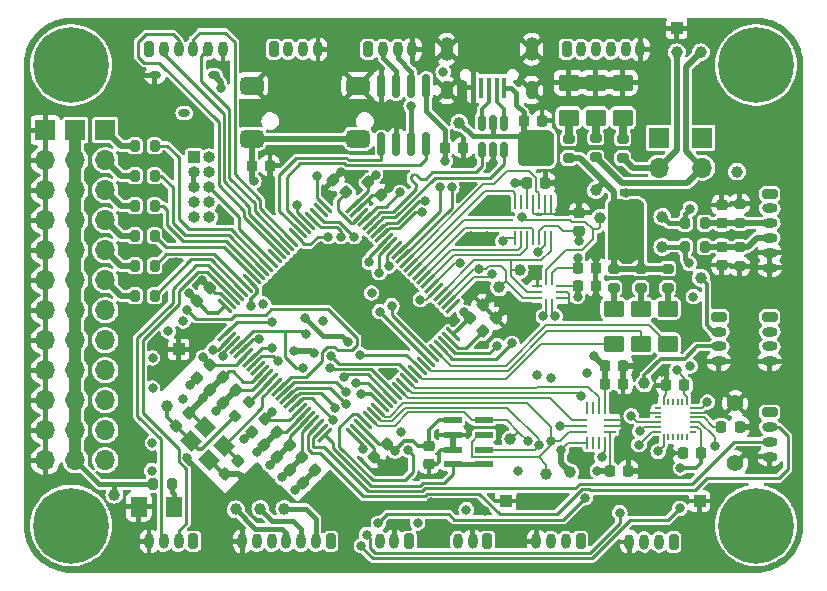
<source format=gtl>
G04 #@! TF.GenerationSoftware,KiCad,Pcbnew,7.0.2*
G04 #@! TF.CreationDate,2023-06-10T11:02:38+03:00*
G04 #@! TF.ProjectId,2.0,322e302e-6b69-4636-9164-5f7063625858,2.0*
G04 #@! TF.SameCoordinates,Original*
G04 #@! TF.FileFunction,Copper,L1,Top*
G04 #@! TF.FilePolarity,Positive*
%FSLAX46Y46*%
G04 Gerber Fmt 4.6, Leading zero omitted, Abs format (unit mm)*
G04 Created by KiCad (PCBNEW 7.0.2) date 2023-06-10 11:02:38*
%MOMM*%
%LPD*%
G01*
G04 APERTURE LIST*
G04 Aperture macros list*
%AMRoundRect*
0 Rectangle with rounded corners*
0 $1 Rounding radius*
0 $2 $3 $4 $5 $6 $7 $8 $9 X,Y pos of 4 corners*
0 Add a 4 corners polygon primitive as box body*
4,1,4,$2,$3,$4,$5,$6,$7,$8,$9,$2,$3,0*
0 Add four circle primitives for the rounded corners*
1,1,$1+$1,$2,$3*
1,1,$1+$1,$4,$5*
1,1,$1+$1,$6,$7*
1,1,$1+$1,$8,$9*
0 Add four rect primitives between the rounded corners*
20,1,$1+$1,$2,$3,$4,$5,0*
20,1,$1+$1,$4,$5,$6,$7,0*
20,1,$1+$1,$6,$7,$8,$9,0*
20,1,$1+$1,$8,$9,$2,$3,0*%
%AMRotRect*
0 Rectangle, with rotation*
0 The origin of the aperture is its center*
0 $1 length*
0 $2 width*
0 $3 Rotation angle, in degrees counterclockwise*
0 Add horizontal line*
21,1,$1,$2,0,0,$3*%
G04 Aperture macros list end*
G04 #@! TA.AperFunction,SMDPad,CuDef*
%ADD10R,0.400000X1.800000*%
G04 #@! TD*
G04 #@! TA.AperFunction,ComponentPad*
%ADD11O,1.090000X2.000000*%
G04 #@! TD*
G04 #@! TA.AperFunction,ComponentPad*
%ADD12O,1.050000X1.600000*%
G04 #@! TD*
G04 #@! TA.AperFunction,ComponentPad*
%ADD13RoundRect,0.200000X0.200000X0.450000X-0.200000X0.450000X-0.200000X-0.450000X0.200000X-0.450000X0*%
G04 #@! TD*
G04 #@! TA.AperFunction,ComponentPad*
%ADD14O,0.800000X1.300000*%
G04 #@! TD*
G04 #@! TA.AperFunction,SMDPad,CuDef*
%ADD15RoundRect,0.200000X0.275000X-0.200000X0.275000X0.200000X-0.275000X0.200000X-0.275000X-0.200000X0*%
G04 #@! TD*
G04 #@! TA.AperFunction,ComponentPad*
%ADD16RoundRect,0.200000X-0.200000X-0.450000X0.200000X-0.450000X0.200000X0.450000X-0.200000X0.450000X0*%
G04 #@! TD*
G04 #@! TA.AperFunction,SMDPad,CuDef*
%ADD17RoundRect,0.200000X0.200000X0.275000X-0.200000X0.275000X-0.200000X-0.275000X0.200000X-0.275000X0*%
G04 #@! TD*
G04 #@! TA.AperFunction,SMDPad,CuDef*
%ADD18C,1.000000*%
G04 #@! TD*
G04 #@! TA.AperFunction,SMDPad,CuDef*
%ADD19RoundRect,0.225000X-0.225000X-0.250000X0.225000X-0.250000X0.225000X0.250000X-0.225000X0.250000X0*%
G04 #@! TD*
G04 #@! TA.AperFunction,ComponentPad*
%ADD20R,1.000000X1.000000*%
G04 #@! TD*
G04 #@! TA.AperFunction,ComponentPad*
%ADD21O,1.000000X1.000000*%
G04 #@! TD*
G04 #@! TA.AperFunction,SMDPad,CuDef*
%ADD22RoundRect,0.225000X0.017678X-0.335876X0.335876X-0.017678X-0.017678X0.335876X-0.335876X0.017678X0*%
G04 #@! TD*
G04 #@! TA.AperFunction,SMDPad,CuDef*
%ADD23RoundRect,0.225000X-0.335876X-0.017678X-0.017678X-0.335876X0.335876X0.017678X0.017678X0.335876X0*%
G04 #@! TD*
G04 #@! TA.AperFunction,ComponentPad*
%ADD24RoundRect,0.200000X-0.450000X0.200000X-0.450000X-0.200000X0.450000X-0.200000X0.450000X0.200000X0*%
G04 #@! TD*
G04 #@! TA.AperFunction,ComponentPad*
%ADD25O,1.300000X0.800000*%
G04 #@! TD*
G04 #@! TA.AperFunction,SMDPad,CuDef*
%ADD26RoundRect,0.250001X0.624999X-0.462499X0.624999X0.462499X-0.624999X0.462499X-0.624999X-0.462499X0*%
G04 #@! TD*
G04 #@! TA.AperFunction,SMDPad,CuDef*
%ADD27RoundRect,0.225000X0.335876X0.017678X0.017678X0.335876X-0.335876X-0.017678X-0.017678X-0.335876X0*%
G04 #@! TD*
G04 #@! TA.AperFunction,ComponentPad*
%ADD28R,1.700000X1.700000*%
G04 #@! TD*
G04 #@! TA.AperFunction,ComponentPad*
%ADD29O,1.700000X1.700000*%
G04 #@! TD*
G04 #@! TA.AperFunction,ComponentPad*
%ADD30C,1.000000*%
G04 #@! TD*
G04 #@! TA.AperFunction,ComponentPad*
%ADD31O,1.000000X0.700000*%
G04 #@! TD*
G04 #@! TA.AperFunction,SMDPad,CuDef*
%ADD32RoundRect,0.225000X0.225000X0.250000X-0.225000X0.250000X-0.225000X-0.250000X0.225000X-0.250000X0*%
G04 #@! TD*
G04 #@! TA.AperFunction,ComponentPad*
%ADD33C,0.800000*%
G04 #@! TD*
G04 #@! TA.AperFunction,ComponentPad*
%ADD34C,6.400000*%
G04 #@! TD*
G04 #@! TA.AperFunction,SMDPad,CuDef*
%ADD35RoundRect,0.375000X0.625000X0.375000X-0.625000X0.375000X-0.625000X-0.375000X0.625000X-0.375000X0*%
G04 #@! TD*
G04 #@! TA.AperFunction,SMDPad,CuDef*
%ADD36RoundRect,0.050000X0.050000X-0.225000X0.050000X0.225000X-0.050000X0.225000X-0.050000X-0.225000X0*%
G04 #@! TD*
G04 #@! TA.AperFunction,SMDPad,CuDef*
%ADD37RoundRect,0.050000X0.225000X0.050000X-0.225000X0.050000X-0.225000X-0.050000X0.225000X-0.050000X0*%
G04 #@! TD*
G04 #@! TA.AperFunction,SMDPad,CuDef*
%ADD38RoundRect,0.250001X-0.462499X-0.624999X0.462499X-0.624999X0.462499X0.624999X-0.462499X0.624999X0*%
G04 #@! TD*
G04 #@! TA.AperFunction,SMDPad,CuDef*
%ADD39RoundRect,0.200000X-0.275000X0.200000X-0.275000X-0.200000X0.275000X-0.200000X0.275000X0.200000X0*%
G04 #@! TD*
G04 #@! TA.AperFunction,SMDPad,CuDef*
%ADD40RoundRect,0.200000X0.053033X-0.335876X0.335876X-0.053033X-0.053033X0.335876X-0.335876X0.053033X0*%
G04 #@! TD*
G04 #@! TA.AperFunction,SMDPad,CuDef*
%ADD41RoundRect,0.075000X-0.459619X-0.565685X0.565685X0.459619X0.459619X0.565685X-0.565685X-0.459619X0*%
G04 #@! TD*
G04 #@! TA.AperFunction,SMDPad,CuDef*
%ADD42RoundRect,0.075000X0.459619X-0.565685X0.565685X-0.459619X-0.459619X0.565685X-0.565685X0.459619X0*%
G04 #@! TD*
G04 #@! TA.AperFunction,SMDPad,CuDef*
%ADD43RoundRect,0.200000X-0.200000X-0.275000X0.200000X-0.275000X0.200000X0.275000X-0.200000X0.275000X0*%
G04 #@! TD*
G04 #@! TA.AperFunction,SMDPad,CuDef*
%ADD44RoundRect,0.225000X-0.017678X0.335876X-0.335876X0.017678X0.017678X-0.335876X0.335876X-0.017678X0*%
G04 #@! TD*
G04 #@! TA.AperFunction,SMDPad,CuDef*
%ADD45RoundRect,0.250001X-0.624999X0.462499X-0.624999X-0.462499X0.624999X-0.462499X0.624999X0.462499X0*%
G04 #@! TD*
G04 #@! TA.AperFunction,SMDPad,CuDef*
%ADD46RoundRect,0.062500X0.062500X-0.525000X0.062500X0.525000X-0.062500X0.525000X-0.062500X-0.525000X0*%
G04 #@! TD*
G04 #@! TA.AperFunction,SMDPad,CuDef*
%ADD47RoundRect,0.062500X-0.525000X-0.062500X0.525000X-0.062500X0.525000X0.062500X-0.525000X0.062500X0*%
G04 #@! TD*
G04 #@! TA.AperFunction,SMDPad,CuDef*
%ADD48RoundRect,0.225000X-0.250000X0.225000X-0.250000X-0.225000X0.250000X-0.225000X0.250000X0.225000X0*%
G04 #@! TD*
G04 #@! TA.AperFunction,SMDPad,CuDef*
%ADD49RoundRect,0.225000X0.250000X-0.225000X0.250000X0.225000X-0.250000X0.225000X-0.250000X-0.225000X0*%
G04 #@! TD*
G04 #@! TA.AperFunction,SMDPad,CuDef*
%ADD50RoundRect,0.062500X-0.062500X0.325000X-0.062500X-0.325000X0.062500X-0.325000X0.062500X0.325000X0*%
G04 #@! TD*
G04 #@! TA.AperFunction,SMDPad,CuDef*
%ADD51RoundRect,0.062500X0.325000X0.062500X-0.325000X0.062500X-0.325000X-0.062500X0.325000X-0.062500X0*%
G04 #@! TD*
G04 #@! TA.AperFunction,ComponentPad*
%ADD52C,1.400000*%
G04 #@! TD*
G04 #@! TA.AperFunction,SMDPad,CuDef*
%ADD53R,1.500000X0.550000*%
G04 #@! TD*
G04 #@! TA.AperFunction,SMDPad,CuDef*
%ADD54R,0.250000X0.975000*%
G04 #@! TD*
G04 #@! TA.AperFunction,SMDPad,CuDef*
%ADD55R,0.975000X0.250000*%
G04 #@! TD*
G04 #@! TA.AperFunction,SMDPad,CuDef*
%ADD56RotRect,1.400000X1.200000X315.000000*%
G04 #@! TD*
G04 #@! TA.AperFunction,SMDPad,CuDef*
%ADD57RoundRect,0.150000X0.150000X-0.825000X0.150000X0.825000X-0.150000X0.825000X-0.150000X-0.825000X0*%
G04 #@! TD*
G04 #@! TA.AperFunction,SMDPad,CuDef*
%ADD58RoundRect,0.150000X0.150000X-0.512500X0.150000X0.512500X-0.150000X0.512500X-0.150000X-0.512500X0*%
G04 #@! TD*
G04 #@! TA.AperFunction,ViaPad*
%ADD59C,0.800000*%
G04 #@! TD*
G04 #@! TA.AperFunction,Conductor*
%ADD60C,0.500000*%
G04 #@! TD*
G04 #@! TA.AperFunction,Conductor*
%ADD61C,0.200000*%
G04 #@! TD*
G04 #@! TA.AperFunction,Conductor*
%ADD62C,0.300000*%
G04 #@! TD*
G04 #@! TA.AperFunction,Conductor*
%ADD63C,0.250000*%
G04 #@! TD*
G04 #@! TA.AperFunction,Conductor*
%ADD64C,0.400000*%
G04 #@! TD*
G04 #@! TA.AperFunction,Conductor*
%ADD65C,0.160000*%
G04 #@! TD*
G04 #@! TA.AperFunction,Conductor*
%ADD66C,1.000000*%
G04 #@! TD*
G04 #@! TA.AperFunction,Conductor*
%ADD67C,0.700000*%
G04 #@! TD*
G04 APERTURE END LIST*
D10*
X114690000Y-61924000D03*
X114040000Y-61924000D03*
X113390000Y-61924000D03*
X112740000Y-61924000D03*
X112090000Y-61924000D03*
D11*
X109790000Y-58674000D03*
D12*
X109790000Y-62124000D03*
D11*
X116990000Y-58674000D03*
D12*
X116990000Y-62124000D03*
D13*
X88352000Y-100330000D03*
D14*
X87102000Y-100330000D03*
X85852000Y-100330000D03*
X84602000Y-100330000D03*
D15*
X120142000Y-67881000D03*
X120142000Y-66231000D03*
D16*
X103154000Y-58674000D03*
D14*
X104404000Y-58674000D03*
X105654000Y-58674000D03*
X106904000Y-58674000D03*
D17*
X131635000Y-75398000D03*
X129985000Y-75398000D03*
D18*
X131318000Y-78028800D03*
D19*
X123177000Y-85471000D03*
X124727000Y-85471000D03*
D20*
X88392000Y-67818000D03*
D21*
X89662000Y-67818000D03*
X88392000Y-69088000D03*
X89662000Y-69088000D03*
X88392000Y-70358000D03*
X89662000Y-70358000D03*
X88392000Y-71628000D03*
X89662000Y-71628000D03*
X88392000Y-72898000D03*
X89662000Y-72898000D03*
D19*
X123640500Y-94361000D03*
X125190500Y-94361000D03*
D13*
X129022000Y-100388000D03*
D14*
X127772000Y-100388000D03*
X126522000Y-100388000D03*
X125272000Y-100388000D03*
D19*
X116332000Y-64720000D03*
X117882000Y-64720000D03*
D22*
X86923403Y-90537895D03*
X88019419Y-89441879D03*
D23*
X103147262Y-69935632D03*
X104243278Y-71031648D03*
D18*
X118237000Y-94615000D03*
D24*
X132842000Y-81340000D03*
D25*
X132842000Y-82590000D03*
X132842000Y-83840000D03*
X132842000Y-85090000D03*
D26*
X128524000Y-83620000D03*
X128524000Y-80645000D03*
D18*
X91948000Y-97637600D03*
D16*
X95153000Y-58674000D03*
D14*
X96403000Y-58674000D03*
X97653000Y-58674000D03*
X98903000Y-58674000D03*
D13*
X113254000Y-100330000D03*
D14*
X112004000Y-100330000D03*
X110754000Y-100330000D03*
D27*
X95471618Y-93238336D03*
X94375602Y-92142320D03*
D19*
X123177000Y-86995000D03*
X124727000Y-86995000D03*
D17*
X85069000Y-66852000D03*
X83419000Y-66852000D03*
D13*
X121138000Y-100330000D03*
D14*
X119888000Y-100330000D03*
X118638000Y-100330000D03*
X117388000Y-100330000D03*
D24*
X137160000Y-81340000D03*
D25*
X137160000Y-82590000D03*
X137160000Y-83840000D03*
X137160000Y-85090000D03*
D18*
X86106000Y-88900000D03*
D28*
X80900000Y-65525000D03*
D29*
X80900000Y-68065000D03*
X80900000Y-70605000D03*
X80900000Y-73145000D03*
X80900000Y-75685000D03*
X80900000Y-78225000D03*
X80900000Y-80765000D03*
X80900000Y-83305000D03*
X80900000Y-85845000D03*
X80900000Y-88385000D03*
X80900000Y-90925000D03*
X80900000Y-93465000D03*
D20*
X87122000Y-84074000D03*
D26*
X123952000Y-83620000D03*
X123952000Y-80645000D03*
D30*
X134366000Y-69027000D03*
D31*
X90090000Y-60884000D03*
X87590000Y-64084000D03*
X85090000Y-60884000D03*
D32*
X122431500Y-77216000D03*
X120881500Y-77216000D03*
D19*
X116594000Y-69977000D03*
X118144000Y-69977000D03*
D18*
X115976400Y-77368400D03*
D33*
X133600000Y-99000000D03*
X134302944Y-97302944D03*
X134302944Y-100697056D03*
X136000000Y-96600000D03*
D34*
X136000000Y-99000000D03*
D33*
X136000000Y-101400000D03*
X137697056Y-97302944D03*
X137697056Y-100697056D03*
X138400000Y-99000000D03*
D13*
X99986000Y-100330000D03*
D14*
X98736000Y-100330000D03*
X97486000Y-100330000D03*
X96236000Y-100330000D03*
X94986000Y-100330000D03*
X93736000Y-100330000D03*
X92486000Y-100330000D03*
D33*
X75600000Y-99000000D03*
X76302944Y-97302944D03*
X76302944Y-100697056D03*
X78000000Y-96600000D03*
D34*
X78000000Y-99000000D03*
D33*
X78000000Y-101400000D03*
X79697056Y-97302944D03*
X79697056Y-100697056D03*
X80400000Y-99000000D03*
D35*
X102290000Y-66256400D03*
X93290000Y-66256400D03*
X102290000Y-61756400D03*
X93290000Y-61756400D03*
D22*
X88638844Y-80021803D03*
X89734860Y-78925787D03*
D36*
X128159000Y-91543000D03*
X128559000Y-91543000D03*
X128959000Y-91543000D03*
X129359000Y-91543000D03*
X129759000Y-91543000D03*
X130159000Y-91543000D03*
D37*
X130659000Y-91043000D03*
X130659000Y-90643000D03*
X130659000Y-90243000D03*
X130659000Y-89843000D03*
X130659000Y-89443000D03*
X130659000Y-89043000D03*
D36*
X130159000Y-88543000D03*
X129759000Y-88543000D03*
X129359000Y-88543000D03*
X128959000Y-88543000D03*
X128559000Y-88543000D03*
X128159000Y-88543000D03*
D37*
X127659000Y-89043000D03*
X127659000Y-89443000D03*
X127659000Y-89843000D03*
X127659000Y-90243000D03*
X127659000Y-90643000D03*
X127659000Y-91043000D03*
D38*
X83729500Y-97409000D03*
X86704500Y-97409000D03*
D39*
X134620000Y-75398000D03*
X134620000Y-77048000D03*
D40*
X91873859Y-89729673D03*
X93040585Y-88562947D03*
D41*
X91002703Y-82822653D03*
X91356256Y-83176206D03*
X91709810Y-83529760D03*
X92063363Y-83883313D03*
X92416916Y-84236866D03*
X92770470Y-84590420D03*
X93124023Y-84943973D03*
X93477577Y-85297527D03*
X93831130Y-85651080D03*
X94184683Y-86004633D03*
X94538237Y-86358187D03*
X94891790Y-86711740D03*
X95245343Y-87065294D03*
X95598897Y-87418847D03*
X95952450Y-87772400D03*
X96306004Y-88125954D03*
X96659557Y-88479507D03*
X97013110Y-88833060D03*
X97366664Y-89186614D03*
X97720217Y-89540167D03*
X98073771Y-89893721D03*
X98427324Y-90247274D03*
X98780877Y-90600827D03*
X99134431Y-90954381D03*
X99487984Y-91307934D03*
D42*
X101856792Y-91307934D03*
X102210345Y-90954381D03*
X102563899Y-90600827D03*
X102917452Y-90247274D03*
X103271005Y-89893721D03*
X103624559Y-89540167D03*
X103978112Y-89186614D03*
X104331666Y-88833060D03*
X104685219Y-88479507D03*
X105038772Y-88125954D03*
X105392326Y-87772400D03*
X105745879Y-87418847D03*
X106099433Y-87065294D03*
X106452986Y-86711740D03*
X106806539Y-86358187D03*
X107160093Y-86004633D03*
X107513646Y-85651080D03*
X107867199Y-85297527D03*
X108220753Y-84943973D03*
X108574306Y-84590420D03*
X108927860Y-84236866D03*
X109281413Y-83883313D03*
X109634966Y-83529760D03*
X109988520Y-83176206D03*
X110342073Y-82822653D03*
D41*
X110342073Y-80453845D03*
X109988520Y-80100292D03*
X109634966Y-79746738D03*
X109281413Y-79393185D03*
X108927860Y-79039632D03*
X108574306Y-78686078D03*
X108220753Y-78332525D03*
X107867199Y-77978971D03*
X107513646Y-77625418D03*
X107160093Y-77271865D03*
X106806539Y-76918311D03*
X106452986Y-76564758D03*
X106099433Y-76211204D03*
X105745879Y-75857651D03*
X105392326Y-75504098D03*
X105038772Y-75150544D03*
X104685219Y-74796991D03*
X104331666Y-74443438D03*
X103978112Y-74089884D03*
X103624559Y-73736331D03*
X103271005Y-73382777D03*
X102917452Y-73029224D03*
X102563899Y-72675671D03*
X102210345Y-72322117D03*
X101856792Y-71968564D03*
D42*
X99487984Y-71968564D03*
X99134431Y-72322117D03*
X98780877Y-72675671D03*
X98427324Y-73029224D03*
X98073771Y-73382777D03*
X97720217Y-73736331D03*
X97366664Y-74089884D03*
X97013110Y-74443438D03*
X96659557Y-74796991D03*
X96306004Y-75150544D03*
X95952450Y-75504098D03*
X95598897Y-75857651D03*
X95245343Y-76211204D03*
X94891790Y-76564758D03*
X94538237Y-76918311D03*
X94184683Y-77271865D03*
X93831130Y-77625418D03*
X93477577Y-77978971D03*
X93124023Y-78332525D03*
X92770470Y-78686078D03*
X92416916Y-79039632D03*
X92063363Y-79393185D03*
X91709810Y-79746738D03*
X91356256Y-80100292D03*
X91002703Y-80453845D03*
D23*
X97589686Y-93201143D03*
X98685702Y-94297159D03*
D19*
X109664200Y-67005200D03*
X111214200Y-67005200D03*
D17*
X85069000Y-69392000D03*
X83419000Y-69392000D03*
D13*
X106620000Y-100330000D03*
D14*
X105370000Y-100330000D03*
X104120000Y-100330000D03*
D18*
X115189000Y-91694000D03*
D16*
X119948000Y-58674000D03*
D14*
X121198000Y-58674000D03*
X122448000Y-58674000D03*
X123698000Y-58674000D03*
X124948000Y-58674000D03*
X126198000Y-58674000D03*
D43*
X84900000Y-95504000D03*
X86550000Y-95504000D03*
D15*
X124714000Y-67881000D03*
X124714000Y-66231000D03*
D44*
X104783507Y-92077973D03*
X103687491Y-93173989D03*
D15*
X123952000Y-78893500D03*
X123952000Y-77243500D03*
D32*
X122431500Y-78748000D03*
X120881500Y-78748000D03*
D15*
X122428000Y-67818000D03*
X122428000Y-66168000D03*
D27*
X101292521Y-70801839D03*
X100196505Y-69705823D03*
D45*
X120142000Y-61504500D03*
X120142000Y-64479500D03*
D27*
X96549248Y-92160705D03*
X95453232Y-91064689D03*
D46*
X115594000Y-71637000D03*
X116094000Y-71637000D03*
X116594000Y-71637000D03*
X117094000Y-71637000D03*
X117594000Y-71637000D03*
X118094000Y-71637000D03*
X118594000Y-71637000D03*
D47*
X119359000Y-73152000D03*
D46*
X118594000Y-74667000D03*
X118094000Y-74667000D03*
X117594000Y-74667000D03*
X117094000Y-74667000D03*
X116594000Y-74667000D03*
X116094000Y-74667000D03*
X115594000Y-74667000D03*
D47*
X114829000Y-73152000D03*
D19*
X93290000Y-68529200D03*
X94840000Y-68529200D03*
D44*
X89785065Y-85378138D03*
X88689049Y-86474154D03*
D30*
X131318000Y-58928000D03*
D15*
X128524000Y-78893500D03*
X128524000Y-77243500D03*
D45*
X122428000Y-61504500D03*
X122428000Y-64479500D03*
D20*
X129286000Y-56896000D03*
D48*
X133096000Y-75398000D03*
X133096000Y-76948000D03*
D24*
X137160000Y-70906000D03*
D25*
X137160000Y-72156000D03*
X137160000Y-73406000D03*
X137160000Y-74656000D03*
X137160000Y-75906000D03*
X137160000Y-77156000D03*
D26*
X126238000Y-83620000D03*
X126238000Y-80645000D03*
D49*
X108305600Y-93789800D03*
X108305600Y-92239800D03*
D30*
X122428000Y-70612000D03*
D50*
X118740500Y-78235500D03*
X118240500Y-78235500D03*
D51*
X117482000Y-78748000D03*
X117482000Y-79248000D03*
X117482000Y-79748000D03*
D50*
X118244500Y-80260500D03*
X118744500Y-80260500D03*
D51*
X119507000Y-79748000D03*
X119507000Y-79248000D03*
X119507000Y-78748000D03*
D28*
X127762000Y-66162000D03*
D29*
X127762000Y-68702000D03*
D17*
X85069000Y-77012000D03*
X83419000Y-77012000D03*
D32*
X129934000Y-87122000D03*
X128384000Y-87122000D03*
D15*
X134620000Y-73406000D03*
X134620000Y-71756000D03*
D27*
X90862696Y-88629414D03*
X89766680Y-87533398D03*
X91940326Y-87551783D03*
X90844310Y-86455767D03*
D49*
X121031000Y-74054000D03*
X121031000Y-72504000D03*
D28*
X131445000Y-66157000D03*
D29*
X131445000Y-68697000D03*
D52*
X134239000Y-93726000D03*
X134239000Y-88646000D03*
D18*
X114249200Y-78841600D03*
X128066800Y-75398000D03*
D44*
X94401907Y-89994978D03*
X93305891Y-91090994D03*
D30*
X110871000Y-64897000D03*
D17*
X131635000Y-73406000D03*
X129985000Y-73406000D03*
D20*
X131216400Y-96926400D03*
D18*
X120269000Y-94488000D03*
D33*
X133600000Y-60000000D03*
X134302944Y-58302944D03*
X134302944Y-61697056D03*
X136000000Y-57600000D03*
D34*
X136000000Y-60000000D03*
D33*
X136000000Y-62400000D03*
X137697056Y-58302944D03*
X137697056Y-61697056D03*
X138400000Y-60000000D03*
D28*
X75820000Y-65525000D03*
D29*
X75820000Y-68065000D03*
X75820000Y-70605000D03*
X75820000Y-73145000D03*
X75820000Y-75685000D03*
X75820000Y-78225000D03*
X75820000Y-80765000D03*
X75820000Y-83305000D03*
X75820000Y-85845000D03*
X75820000Y-88385000D03*
X75820000Y-90925000D03*
X75820000Y-93465000D03*
D17*
X85069000Y-71932000D03*
X83419000Y-71932000D03*
D24*
X137160000Y-89408000D03*
D25*
X137160000Y-90658000D03*
X137160000Y-91908000D03*
X137160000Y-93158000D03*
D23*
X96512055Y-94278773D03*
X97608071Y-95374789D03*
D45*
X124714000Y-61504500D03*
X124714000Y-64479500D03*
D44*
X92150337Y-93572797D03*
X91054321Y-94668813D03*
D53*
X110308000Y-90073000D03*
X110308000Y-91323000D03*
X110308000Y-92573000D03*
X110308000Y-93823000D03*
X112958000Y-93823000D03*
X112958000Y-92573000D03*
X112958000Y-91323000D03*
X112958000Y-90073000D03*
D15*
X126238000Y-78893500D03*
X126238000Y-77243500D03*
D18*
X96062800Y-97586800D03*
X94030800Y-97586800D03*
X128066800Y-72847200D03*
X122783600Y-72948800D03*
D30*
X81661000Y-96393000D03*
D33*
X75600000Y-60000000D03*
X76302944Y-58302944D03*
X76302944Y-61697056D03*
X78000000Y-57600000D03*
D34*
X78000000Y-60000000D03*
D33*
X78000000Y-62400000D03*
X79697056Y-58302944D03*
X79697056Y-61697056D03*
X80400000Y-60000000D03*
D54*
X121690000Y-92013500D03*
X122190000Y-92013500D03*
X122690000Y-92013500D03*
X123190000Y-92013500D03*
D55*
X123640500Y-91051000D03*
X123640500Y-90551000D03*
X123640500Y-90051000D03*
D54*
X123178000Y-89088500D03*
X122678000Y-89088500D03*
X122178000Y-89088500D03*
X121678000Y-89088500D03*
D55*
X121215500Y-90051000D03*
X121215500Y-90551000D03*
X121215500Y-91051000D03*
D17*
X85069000Y-79552000D03*
X83419000Y-79552000D03*
D56*
X88163670Y-91884227D03*
X89719305Y-93439862D03*
X90921386Y-92237781D03*
X89365751Y-90682146D03*
D22*
X111747802Y-81416926D03*
X112843818Y-80320910D03*
D32*
X131318000Y-92862400D03*
X129768000Y-92862400D03*
D16*
X84602000Y-58674000D03*
D14*
X85852000Y-58674000D03*
X87102000Y-58674000D03*
X88352000Y-58674000D03*
X89602000Y-58674000D03*
X90852000Y-58674000D03*
D22*
X112877758Y-82546882D03*
X113973774Y-81450866D03*
D57*
X104267000Y-66737000D03*
X105537000Y-66737000D03*
X106807000Y-66737000D03*
X108077000Y-66737000D03*
X108077000Y-61787000D03*
X106807000Y-61787000D03*
X105537000Y-61787000D03*
X104267000Y-61787000D03*
D20*
X114808000Y-96926400D03*
D58*
X112765000Y-67177500D03*
X113715000Y-67177500D03*
X114665000Y-67177500D03*
X114665000Y-64902500D03*
X113715000Y-64902500D03*
X112765000Y-64902500D03*
D17*
X85069000Y-74472000D03*
X83419000Y-74472000D03*
D49*
X133096000Y-73406000D03*
X133096000Y-71856000D03*
D18*
X126542800Y-86969600D03*
D28*
X78360000Y-65525000D03*
D29*
X78360000Y-68065000D03*
X78360000Y-70605000D03*
X78360000Y-73145000D03*
X78360000Y-75685000D03*
X78360000Y-78225000D03*
X78360000Y-80765000D03*
X78360000Y-83305000D03*
X78360000Y-85845000D03*
X78360000Y-88385000D03*
X78360000Y-90925000D03*
X78360000Y-93465000D03*
D19*
X133045200Y-90627200D03*
X134595200Y-90627200D03*
D30*
X129286000Y-58928000D03*
D59*
X124968000Y-71882000D03*
X87954365Y-79337324D03*
X129590800Y-94132400D03*
X123952000Y-75946000D03*
X87503000Y-88265000D03*
X118618000Y-86487000D03*
X109664200Y-68109800D03*
X130410000Y-85490000D03*
X103441000Y-79311000D03*
X121666000Y-86106000D03*
X122301000Y-84639500D03*
X125984000Y-71882000D03*
X95016241Y-89380644D03*
X95878770Y-94912058D03*
X123952000Y-73914000D03*
X115570000Y-69977000D03*
X117475000Y-86233000D03*
X90229411Y-89262699D03*
X123952000Y-74930000D03*
X125984000Y-73914000D03*
X105412125Y-92706592D03*
X94260000Y-80242000D03*
X121031000Y-74930000D03*
X127711200Y-92710000D03*
X103781537Y-69301358D03*
X99301000Y-81648000D03*
X130683000Y-79629000D03*
X124968000Y-73914000D03*
X129286000Y-85852000D03*
X125984000Y-72898000D03*
X111279039Y-80948161D03*
X124968000Y-72898000D03*
X123952000Y-71882000D03*
X123952000Y-72898000D03*
X90682299Y-61971701D03*
X120881500Y-76353000D03*
X94838333Y-93871621D03*
X89179075Y-84772147D03*
X120881500Y-79629000D03*
X122555000Y-94361000D03*
X81940400Y-63042800D03*
X135890000Y-65826500D03*
X113715000Y-68276000D03*
X94919800Y-60045600D03*
X118491000Y-60488500D03*
X125984000Y-67411600D03*
X112572800Y-72339200D03*
X82169000Y-89662000D03*
X83439000Y-94539500D03*
X81991200Y-58674000D03*
X133299200Y-79908400D03*
X108610400Y-80873600D03*
X106375200Y-80213200D03*
X133092378Y-65537527D03*
X106273600Y-79044800D03*
X87826000Y-93242357D03*
X126441200Y-102412800D03*
X118491000Y-61504500D03*
X96672400Y-102412800D03*
X110744000Y-56642000D03*
X139039600Y-65938400D03*
X119380000Y-72263000D03*
X133477000Y-56769000D03*
X138887200Y-74777600D03*
X95046800Y-96520000D03*
X82042000Y-99441000D03*
X117482000Y-77419200D03*
X138582400Y-87071200D03*
X99949000Y-60071000D03*
X113233200Y-74523600D03*
X132207000Y-70104000D03*
X116027200Y-96926400D03*
X109042200Y-63500000D03*
X138023600Y-67462400D03*
X114431299Y-90800701D03*
X131419600Y-71018400D03*
X94843600Y-102412800D03*
X101854000Y-80772000D03*
X97739200Y-63500000D03*
X82169000Y-92202000D03*
X132369000Y-89443000D03*
X89001600Y-83312000D03*
X75996800Y-63754000D03*
X111760000Y-68326000D03*
X108331000Y-56819800D03*
X83769200Y-61798200D03*
X126187200Y-88544400D03*
X128016000Y-86004400D03*
X121285000Y-93218000D03*
X88036400Y-56591200D03*
X115824000Y-81838800D03*
X125272800Y-88341200D03*
X135686800Y-90627200D03*
X111607600Y-70307200D03*
X104851200Y-86156800D03*
X93497400Y-60096400D03*
X101930200Y-57658000D03*
X114960400Y-82600800D03*
X122631200Y-97637600D03*
X128778000Y-92862400D03*
X133045200Y-95859600D03*
X111861600Y-74523600D03*
X108457663Y-97025339D03*
X122431500Y-76327000D03*
X131775200Y-100482400D03*
X97739200Y-65176400D03*
X95453200Y-56540400D03*
X139090400Y-81991200D03*
X113588800Y-71424800D03*
X138633200Y-80111600D03*
X115316000Y-79959200D03*
X126542800Y-70916800D03*
X104316110Y-93802608D03*
X105410000Y-64922400D03*
X129590800Y-79248000D03*
X112401167Y-60204167D03*
X93742318Y-92775606D03*
X123952000Y-87934800D03*
X91541600Y-56591200D03*
X135229600Y-79756000D03*
X99568000Y-56540400D03*
X120802400Y-69138800D03*
X82042000Y-60756800D03*
X135839200Y-71729600D03*
X127304800Y-88239600D03*
X108661200Y-100126800D03*
X100076000Y-65176400D03*
X82042000Y-98044000D03*
X83870800Y-63525400D03*
X84480400Y-56540400D03*
X92583000Y-94996000D03*
X105410000Y-63677800D03*
X89050381Y-78241308D03*
X135178800Y-81381600D03*
X113792000Y-56642000D03*
X100835023Y-69067306D03*
X90322400Y-99415600D03*
X136956800Y-80060800D03*
X110109000Y-97282000D03*
X120653500Y-80645000D03*
X127355600Y-79451200D03*
X97155000Y-77216000D03*
X125120400Y-79400400D03*
X92681799Y-91715087D03*
X106904000Y-57484800D03*
X126238000Y-94361000D03*
X123698000Y-56540400D03*
X81940400Y-56794400D03*
X113004000Y-97790000D03*
X95504000Y-63195200D03*
X93319600Y-63550800D03*
X96974786Y-96008074D03*
X102971600Y-57073800D03*
X82042000Y-100838000D03*
X125857000Y-85471000D03*
X127558800Y-94640400D03*
X138887200Y-70510400D03*
X101600000Y-60121800D03*
X94840000Y-69897200D03*
X107238800Y-80924400D03*
X139141200Y-83718400D03*
X91338400Y-73152000D03*
X139192000Y-95808800D03*
X131826000Y-87071200D03*
X137058400Y-78587600D03*
X113463243Y-79701484D03*
X104877552Y-70397374D03*
X97180400Y-78333600D03*
X128320800Y-93827600D03*
X95504000Y-61417200D03*
X121031000Y-71523000D03*
X86867902Y-76728500D03*
X93370400Y-96520000D03*
X124968000Y-70866000D03*
X93726000Y-94386400D03*
X126949200Y-93675200D03*
X137007600Y-87122000D03*
X116636800Y-81076800D03*
X126492000Y-56540400D03*
X104698800Y-79146400D03*
X78435200Y-63906400D03*
X94488000Y-70764400D03*
X138887200Y-85750400D03*
X111455200Y-58547000D03*
X74523600Y-62585600D03*
X135026400Y-85242400D03*
X116992400Y-96926400D03*
X85953600Y-85191600D03*
X96520000Y-62331600D03*
X98907600Y-64414400D03*
X113893600Y-58470800D03*
X80264000Y-63500000D03*
X131775200Y-98501200D03*
X138582400Y-78587600D03*
X135763000Y-70358000D03*
X115366800Y-100076000D03*
X74930000Y-95758000D03*
X131876800Y-102463600D03*
X90373200Y-100761800D03*
X80645000Y-102235000D03*
X123494800Y-96926400D03*
X129590800Y-102412800D03*
X93421200Y-64820800D03*
X119126000Y-69977000D03*
X123139200Y-102006400D03*
X88064957Y-87098246D03*
X133502400Y-87071200D03*
X138836400Y-76860400D03*
X122431500Y-79629000D03*
X127000000Y-57531000D03*
X138988800Y-62788800D03*
X118491000Y-62484500D03*
X135178800Y-87071200D03*
X126527000Y-89443000D03*
X122936000Y-98907600D03*
X114593199Y-80831440D03*
X132588000Y-57912000D03*
X91008200Y-60071000D03*
X138887200Y-72390000D03*
X89133396Y-88166684D03*
X87817958Y-80718155D03*
X93472000Y-69837500D03*
X116332000Y-66040000D03*
X117348000Y-66040000D03*
X118364000Y-66040000D03*
X117348000Y-67056000D03*
X116332000Y-68072000D03*
X118364000Y-67056000D03*
X116332000Y-67056000D03*
X118364000Y-68072000D03*
X117348000Y-68072000D03*
X111454000Y-97663000D03*
X107341000Y-98780000D03*
X115824000Y-94361000D03*
X106796014Y-63465930D03*
X109499400Y-60604400D03*
X105963001Y-91107001D03*
X101981000Y-74549000D03*
X100860000Y-74549000D03*
X99765125Y-74549000D03*
X97155000Y-71882000D03*
X104902500Y-77007866D03*
X104089664Y-77589500D03*
X103251000Y-76708000D03*
X115316000Y-83566000D03*
X114063302Y-83779954D03*
X110236000Y-70358000D03*
X109220000Y-70358000D03*
X107675415Y-72462046D03*
X107950000Y-71501000D03*
X105854500Y-70802500D03*
X98806000Y-69382500D03*
X95014598Y-81788000D03*
X97668372Y-85622672D03*
X97917000Y-82804000D03*
X93883138Y-83237500D03*
X98539487Y-84417500D03*
X96901000Y-84201000D03*
X90056142Y-84116430D03*
X90899002Y-84653638D03*
X93273492Y-80402644D03*
X130429000Y-72161400D03*
X102513721Y-87891525D03*
X102108000Y-86969600D03*
X130352800Y-76809600D03*
X84899000Y-87363800D03*
X99988987Y-84613500D03*
X84899000Y-84797400D03*
X102434451Y-84527452D03*
X86220491Y-82521469D03*
X104140000Y-80899000D03*
X105156000Y-80391000D03*
X87498701Y-81665299D03*
X101087822Y-86465626D03*
X84836000Y-94361000D03*
X84886800Y-91998800D03*
X99940992Y-85686093D03*
X129540000Y-97536000D03*
X102576500Y-100711000D03*
X100210503Y-90053790D03*
X121539000Y-96647000D03*
X101293158Y-88748379D03*
X104013000Y-98806000D03*
X103026500Y-99761885D03*
X124460000Y-97917000D03*
X100344571Y-89063320D03*
X101272317Y-87674719D03*
X116673500Y-91873500D03*
X119380000Y-90551000D03*
X126161800Y-91008200D03*
X132486400Y-92252800D03*
X117615768Y-92206871D03*
X119507000Y-92583000D03*
X126085600Y-92151200D03*
X118618000Y-91821000D03*
X116205000Y-72898000D03*
X113665000Y-77724000D03*
X114554000Y-74930000D03*
X117508540Y-75853602D03*
X112522000Y-77281000D03*
X101473000Y-83439000D03*
X94991347Y-83942347D03*
X97790000Y-81407000D03*
X95504000Y-85090000D03*
X102743000Y-92557600D03*
X131876800Y-88544400D03*
X106529498Y-92600436D03*
X125425200Y-89712800D03*
X122941000Y-93217500D03*
X121158000Y-88022442D03*
X107569000Y-79883000D03*
X117983000Y-81280000D03*
X110893855Y-76791500D03*
X118999000Y-81280000D03*
D60*
X97589686Y-93201143D02*
X96512055Y-94278774D01*
X104783507Y-92077974D02*
X105412125Y-92706592D01*
X123640500Y-94361000D02*
X122555000Y-94361000D01*
D61*
X123640500Y-91051000D02*
X123640500Y-94361000D01*
D60*
X90682299Y-61971701D02*
X90682299Y-61476299D01*
X89785065Y-85378138D02*
X89179075Y-84772147D01*
X111279039Y-80948162D02*
X111279039Y-80948161D01*
D61*
X118740500Y-78235500D02*
X118740500Y-77605000D01*
D62*
X131318000Y-92862400D02*
X131318000Y-93726000D01*
X105412125Y-92706592D02*
X105412125Y-92657148D01*
X105412125Y-92657148D02*
X106218837Y-91850436D01*
D63*
X98073771Y-89893722D02*
X96549249Y-91418244D01*
D60*
X88638845Y-80021803D02*
X87954365Y-79337324D01*
X123132500Y-85471000D02*
X122301000Y-84639500D01*
D62*
X107352800Y-92239800D02*
X108305600Y-92239800D01*
X106218837Y-91850436D02*
X106963436Y-91850436D01*
D60*
X126238000Y-77243500D02*
X126238000Y-74168000D01*
D62*
X91002703Y-80453845D02*
X90446917Y-81009631D01*
D60*
X116594000Y-69977000D02*
X115570000Y-69977000D01*
D61*
X131318000Y-90932025D02*
X131318000Y-92862400D01*
D60*
X120881500Y-78748000D02*
X120881500Y-79629000D01*
X95471618Y-93238337D02*
X94838333Y-93871621D01*
D62*
X110342074Y-82822654D02*
X111747802Y-81416925D01*
D61*
X129934000Y-87871600D02*
X129934000Y-87122000D01*
D60*
X121031000Y-74054000D02*
X121031000Y-74930000D01*
D63*
X97589686Y-91084914D02*
X97589686Y-93201143D01*
D60*
X123177000Y-85471000D02*
X123132500Y-85471000D01*
X123127880Y-69912120D02*
X121096761Y-67881000D01*
X111747802Y-81416925D02*
X111279039Y-80948162D01*
D62*
X108305600Y-90881200D02*
X109113800Y-90073000D01*
D61*
X129934000Y-87122000D02*
X129934000Y-86500000D01*
X116594000Y-69977000D02*
X116594000Y-71637000D01*
D62*
X108305600Y-92239800D02*
X108305600Y-90881200D01*
D64*
X109664200Y-65519000D02*
X109664200Y-67005200D01*
D60*
X96512055Y-94278774D02*
X95878770Y-94912058D01*
D61*
X119507000Y-78748000D02*
X120881500Y-78748000D01*
D63*
X101856792Y-71968565D02*
X103147262Y-70678095D01*
D60*
X123952000Y-75946000D02*
X123952000Y-77243500D01*
X120881500Y-77216000D02*
X120881500Y-76353000D01*
X90682299Y-61476299D02*
X90090000Y-60884000D01*
X126238000Y-74168000D02*
X125984000Y-73914000D01*
D64*
X108077000Y-61787000D02*
X108077000Y-63931800D01*
D60*
X121096761Y-67881000D02*
X120142000Y-67881000D01*
D63*
X96549249Y-91418244D02*
X96549249Y-92160706D01*
X103147262Y-70678095D02*
X103147262Y-69935633D01*
D60*
X90862696Y-88629415D02*
X90229411Y-89262699D01*
X122428000Y-70612000D02*
X123127880Y-69912120D01*
D61*
X130159000Y-88543000D02*
X130159000Y-88096600D01*
D62*
X106963436Y-91850436D02*
X107352800Y-92239800D01*
D60*
X95016241Y-89380644D02*
X94401907Y-89994979D01*
D62*
X90446917Y-81009631D02*
X89626673Y-81009631D01*
D63*
X94538237Y-86358188D02*
X93344641Y-87551784D01*
D60*
X126238000Y-77243500D02*
X128524000Y-77243500D01*
D61*
X131028975Y-90643000D02*
X131318000Y-90932025D01*
D62*
X89626673Y-81009631D02*
X88638845Y-80021803D01*
D61*
X118000848Y-73660000D02*
X119253000Y-73660000D01*
D60*
X123952000Y-71882000D02*
X123952000Y-70736239D01*
D64*
X109664200Y-67005200D02*
X109664200Y-68109800D01*
D61*
X119647000Y-74054000D02*
X121031000Y-74054000D01*
X119253000Y-73660000D02*
X119647000Y-74054000D01*
D63*
X98427324Y-90247274D02*
X97589686Y-91084914D01*
D61*
X118740500Y-77605000D02*
X119129500Y-77216000D01*
X128159000Y-92262200D02*
X127711200Y-92710000D01*
X130659000Y-90643000D02*
X131028975Y-90643000D01*
D60*
X121031000Y-74054000D02*
X121022000Y-74063000D01*
D63*
X91982753Y-85378138D02*
X89785065Y-85378138D01*
D61*
X117594000Y-74066848D02*
X118000848Y-73660000D01*
D63*
X96472174Y-90081105D02*
X94488032Y-90081104D01*
D64*
X108077000Y-63931800D02*
X109664200Y-65519000D01*
D62*
X109113800Y-90073000D02*
X110308000Y-90073000D01*
D61*
X128159000Y-91543000D02*
X128159000Y-92262200D01*
D60*
X123177000Y-86995000D02*
X123177000Y-85471000D01*
D63*
X93344641Y-87551784D02*
X91940327Y-87551784D01*
D61*
X117594000Y-74667000D02*
X117594000Y-74066848D01*
D63*
X102563899Y-90600828D02*
X104041045Y-92077974D01*
D62*
X130911600Y-94132400D02*
X129590800Y-94132400D01*
D60*
X103147262Y-69935633D02*
X103781537Y-69301358D01*
X126238000Y-77243500D02*
X123952000Y-77243500D01*
D65*
X105415533Y-92710000D02*
X105412125Y-92706592D01*
D62*
X131318000Y-93726000D02*
X130911600Y-94132400D01*
D61*
X130159000Y-88096600D02*
X129934000Y-87871600D01*
X129934000Y-86500000D02*
X129286000Y-85852000D01*
D60*
X95471618Y-93238337D02*
X96549249Y-92160706D01*
D63*
X94488032Y-90081104D02*
X94401907Y-89994979D01*
D60*
X91940327Y-87551784D02*
X90862696Y-88629415D01*
X123952000Y-70736239D02*
X123127880Y-69912120D01*
D63*
X104041045Y-92077974D02*
X104783507Y-92077974D01*
D61*
X123178000Y-89088500D02*
X123178000Y-86996000D01*
X119129500Y-77216000D02*
X120881500Y-77216000D01*
D63*
X97366664Y-89186615D02*
X96472174Y-90081105D01*
D61*
X123178000Y-86996000D02*
X123177000Y-86995000D01*
D63*
X92770470Y-84590421D02*
X91982753Y-85378138D01*
D62*
X88125485Y-89441880D02*
X88019419Y-89441880D01*
D61*
X120181500Y-79756000D02*
X120181500Y-80173000D01*
D63*
X117482000Y-78748000D02*
X117482000Y-77419200D01*
D60*
X124727000Y-85471000D02*
X125857000Y-85471000D01*
X89766680Y-87533398D02*
X89366458Y-87933622D01*
X124727000Y-86995000D02*
X124727000Y-85471000D01*
X134595200Y-90627200D02*
X135686800Y-90627200D01*
D61*
X124468000Y-90051000D02*
X124968000Y-90551000D01*
X118999000Y-72644000D02*
X118618000Y-72644000D01*
D60*
X94375602Y-92142320D02*
X95453233Y-91064690D01*
D61*
X127659000Y-89443000D02*
X126527000Y-89443000D01*
D63*
X97720217Y-89540167D02*
X96195695Y-91064691D01*
X96195695Y-91064691D02*
X95453233Y-91064690D01*
D61*
X120181500Y-80173000D02*
X120653500Y-80645000D01*
D63*
X102210346Y-72322118D02*
X103500815Y-71031647D01*
D60*
X100196505Y-69705822D02*
X100835023Y-69067306D01*
D61*
X118110000Y-72644000D02*
X118618000Y-72644000D01*
X118594000Y-71637000D02*
X118594000Y-72620000D01*
D63*
X114303598Y-90673000D02*
X112019000Y-90673000D01*
D60*
X94375602Y-92142320D02*
X93742318Y-92775606D01*
X113973774Y-81450867D02*
X114593199Y-80831440D01*
D61*
X119507000Y-79248000D02*
X120018500Y-79248000D01*
D63*
X103500815Y-71031647D02*
X104243278Y-71031647D01*
D66*
X120142000Y-61504500D02*
X122428000Y-61504500D01*
D60*
X103687492Y-93173990D02*
X104316110Y-93802608D01*
D61*
X120018500Y-79248000D02*
X120181500Y-79411000D01*
D60*
X94840000Y-69897200D02*
X94843600Y-69900800D01*
D62*
X109118400Y-92735400D02*
X109280800Y-92573000D01*
D60*
X121031000Y-72504000D02*
X121031000Y-71523000D01*
X88689050Y-86474153D02*
X88064957Y-87098246D01*
D63*
X90604248Y-79348284D02*
X90157356Y-79348284D01*
D60*
X98685701Y-94297158D02*
X97608070Y-95374788D01*
X122431500Y-77216000D02*
X122431500Y-76327000D01*
D63*
X93341105Y-86848213D02*
X94184684Y-86004634D01*
D61*
X117094000Y-72517000D02*
X117221000Y-72644000D01*
D63*
X91693546Y-85950186D02*
X92591572Y-86848213D01*
D61*
X117221000Y-72644000D02*
X118110000Y-72644000D01*
D62*
X108305600Y-93789800D02*
X108953000Y-93789800D01*
X89365751Y-90682146D02*
X88125485Y-89441880D01*
X89719304Y-93439862D02*
X90948255Y-94668813D01*
D60*
X122431500Y-78748000D02*
X122431500Y-79629000D01*
D63*
X91356256Y-80100292D02*
X90604248Y-79348284D01*
X90157356Y-79348284D02*
X89734860Y-78925788D01*
D60*
X91054321Y-94668813D02*
X92255813Y-94668813D01*
D63*
X103687492Y-92431528D02*
X103687492Y-93173990D01*
D61*
X128384000Y-86372400D02*
X128016000Y-86004400D01*
D63*
X92591572Y-86848213D02*
X93341105Y-86848213D01*
D60*
X89366458Y-87933622D02*
X89133396Y-88166684D01*
X104243278Y-71031647D02*
X104877552Y-70397374D01*
D63*
X112019000Y-90673000D02*
X111369000Y-91323000D01*
D60*
X93305891Y-91090994D02*
X92681799Y-91715087D01*
D63*
X91349892Y-85950186D02*
X91693546Y-85950186D01*
D61*
X123640500Y-90551000D02*
X124460000Y-90551000D01*
D60*
X94840000Y-68529200D02*
X94840000Y-69897200D01*
D61*
X125190500Y-90773500D02*
X125190500Y-94361000D01*
X130659000Y-89443000D02*
X132369000Y-89443000D01*
D63*
X114431299Y-90800701D02*
X114303598Y-90673000D01*
X90844311Y-86455768D02*
X91349892Y-85950186D01*
D60*
X118144000Y-69977000D02*
X119126000Y-69977000D01*
D61*
X128159000Y-88096600D02*
X128384000Y-87871600D01*
D64*
X113715000Y-67177500D02*
X113715000Y-68276000D01*
D60*
X90844311Y-86455768D02*
X89766680Y-87533398D01*
D62*
X109280800Y-92573000D02*
X110308000Y-92573000D01*
D60*
X110308000Y-91323000D02*
X110308000Y-92573000D01*
X112843817Y-80320909D02*
X113463243Y-79701484D01*
D62*
X109118400Y-93624400D02*
X109118400Y-92735400D01*
D63*
X111369000Y-91323000D02*
X110308000Y-91323000D01*
D62*
X90948255Y-94668813D02*
X91054321Y-94668813D01*
D60*
X89133396Y-88327902D02*
X88019419Y-89441879D01*
D61*
X128384000Y-87122000D02*
X128384000Y-86372400D01*
X118094000Y-72628000D02*
X118110000Y-72644000D01*
X128384000Y-87871600D02*
X128384000Y-87122000D01*
X123640500Y-90051000D02*
X124468000Y-90051000D01*
X118094000Y-71637000D02*
X118094000Y-72628000D01*
X117094000Y-71637000D02*
X117094000Y-72517000D01*
X119380000Y-72263000D02*
X118999000Y-72644000D01*
X120173500Y-79748000D02*
X120181500Y-79756000D01*
X124460000Y-90551000D02*
X124714000Y-90297000D01*
D60*
X125190500Y-94361000D02*
X126238000Y-94361000D01*
D63*
X102210346Y-90954382D02*
X103687492Y-92431528D01*
D61*
X124968000Y-90551000D02*
X125190500Y-90773500D01*
D62*
X108953000Y-93789800D02*
X109118400Y-93624400D01*
D60*
X97608070Y-95374788D02*
X96974786Y-96008074D01*
D62*
X129768000Y-92862400D02*
X128778000Y-92862400D01*
D61*
X119507000Y-79748000D02*
X120173500Y-79748000D01*
X118594000Y-72620000D02*
X118618000Y-72644000D01*
D60*
X89133396Y-88166684D02*
X89133396Y-88327902D01*
D61*
X128159000Y-88543000D02*
X128159000Y-88096600D01*
X120181500Y-79411000D02*
X120181500Y-79756000D01*
D60*
X92255813Y-94668813D02*
X92583000Y-94996000D01*
D66*
X122428000Y-61504500D02*
X124714000Y-61504500D01*
D60*
X89734860Y-78925788D02*
X89050381Y-78241308D01*
D63*
X100564792Y-84164000D02*
X100289292Y-83888500D01*
X94488000Y-81153000D02*
X94959000Y-80682000D01*
X94959000Y-80682000D02*
X99741305Y-80682000D01*
D60*
X93290000Y-66256400D02*
X93290000Y-68529200D01*
D63*
X87817958Y-80718155D02*
X88584434Y-81484631D01*
X91894538Y-81153000D02*
X94488000Y-81153000D01*
X99688682Y-83888500D02*
X99264487Y-84312695D01*
X102198000Y-83739305D02*
X101773305Y-84164000D01*
X96626244Y-86391500D02*
X95598897Y-87418847D01*
X102198000Y-83138695D02*
X102198000Y-83739305D01*
D60*
X93290000Y-66256400D02*
X102290000Y-66256400D01*
X93290000Y-69655500D02*
X93472000Y-69837500D01*
D63*
X97924849Y-86391500D02*
X96626244Y-86391500D01*
D60*
X93290000Y-68529200D02*
X93290000Y-69655500D01*
D63*
X91562907Y-81484631D02*
X91894538Y-81153000D01*
X99741305Y-80682000D02*
X102198000Y-83138695D01*
X99264487Y-84312695D02*
X99264487Y-85051862D01*
X88584434Y-81484631D02*
X91562907Y-81484631D01*
X100289292Y-83888500D02*
X99688682Y-83888500D01*
X101773305Y-84164000D02*
X100564792Y-84164000D01*
X99264487Y-85051862D02*
X97924849Y-86391500D01*
X111450110Y-83974531D02*
X110786844Y-83974531D01*
X112877758Y-82546881D02*
X111450110Y-83974531D01*
X110786844Y-83974531D02*
X109988520Y-83176206D01*
X100584000Y-72286762D02*
X100584000Y-71510359D01*
X100584000Y-71510359D02*
X101292521Y-70801838D01*
X101675066Y-73377828D02*
X100584000Y-72286762D01*
X102563899Y-72675671D02*
X101861742Y-73377828D01*
X101861742Y-73377828D02*
X101675066Y-73377828D01*
D62*
X86106000Y-88900000D02*
X86106000Y-89826557D01*
X89099173Y-92504359D02*
X88783801Y-92504359D01*
X88783801Y-92504359D02*
X88163670Y-91884227D01*
X91873859Y-89729673D02*
X89099173Y-92504359D01*
X86106000Y-89826557D02*
X88163670Y-91884227D01*
D60*
X86010906Y-88900000D02*
X86106000Y-88900000D01*
D63*
X94206603Y-88104034D02*
X94206603Y-88952563D01*
X95245343Y-87065294D02*
X94206603Y-88104034D01*
X94206603Y-88952563D02*
X90921386Y-92237781D01*
D62*
X90921386Y-92237781D02*
X92150337Y-93466731D01*
X92150337Y-93466731D02*
X92150337Y-93572797D01*
D60*
X131635000Y-75398000D02*
X133096000Y-75398000D01*
X135295000Y-75398000D02*
X136037000Y-74656000D01*
X133096000Y-75398000D02*
X134620000Y-75398000D01*
X136037000Y-74656000D02*
X137160000Y-74656000D01*
X134620000Y-75398000D02*
X135295000Y-75398000D01*
X131635000Y-73406000D02*
X133096000Y-73406000D01*
X137160000Y-73406000D02*
X134620000Y-73406000D01*
X134620000Y-73406000D02*
X133096000Y-73406000D01*
D64*
X113792000Y-66040000D02*
X112014000Y-66040000D01*
X113715000Y-64902500D02*
X113715000Y-65963000D01*
X113715000Y-65963000D02*
X113792000Y-66040000D01*
X112014000Y-66040000D02*
X110871000Y-64897000D01*
X116332000Y-66040000D02*
X113792000Y-66040000D01*
X114690000Y-61924000D02*
X115264000Y-61924000D01*
X115697000Y-62357000D02*
X115697000Y-63373000D01*
X115697000Y-63373000D02*
X116332000Y-64008000D01*
D60*
X116332000Y-64720000D02*
X116332000Y-66040000D01*
D64*
X115264000Y-61924000D02*
X115697000Y-62357000D01*
D60*
X116319000Y-66027000D02*
X116332000Y-66040000D01*
D64*
X116332000Y-64008000D02*
X116332000Y-64720000D01*
X106807000Y-66737000D02*
X106807000Y-63476916D01*
D60*
X130048000Y-67300000D02*
X131445000Y-68697000D01*
D64*
X106807000Y-63476916D02*
X106796014Y-63465930D01*
D60*
X122428000Y-67818000D02*
X124612000Y-70002000D01*
X124612000Y-70002000D02*
X130140000Y-70002000D01*
X130140000Y-70002000D02*
X131445000Y-68697000D01*
X131318000Y-58928000D02*
X130048000Y-60198000D01*
X130048000Y-60198000D02*
X130048000Y-67300000D01*
D61*
X107747225Y-86591765D02*
X107160093Y-86004633D01*
X123952000Y-83620000D02*
X117828050Y-83620000D01*
X117828050Y-83620000D02*
X114856285Y-86591765D01*
X114856285Y-86591765D02*
X107747225Y-86591765D01*
X107867199Y-85297527D02*
X108454330Y-85884658D01*
X114997706Y-85884658D02*
X118332364Y-82550000D01*
X118332364Y-82550000D02*
X126238000Y-82550000D01*
X108454330Y-85884658D02*
X114997706Y-85884658D01*
X126238000Y-82550000D02*
X126238000Y-83620000D01*
X128524000Y-83620000D02*
X126946000Y-82042000D01*
X110161994Y-85471000D02*
X108927860Y-84236866D01*
X118237000Y-82042000D02*
X114808000Y-85471000D01*
X114808000Y-85471000D02*
X110161994Y-85471000D01*
X126946000Y-82042000D02*
X118237000Y-82042000D01*
D66*
X78360000Y-83305000D02*
X78360000Y-80765000D01*
X78360000Y-73145000D02*
X78360000Y-70605000D01*
X78360000Y-80765000D02*
X78360000Y-78225000D01*
X78360000Y-70605000D02*
X78360000Y-68065000D01*
D64*
X84900000Y-95504000D02*
X81661000Y-95504000D01*
D66*
X78360000Y-85845000D02*
X78360000Y-88385000D01*
D64*
X81661000Y-95504000D02*
X80399000Y-95504000D01*
D66*
X78360000Y-88385000D02*
X78360000Y-90925000D01*
X78360000Y-75685000D02*
X78360000Y-73145000D01*
X78360000Y-75685000D02*
X78360000Y-78225000D01*
X78360000Y-85845000D02*
X78360000Y-83305000D01*
X78360000Y-68065000D02*
X78360000Y-65525000D01*
X78360000Y-93465000D02*
X78360000Y-90925000D01*
D64*
X81661000Y-96393000D02*
X81661000Y-95504000D01*
X80399000Y-95504000D02*
X78360000Y-93465000D01*
D62*
X114665000Y-63749000D02*
X114040000Y-63124000D01*
X114040000Y-63124000D02*
X114040000Y-61924000D01*
X114665000Y-64902500D02*
X114665000Y-63749000D01*
X112765000Y-64902500D02*
X112765000Y-63749000D01*
X113390000Y-63124000D02*
X113390000Y-61924000D01*
X112765000Y-63749000D02*
X113390000Y-63124000D01*
D63*
X100719802Y-73287802D02*
X99393008Y-73287802D01*
X101981000Y-74549000D02*
X100719802Y-73287802D01*
X99393008Y-73287802D02*
X98780877Y-72675671D01*
X100557204Y-73761600D02*
X99159700Y-73761600D01*
X99159700Y-73761600D02*
X98427324Y-73029224D01*
X100860000Y-74064396D02*
X100557204Y-73761600D01*
X100860000Y-74549000D02*
X100860000Y-74064396D01*
X99765125Y-74549000D02*
X98879110Y-74549000D01*
X97753672Y-75184000D02*
X97013110Y-74443438D01*
X98879110Y-74549000D02*
X98244110Y-75184000D01*
X98244110Y-75184000D02*
X97753672Y-75184000D01*
X97155000Y-72464006D02*
X97155000Y-71882000D01*
X98073771Y-73382777D02*
X97155000Y-72464006D01*
X104780194Y-76116230D02*
X105392326Y-75504098D01*
X104780194Y-76885560D02*
X104780194Y-76116230D01*
X104902500Y-77007866D02*
X104780194Y-76885560D01*
X104089664Y-76099652D02*
X105038772Y-75150544D01*
X104089664Y-77589500D02*
X104089664Y-76099652D01*
X103251000Y-76708000D02*
X103219790Y-76708000D01*
X103251000Y-76231210D02*
X103251000Y-76708000D01*
X104685219Y-74796991D02*
X103251000Y-76231210D01*
D60*
X83419000Y-66852000D02*
X82227000Y-66852000D01*
X82227000Y-66852000D02*
X80900000Y-65525000D01*
X82227000Y-69392000D02*
X80900000Y-68065000D01*
X83419000Y-69392000D02*
X82227000Y-69392000D01*
X83419000Y-71932000D02*
X82227000Y-71932000D01*
X82227000Y-71932000D02*
X80900000Y-70605000D01*
X82227000Y-74472000D02*
X80900000Y-73145000D01*
X83419000Y-74472000D02*
X82227000Y-74472000D01*
X82227000Y-77012000D02*
X80900000Y-75685000D01*
X83419000Y-77012000D02*
X82227000Y-77012000D01*
X82227000Y-79552000D02*
X80900000Y-78225000D01*
X83419000Y-79552000D02*
X82227000Y-79552000D01*
D62*
X132842000Y-82590000D02*
X132392000Y-82590000D01*
D63*
X115316000Y-83566000D02*
X114007469Y-84874531D01*
X114007469Y-84874531D02*
X110272631Y-84874531D01*
X110272631Y-84874531D02*
X109281413Y-83883313D01*
D62*
X131817999Y-78528799D02*
X131318000Y-78028800D01*
X132392000Y-82590000D02*
X131817999Y-82015999D01*
X131817999Y-82015999D02*
X131817999Y-78528799D01*
D63*
X113418725Y-84424531D02*
X110529737Y-84424531D01*
D62*
X127918494Y-84886800D02*
X129946400Y-84886800D01*
D63*
X114063302Y-83779954D02*
X113418725Y-84424531D01*
X110529737Y-84424531D02*
X109634966Y-83529760D01*
D62*
X126542800Y-86969600D02*
X126542800Y-86262494D01*
X130993200Y-83840000D02*
X132842000Y-83840000D01*
X129946400Y-84886800D02*
X130993200Y-83840000D01*
X126542800Y-86262494D02*
X127918494Y-84886800D01*
D63*
X95338967Y-74891967D02*
X93102000Y-72655000D01*
X85852000Y-59055000D02*
X85852000Y-58674000D01*
X95952450Y-75504098D02*
X95340319Y-74891967D01*
X93102000Y-72020000D02*
X90937000Y-69855000D01*
X90937000Y-64140000D02*
X85852000Y-59055000D01*
X90937000Y-69855000D02*
X90937000Y-64140000D01*
X93102000Y-72655000D02*
X93102000Y-72020000D01*
X95340319Y-74891967D02*
X95338967Y-74891967D01*
X87102000Y-57892000D02*
X87102000Y-58674000D01*
X83693000Y-58039000D02*
X84328000Y-57404000D01*
X84328000Y-57404000D02*
X86614000Y-57404000D01*
X90487000Y-70167000D02*
X90487000Y-64833000D01*
X92652000Y-72332000D02*
X90487000Y-70167000D01*
X85471000Y-59817000D02*
X84201000Y-59817000D01*
X83693000Y-59309000D02*
X83693000Y-58039000D01*
X84201000Y-59817000D02*
X83693000Y-59309000D01*
X90487000Y-64833000D02*
X85471000Y-59817000D01*
X92652000Y-72910754D02*
X92652000Y-72332000D01*
X95598897Y-75857651D02*
X92652000Y-72910754D01*
X86614000Y-57404000D02*
X87102000Y-57892000D01*
X94002000Y-72139434D02*
X96659557Y-74796991D01*
X91837000Y-69231000D02*
X94002000Y-71396000D01*
X91059000Y-57277000D02*
X91837000Y-58055000D01*
X91837000Y-58055000D02*
X91837000Y-69231000D01*
X88352000Y-58674000D02*
X88352000Y-57825000D01*
X94002000Y-71396000D02*
X94002000Y-72139434D01*
X88352000Y-57825000D02*
X88900000Y-57277000D01*
X88900000Y-57277000D02*
X91059000Y-57277000D01*
X93552000Y-72396540D02*
X93552000Y-71708000D01*
X96306004Y-75150544D02*
X93552000Y-72396540D01*
X89027000Y-61341000D02*
X89027000Y-59249000D01*
X89027000Y-59249000D02*
X89602000Y-58674000D01*
X91387000Y-69543000D02*
X91387000Y-63701000D01*
X93552000Y-71708000D02*
X91387000Y-69543000D01*
X91387000Y-63701000D02*
X89027000Y-61341000D01*
X106099433Y-76211204D02*
X110236000Y-72074637D01*
X110236000Y-72074637D02*
X110236000Y-70358000D01*
X105745879Y-75857651D02*
X109220000Y-72383530D01*
X109220000Y-72383530D02*
X109220000Y-70358000D01*
X98780877Y-90600827D02*
X98044000Y-91337704D01*
X108157358Y-96300339D02*
X112539644Y-96300339D01*
X138684000Y-91440000D02*
X137902000Y-90658000D01*
X138684000Y-94234000D02*
X138684000Y-91440000D01*
X137902000Y-90658000D02*
X137160000Y-90658000D01*
X121839305Y-95922000D02*
X121929305Y-96012000D01*
X112539644Y-96300339D02*
X114283305Y-98044000D01*
X137922000Y-94996000D02*
X138684000Y-94234000D01*
X121929305Y-96012000D02*
X130810000Y-96012000D01*
X98356915Y-92837000D02*
X99060000Y-92837000D01*
X130810000Y-96012000D02*
X131826000Y-94996000D01*
X119116695Y-98044000D02*
X121238695Y-95922000D01*
X131826000Y-94996000D02*
X137922000Y-94996000D01*
X98044000Y-91337704D02*
X98044000Y-92524085D01*
X107937697Y-96520000D02*
X108157358Y-96300339D01*
X99060000Y-92837000D02*
X102743000Y-96520000D01*
X114283305Y-98044000D02*
X119116695Y-98044000D01*
X102743000Y-96520000D02*
X107937697Y-96520000D01*
X98044000Y-92524085D02*
X98356915Y-92837000D01*
X121238695Y-95922000D02*
X121839305Y-95922000D01*
X107751301Y-96070000D02*
X107970962Y-95850339D01*
X103182000Y-96070000D02*
X107751301Y-96070000D01*
X121052299Y-95472000D02*
X130588000Y-95472000D01*
X134152000Y-91908000D02*
X137160000Y-91908000D01*
X99099074Y-90954381D02*
X98494000Y-91559456D01*
X99134431Y-90954381D02*
X99099074Y-90954381D01*
X107970962Y-95850339D02*
X120673960Y-95850339D01*
X99449689Y-92337689D02*
X103182000Y-96070000D01*
X98494000Y-92337689D02*
X99449689Y-92337689D01*
X98494000Y-91559456D02*
X98494000Y-92337689D01*
X130588000Y-95472000D02*
X134152000Y-91908000D01*
X120673960Y-95850339D02*
X121052299Y-95472000D01*
X107129447Y-72462046D02*
X105782493Y-73809000D01*
X105782493Y-73809000D02*
X104966104Y-73809000D01*
X107675415Y-72462046D02*
X107129447Y-72462046D01*
X104966104Y-73809000D02*
X104331666Y-74443438D01*
X105596097Y-73359000D02*
X107454097Y-71501000D01*
X107454097Y-71501000D02*
X107950000Y-71501000D01*
X103978112Y-74089884D02*
X104708996Y-73359000D01*
X104708996Y-73359000D02*
X105596097Y-73359000D01*
X87122000Y-80264000D02*
X87122000Y-79144384D01*
X88750076Y-77516308D02*
X89479380Y-77516308D01*
X87101000Y-93542662D02*
X87101000Y-92490331D01*
X87122000Y-79144384D02*
X88750076Y-77516308D01*
X87101000Y-92490331D02*
X84074000Y-89463331D01*
X87102000Y-100330000D02*
X87102000Y-99461000D01*
X87757000Y-94198662D02*
X87101000Y-93542662D01*
X84074000Y-89463331D02*
X84074000Y-83312000D01*
X84074000Y-83312000D02*
X87122000Y-80264000D01*
X87102000Y-99461000D02*
X87757000Y-98806000D01*
X89479380Y-77516308D02*
X91709810Y-79746738D01*
X87757000Y-98806000D02*
X87757000Y-94198662D01*
X83624000Y-89710695D02*
X85625000Y-91711695D01*
X86614000Y-78952505D02*
X86614000Y-80135604D01*
X92063363Y-79393185D02*
X89632178Y-76962000D01*
X86614000Y-80135604D02*
X83624000Y-83125604D01*
X85625000Y-91711695D02*
X85625000Y-100103000D01*
X88604505Y-76962000D02*
X86614000Y-78952505D01*
X83624000Y-83125604D02*
X83624000Y-89710695D01*
X89632178Y-76962000D02*
X88604505Y-76962000D01*
X85625000Y-100103000D02*
X85852000Y-100330000D01*
X104648000Y-72009000D02*
X103937676Y-72009000D01*
X103937676Y-72009000D02*
X102917452Y-73029224D01*
X105854500Y-70802500D02*
X104648000Y-72009000D01*
X98806000Y-69382500D02*
X98806000Y-71286580D01*
X98806000Y-71286580D02*
X99487984Y-71968564D01*
X99489399Y-71968564D02*
X99487984Y-71968564D01*
X89662000Y-70358000D02*
X92202000Y-72898000D01*
X92202000Y-72898000D02*
X92202000Y-73874968D01*
X92202000Y-73874968D02*
X94891790Y-76564758D01*
D64*
X97891600Y-97586800D02*
X96062800Y-97586800D01*
D63*
X92037356Y-81788000D02*
X91002703Y-82822653D01*
D64*
X98736000Y-98431200D02*
X97891600Y-97586800D01*
X98736000Y-100330000D02*
X98736000Y-98431200D01*
D63*
X95014598Y-81788000D02*
X92037356Y-81788000D01*
D64*
X94030800Y-97586800D02*
X95046800Y-98602800D01*
X96774000Y-98602800D02*
X97486000Y-99314800D01*
X95046800Y-98602800D02*
X96774000Y-98602800D01*
D63*
X97626000Y-82513000D02*
X93433676Y-82513000D01*
X97668372Y-85622672D02*
X97052672Y-85622672D01*
X96139000Y-84709000D02*
X96139000Y-82513000D01*
X93433676Y-82513000D02*
X92063363Y-83883313D01*
D64*
X97486000Y-99314800D02*
X97486000Y-100330000D01*
D63*
X97917000Y-82804000D02*
X97626000Y-82513000D01*
X97052672Y-85622672D02*
X96139000Y-84709000D01*
D64*
X96236000Y-99639600D02*
X96236000Y-100330000D01*
D63*
X96236000Y-100330000D02*
X96236000Y-99792000D01*
D64*
X93590400Y-99280000D02*
X95876400Y-99280000D01*
D60*
X98322987Y-84201000D02*
X98539487Y-84417500D01*
D63*
X93416282Y-83237500D02*
X92416916Y-84236866D01*
D64*
X91948000Y-97637600D02*
X93590400Y-99280000D01*
X95876400Y-99280000D02*
X96236000Y-99639600D01*
D63*
X93883138Y-83237500D02*
X93416282Y-83237500D01*
D60*
X96901000Y-84201000D02*
X98322987Y-84201000D01*
D63*
X90598697Y-83928638D02*
X90603824Y-83928638D01*
X90410905Y-84116430D02*
X90598697Y-83928638D01*
X90603824Y-83928638D02*
X91356256Y-83176206D01*
X90056142Y-84116430D02*
X90410905Y-84116430D01*
X90729208Y-84653638D02*
X90657570Y-84582000D01*
X90899002Y-84340568D02*
X90899002Y-84653638D01*
X91709810Y-83529760D02*
X90899002Y-84340568D01*
X90899002Y-84653638D02*
X90729208Y-84653638D01*
D64*
X104404000Y-59382500D02*
X105537000Y-60515500D01*
X105537000Y-60515500D02*
X105537000Y-61787000D01*
X104404000Y-58674000D02*
X104404000Y-59382500D01*
X105654000Y-59426000D02*
X106807000Y-60579000D01*
X105654000Y-58674000D02*
X105654000Y-59426000D01*
X106807000Y-60579000D02*
X106807000Y-61787000D01*
D62*
X93273492Y-79827508D02*
X93761155Y-79339845D01*
X93761155Y-78969657D02*
X93124023Y-78332525D01*
X93761155Y-79339845D02*
X93761155Y-78969657D01*
X93273492Y-80402644D02*
X93273492Y-79827508D01*
D63*
X94891790Y-86711740D02*
X93040585Y-88562947D01*
D64*
X129985000Y-73406000D02*
X129985000Y-72605400D01*
X128625600Y-73406000D02*
X128066800Y-72847200D01*
X129985000Y-73406000D02*
X128625600Y-73406000D01*
X129985000Y-72605400D02*
X130429000Y-72161400D01*
D62*
X103390131Y-87891525D02*
X104331666Y-88833060D01*
D64*
X130429000Y-72161400D02*
X130454400Y-72136000D01*
D62*
X102513721Y-87891525D02*
X103390131Y-87891525D01*
D64*
X129985000Y-76441800D02*
X130352800Y-76809600D01*
X129985000Y-75398000D02*
X129985000Y-76441800D01*
D63*
X104685219Y-88479507D02*
X103175312Y-86969600D01*
X103175312Y-86969600D02*
X102108000Y-86969600D01*
D64*
X129985000Y-75398000D02*
X128066800Y-75398000D01*
D63*
X105739478Y-85291126D02*
X106806539Y-86358187D01*
X100666613Y-85291126D02*
X105739478Y-85291126D01*
X99988987Y-84613500D02*
X100666613Y-85291126D01*
X102434451Y-84527452D02*
X106390018Y-84527452D01*
X106390018Y-84527452D02*
X107513646Y-85651080D01*
X108184973Y-84943973D02*
X104140000Y-80899000D01*
X108220753Y-84943973D02*
X108184973Y-84943973D01*
X108574306Y-84590420D02*
X105156000Y-81172114D01*
X105156000Y-81172114D02*
X105156000Y-80391000D01*
X87122000Y-67818000D02*
X86156000Y-66852000D01*
X88011000Y-73914000D02*
X87122000Y-73025000D01*
X94538237Y-76918311D02*
X91533926Y-73914000D01*
X91533926Y-73914000D02*
X88011000Y-73914000D01*
X87122000Y-73025000D02*
X87122000Y-67818000D01*
X86156000Y-66852000D02*
X85069000Y-66852000D01*
X86614000Y-70358000D02*
X85648000Y-69392000D01*
X87628604Y-74422000D02*
X86614000Y-73407396D01*
X85648000Y-69392000D02*
X85069000Y-69392000D01*
X86614000Y-73407396D02*
X86614000Y-70358000D01*
X91334818Y-74422000D02*
X87628604Y-74422000D01*
X94184683Y-77271865D02*
X91334818Y-74422000D01*
X101087822Y-86465626D02*
X101362322Y-86191126D01*
X101362322Y-86191126D02*
X103103944Y-86191126D01*
X103103944Y-86191126D02*
X105038772Y-88125954D01*
X99996025Y-85741126D02*
X103361052Y-85741126D01*
X103361052Y-85741126D02*
X105392326Y-87772400D01*
X99940992Y-85686093D02*
X99996025Y-85741126D01*
X85069000Y-71932000D02*
X85775000Y-71932000D01*
X87500208Y-74930000D02*
X91135712Y-74930000D01*
X86164000Y-73593792D02*
X87500208Y-74930000D01*
X86164000Y-72321000D02*
X86164000Y-73593792D01*
X85775000Y-71932000D02*
X86164000Y-72321000D01*
X91135712Y-74930000D02*
X93831130Y-77625418D01*
X90936606Y-75438000D02*
X93477577Y-77978971D01*
X86035000Y-75438000D02*
X90936606Y-75438000D01*
X85069000Y-74472000D02*
X86035000Y-75438000D01*
X92770470Y-78686078D02*
X90088392Y-76004000D01*
X86077000Y-76004000D02*
X85069000Y-77012000D01*
X90088392Y-76004000D02*
X86077000Y-76004000D01*
X89831284Y-76454000D02*
X88167000Y-76454000D01*
X89831284Y-76454000D02*
X92416916Y-79039632D01*
X85069000Y-79552000D02*
X88167000Y-76454000D01*
X98377642Y-88220929D02*
X97625241Y-88220929D01*
X125349000Y-98552000D02*
X122146000Y-101755000D01*
X97625241Y-88220929D02*
X97013110Y-88833060D01*
X128524000Y-98552000D02*
X125349000Y-98552000D01*
X129540000Y-97536000D02*
X128524000Y-98552000D01*
X103531604Y-101755000D02*
X102576500Y-100799896D01*
X100210503Y-90053790D02*
X98377642Y-88220929D01*
X102576500Y-100799896D02*
X102576500Y-100711000D01*
X122146000Y-101755000D02*
X103531604Y-101755000D01*
X109982000Y-98044000D02*
X110453000Y-98515000D01*
X97111029Y-87320929D02*
X96306004Y-88125954D01*
X104013000Y-98806000D02*
X104775000Y-98044000D01*
X104775000Y-98044000D02*
X109982000Y-98044000D01*
X101293158Y-88720158D02*
X99893929Y-87320929D01*
X110453000Y-98515000D02*
X119671000Y-98515000D01*
X99893929Y-87320929D02*
X97111029Y-87320929D01*
X101293158Y-88748379D02*
X101293158Y-88720158D01*
X119671000Y-98515000D02*
X121539000Y-96647000D01*
X103301500Y-100888500D02*
X103301500Y-100036885D01*
X103718000Y-101305000D02*
X103301500Y-100888500D01*
X124460000Y-98804604D02*
X121959604Y-101305000D01*
X103301500Y-100036885D02*
X103026500Y-99761885D01*
X97368135Y-87770929D02*
X96659557Y-88479507D01*
X100344571Y-89063320D02*
X100344571Y-88923876D01*
X121959604Y-101305000D02*
X103718000Y-101305000D01*
X99191624Y-87770929D02*
X97368135Y-87770929D01*
X124460000Y-97917000D02*
X124460000Y-98804604D01*
X100344571Y-88923876D02*
X99191624Y-87770929D01*
X100439098Y-86841500D02*
X96883350Y-86841500D01*
X96883350Y-86841500D02*
X95952450Y-87772400D01*
X101272317Y-87674719D02*
X100439098Y-86841500D01*
D61*
X105387255Y-90573745D02*
X103951029Y-90573745D01*
X121215500Y-90551000D02*
X119380000Y-90551000D01*
X127659000Y-90643000D02*
X126527000Y-90643000D01*
X115189000Y-91694000D02*
X115841500Y-91041500D01*
X103951029Y-90573745D02*
X103271005Y-89893721D01*
X111917000Y-90073000D02*
X111252000Y-89408000D01*
X126527000Y-90643000D02*
X126161800Y-91008200D01*
X115841500Y-91041500D02*
X114873000Y-90073000D01*
X114873000Y-90073000D02*
X112958000Y-90073000D01*
X106553000Y-89408000D02*
X105387255Y-90573745D01*
X112958000Y-90073000D02*
X111917000Y-90073000D01*
X111252000Y-89408000D02*
X106553000Y-89408000D01*
X116673500Y-91873500D02*
X115841500Y-91041500D01*
X105133741Y-90173745D02*
X104258137Y-90173745D01*
X106299486Y-89008000D02*
X105133741Y-90173745D01*
X117615768Y-92206871D02*
X117249639Y-92573000D01*
X117249639Y-92573000D02*
X112958000Y-92573000D01*
D60*
X119507000Y-93726000D02*
X120269000Y-94488000D01*
D61*
X104258137Y-90173745D02*
X103624559Y-89540167D01*
X132486400Y-91534739D02*
X132486400Y-92252800D01*
X120076500Y-92013500D02*
X119507000Y-92583000D01*
X117615768Y-92206871D02*
X117615768Y-91707768D01*
X117615768Y-91707768D02*
X114916000Y-89008000D01*
X114916000Y-89008000D02*
X106299486Y-89008000D01*
X121690000Y-92013500D02*
X120076500Y-92013500D01*
X131194661Y-90243000D02*
X132486400Y-91534739D01*
X130659000Y-90243000D02*
X131194661Y-90243000D01*
D60*
X119507000Y-92583000D02*
X119507000Y-93726000D01*
D61*
X111908000Y-93148000D02*
X111908000Y-91898000D01*
X104565243Y-89773745D02*
X103978112Y-89186614D01*
X117594589Y-93218000D02*
X111978000Y-93218000D01*
X127193800Y-91043000D02*
X126085600Y-92151200D01*
X120150000Y-91051000D02*
X119380000Y-91821000D01*
X118237000Y-93860411D02*
X118237000Y-94615000D01*
X119380000Y-91821000D02*
X118618000Y-91821000D01*
X116605686Y-88608000D02*
X106133800Y-88608000D01*
X112483000Y-91323000D02*
X112958000Y-91323000D01*
X111978000Y-93218000D02*
X111908000Y-93148000D01*
X118618000Y-92194589D02*
X117594589Y-93218000D01*
X118618000Y-90620314D02*
X116605686Y-88608000D01*
X106133800Y-88608000D02*
X104968055Y-89773745D01*
X118618000Y-91821000D02*
X118618000Y-90620314D01*
X117594589Y-93218000D02*
X118237000Y-93860411D01*
X127659000Y-91043000D02*
X127193800Y-91043000D01*
X121215500Y-91051000D02*
X120150000Y-91051000D01*
X104968055Y-89773745D02*
X104565243Y-89773745D01*
X118618000Y-91821000D02*
X118618000Y-92194589D01*
X111908000Y-91898000D02*
X112483000Y-91323000D01*
X122783600Y-73710800D02*
X122783600Y-72948800D01*
X116205000Y-72898000D02*
X116459000Y-73152000D01*
X112108312Y-77980500D02*
X109988520Y-80100292D01*
X122174000Y-73914000D02*
X122580400Y-73914000D01*
X113408500Y-77980500D02*
X112108312Y-77980500D01*
X113665000Y-77724000D02*
X113408500Y-77980500D01*
X121297950Y-75653000D02*
X119927000Y-75653000D01*
X116459000Y-73152000D02*
X119359000Y-73152000D01*
X122174000Y-73914000D02*
X122174000Y-74776950D01*
X121539000Y-73279000D02*
X122174000Y-73914000D01*
X122580400Y-73914000D02*
X122783600Y-73710800D01*
X120269000Y-73152000D02*
X120396000Y-73279000D01*
X119359000Y-73152000D02*
X120269000Y-73152000D01*
X119927000Y-75653000D02*
X118240500Y-77339500D01*
X118240500Y-77339500D02*
X118240500Y-78235500D01*
X120396000Y-73279000D02*
X121539000Y-73279000D01*
X122174000Y-74776950D02*
X121297950Y-75653000D01*
X117482000Y-79748000D02*
X116273200Y-79748000D01*
X113118050Y-77281000D02*
X113375050Y-77024000D01*
X114808000Y-78282800D02*
X114249200Y-78841600D01*
X112522000Y-77281000D02*
X113118050Y-77281000D01*
X114808000Y-77470000D02*
X114808000Y-78282800D01*
X112100704Y-77281000D02*
X109634966Y-79746738D01*
X113375050Y-77024000D02*
X114362000Y-77024000D01*
X112522000Y-77281000D02*
X112100704Y-77281000D01*
X116273200Y-79748000D02*
X114808000Y-78282800D01*
X115594000Y-74667000D02*
X114817000Y-74667000D01*
X114362000Y-77024000D02*
X114808000Y-77470000D01*
X114817000Y-74667000D02*
X114554000Y-74930000D01*
X117508540Y-75853602D02*
X118094000Y-75268142D01*
X118094000Y-75268142D02*
X118094000Y-74667000D01*
X115214400Y-77846850D02*
X116615550Y-79248000D01*
X114960400Y-76555600D02*
X117796492Y-76555600D01*
X115976400Y-77368400D02*
X115214400Y-77368400D01*
X115214400Y-77368400D02*
X115214400Y-77846850D01*
X109281413Y-79393185D02*
X112118998Y-76555600D01*
X116615550Y-79248000D02*
X117482000Y-79248000D01*
X115214400Y-76555600D02*
X115214400Y-77368400D01*
X112118998Y-76555600D02*
X114960400Y-76555600D01*
X117796492Y-76555600D02*
X118594000Y-75758092D01*
X118594000Y-75758092D02*
X118594000Y-74667000D01*
D63*
X94991347Y-83942348D02*
X94991347Y-83942347D01*
D64*
X99314000Y-82931000D02*
X97790000Y-81407000D01*
D63*
X95113695Y-83820000D02*
X95123000Y-83820000D01*
D64*
X100965000Y-82931000D02*
X99314000Y-82931000D01*
D63*
X94125649Y-83942347D02*
X94991347Y-83942347D01*
D64*
X101473000Y-83439000D02*
X100965000Y-82931000D01*
D63*
X93124023Y-84943973D02*
X94125649Y-83942347D01*
X94089709Y-84685395D02*
X93477577Y-85297527D01*
X95099395Y-84685395D02*
X94089709Y-84685395D01*
X95504000Y-85090000D02*
X95099395Y-84685395D01*
X100203000Y-92022950D02*
X100203000Y-92454604D01*
X107784566Y-95400339D02*
X109577661Y-95400339D01*
X109577661Y-95400339D02*
X110308000Y-94670000D01*
X110308000Y-94670000D02*
X110308000Y-93823000D01*
X103368396Y-95620000D02*
X107564905Y-95620000D01*
D64*
X112958000Y-93823000D02*
X110308000Y-93823000D01*
D63*
X99487984Y-91307934D02*
X100203000Y-92022950D01*
X100203000Y-92454604D02*
X103368396Y-95620000D01*
X107564905Y-95620000D02*
X107784566Y-95400339D01*
D61*
X131378200Y-89043000D02*
X131876800Y-88544400D01*
D63*
X101856792Y-91307934D02*
X102743000Y-92194142D01*
X102743000Y-92194142D02*
X102743000Y-92557600D01*
D61*
X130659000Y-89043000D02*
X131378200Y-89043000D01*
D63*
X106252000Y-95170000D02*
X103554792Y-95170000D01*
X101854000Y-89535000D02*
X102205178Y-89535000D01*
X106934000Y-93004938D02*
X106934000Y-94488000D01*
X100711000Y-92326208D02*
X100711000Y-90678000D01*
X103554792Y-95170000D02*
X100711000Y-92326208D01*
X100711000Y-90678000D02*
X101854000Y-89535000D01*
X106934000Y-94488000D02*
X106252000Y-95170000D01*
D61*
X125955400Y-90243000D02*
X125425200Y-89712800D01*
D63*
X102205178Y-89535000D02*
X102917452Y-90247274D01*
D61*
X127659000Y-90243000D02*
X125955400Y-90243000D01*
D63*
X106529498Y-92600436D02*
X106934000Y-93004938D01*
D61*
X121215500Y-90051000D02*
X120404000Y-90051000D01*
X118561000Y-88208000D02*
X106535032Y-88208000D01*
X106535032Y-88208000D02*
X105745879Y-87418847D01*
X120404000Y-90051000D02*
X118561000Y-88208000D01*
X122941000Y-93217500D02*
X122941000Y-92975000D01*
X120943558Y-87808000D02*
X106842139Y-87808000D01*
X121158000Y-88022442D02*
X120943558Y-87808000D01*
X122941000Y-92975000D02*
X123190000Y-92726000D01*
X106842139Y-87808000D02*
X106099433Y-87065294D01*
X123190000Y-92726000D02*
X123190000Y-92013500D01*
X106452986Y-86711740D02*
X107117246Y-87376000D01*
X121793000Y-87249000D02*
X122682000Y-88138000D01*
X122678000Y-88142000D02*
X122678000Y-89088500D01*
X117501050Y-87249000D02*
X121793000Y-87249000D01*
X117374050Y-87376000D02*
X117501050Y-87249000D01*
X122682000Y-88138000D02*
X122678000Y-88142000D01*
X107117246Y-87376000D02*
X117374050Y-87376000D01*
X117983000Y-81280000D02*
X118244500Y-81018500D01*
X118244500Y-81018500D02*
X118244500Y-80260500D01*
X108084492Y-79883000D02*
X108927860Y-79039632D01*
X107569000Y-79883000D02*
X108084492Y-79883000D01*
X118744500Y-81025500D02*
X118744500Y-80260500D01*
X110893855Y-76791500D02*
X110468884Y-76791500D01*
X118999000Y-81280000D02*
X118744500Y-81025500D01*
X110468884Y-76791500D02*
X108574306Y-78686078D01*
X116094000Y-75422000D02*
X116094000Y-74667000D01*
X110154170Y-75692000D02*
X115824000Y-75692000D01*
X115824000Y-75692000D02*
X116094000Y-75422000D01*
X107867199Y-77978971D02*
X110154170Y-75692000D01*
X117394000Y-69559538D02*
X117394000Y-70658000D01*
X116795462Y-68961000D02*
X117394000Y-69559538D01*
X112913744Y-70104000D02*
X113792000Y-70104000D01*
X117394000Y-70658000D02*
X117594000Y-70858000D01*
X117594000Y-70858000D02*
X117594000Y-71637000D01*
X113792000Y-70104000D02*
X114935000Y-68961000D01*
X114935000Y-68961000D02*
X116795462Y-68961000D01*
X106452986Y-76564758D02*
X112913744Y-70104000D01*
X111279958Y-73152000D02*
X114829000Y-73152000D01*
X107160093Y-77271865D02*
X111279958Y-73152000D01*
X115594000Y-71637000D02*
X115594000Y-70890000D01*
X113047850Y-70677000D02*
X115381000Y-70677000D01*
X106806539Y-76918311D02*
X113047850Y-70677000D01*
X115594000Y-70890000D02*
X115381000Y-70677000D01*
X117094000Y-73914000D02*
X117094000Y-74667000D01*
X107513646Y-77625418D02*
X111359564Y-73779500D01*
X116959500Y-73779500D02*
X117094000Y-73914000D01*
X111359564Y-73779500D02*
X116959500Y-73779500D01*
X116594000Y-75487686D02*
X116594000Y-74667000D01*
X110461278Y-76092000D02*
X115989685Y-76092000D01*
X115989685Y-76092000D02*
X116594000Y-75487686D01*
X108220753Y-78332525D02*
X110461278Y-76092000D01*
D63*
X105409701Y-72909000D02*
X104451890Y-72909000D01*
X113478305Y-69538000D02*
X108780701Y-69538000D01*
X114665000Y-67177500D02*
X114665000Y-68351305D01*
X104451890Y-72909000D02*
X103624559Y-73736331D01*
X114665000Y-68351305D02*
X113478305Y-69538000D01*
X108780701Y-69538000D02*
X105409701Y-72909000D01*
X106886781Y-69805573D02*
X107169623Y-70088415D01*
X112268000Y-69088000D02*
X108594305Y-69088000D01*
X107593887Y-69664152D02*
X107593888Y-69664152D01*
X107169623Y-70512679D02*
X107169624Y-70512680D01*
X112765000Y-68591000D02*
X112268000Y-69088000D01*
X107169624Y-70512680D02*
X105223305Y-72459000D01*
X112765000Y-67177500D02*
X112765000Y-68591000D01*
X104194782Y-72459000D02*
X103271005Y-73382777D01*
X107593888Y-69664152D02*
X107311045Y-69381309D01*
X105223305Y-72459000D02*
X104194782Y-72459000D01*
X108594305Y-69088000D02*
X108018153Y-69664152D01*
X107593887Y-69664152D02*
G75*
G03*
X108018153Y-69664152I212133J212134D01*
G01*
X107311044Y-69381310D02*
G75*
G03*
X106886782Y-69381310I-212131J-212131D01*
G01*
X107169576Y-70512632D02*
G75*
G03*
X107169623Y-70088415I-212076J212132D01*
G01*
X106886741Y-69381269D02*
G75*
G03*
X106886782Y-69805572I212159J-212131D01*
G01*
X97392694Y-68342306D02*
X96266000Y-69469000D01*
X108077000Y-66737000D02*
X108077000Y-67945000D01*
X96266000Y-69469000D02*
X96266000Y-72282114D01*
X108077000Y-67945000D02*
X107543600Y-68478400D01*
X101271422Y-68478400D02*
X101135328Y-68342306D01*
X107543600Y-68478400D02*
X101271422Y-68478400D01*
X101135328Y-68342306D02*
X97392694Y-68342306D01*
X96266000Y-72282114D02*
X97720217Y-73736331D01*
X104267000Y-66737000D02*
X104267000Y-68028400D01*
X95631000Y-69342000D02*
X95631000Y-72354220D01*
X95631000Y-72354220D02*
X97366664Y-74089884D01*
X104267000Y-68028400D02*
X101457818Y-68028400D01*
X97080694Y-67892306D02*
X95631000Y-69342000D01*
X101457818Y-68028400D02*
X101321724Y-67892306D01*
X101321724Y-67892306D02*
X97080694Y-67892306D01*
D60*
X127762000Y-68702000D02*
X125535000Y-68702000D01*
X125535000Y-68702000D02*
X124714000Y-67881000D01*
X127762000Y-68702000D02*
X129286000Y-67178000D01*
X129286000Y-67178000D02*
X129286000Y-58928000D01*
D61*
X132384800Y-90627200D02*
X133045200Y-90627200D01*
X130659000Y-89843000D02*
X131600600Y-89843000D01*
X131600600Y-89843000D02*
X132384800Y-90627200D01*
D60*
X123952000Y-78893500D02*
X123952000Y-80645000D01*
X126238000Y-78893500D02*
X126238000Y-80645000D01*
X128524000Y-78893500D02*
X128524000Y-80645000D01*
D67*
X120142000Y-64479500D02*
X120142000Y-66231000D01*
X122428000Y-64479500D02*
X122428000Y-66168000D01*
D64*
X86704500Y-96356500D02*
X86550000Y-96202000D01*
X86704500Y-97409000D02*
X86704500Y-96356500D01*
X86550000Y-96202000D02*
X86550000Y-95504000D01*
D67*
X124714000Y-64479500D02*
X124714000Y-66231000D01*
G04 #@! TA.AperFunction,Conductor*
G36*
X106661794Y-98443502D02*
G01*
X106708287Y-98497158D01*
X106718391Y-98567432D01*
X106711486Y-98594173D01*
X106701897Y-98619460D01*
X106700850Y-98622221D01*
X106681728Y-98779714D01*
X106681693Y-98780000D01*
X106683900Y-98798174D01*
X106700850Y-98937780D01*
X106757212Y-99086394D01*
X106854903Y-99227924D01*
X106877139Y-99295349D01*
X106859392Y-99364092D01*
X106807297Y-99412327D01*
X106751207Y-99425500D01*
X106368188Y-99425500D01*
X106368166Y-99425500D01*
X106365252Y-99425501D01*
X106362328Y-99425775D01*
X106362329Y-99425775D01*
X106334547Y-99428379D01*
X106205228Y-99473629D01*
X106113978Y-99540975D01*
X106047290Y-99565332D01*
X105978020Y-99549769D01*
X105950062Y-99528690D01*
X105871950Y-99450578D01*
X105719302Y-99354664D01*
X105570000Y-99302420D01*
X105570000Y-100179332D01*
X105550240Y-100149760D01*
X105467545Y-100094505D01*
X105394624Y-100080000D01*
X105345376Y-100080000D01*
X105272455Y-100094505D01*
X105189760Y-100149760D01*
X105170000Y-100179332D01*
X105170000Y-99302421D01*
X105169999Y-99302420D01*
X105020697Y-99354664D01*
X104868052Y-99450576D01*
X104730855Y-99587773D01*
X104668543Y-99621798D01*
X104597727Y-99616733D01*
X104561446Y-99595762D01*
X104516182Y-99558316D01*
X104473487Y-99522995D01*
X104461885Y-99517536D01*
X104408765Y-99470432D01*
X104389543Y-99402087D01*
X104410323Y-99334200D01*
X104431975Y-99309222D01*
X104506498Y-99243201D01*
X104596787Y-99112395D01*
X104653149Y-98963782D01*
X104672307Y-98806000D01*
X104666425Y-98757562D01*
X104678069Y-98687531D01*
X104702408Y-98653285D01*
X104895289Y-98460404D01*
X104957602Y-98426379D01*
X104984385Y-98423500D01*
X106593673Y-98423500D01*
X106661794Y-98443502D01*
G37*
G04 #@! TD.AperFunction*
G04 #@! TA.AperFunction,Conductor*
G36*
X113854740Y-96249841D02*
G01*
X113901233Y-96303497D01*
X113911337Y-96373771D01*
X113911068Y-96375549D01*
X113908000Y-96394920D01*
X113908000Y-96726400D01*
X114657333Y-96726400D01*
X114627760Y-96746160D01*
X114572505Y-96828855D01*
X114553102Y-96926400D01*
X114572505Y-97023945D01*
X114627760Y-97106640D01*
X114657333Y-97126400D01*
X113954589Y-97126400D01*
X113886468Y-97106398D01*
X113865494Y-97089495D01*
X113220933Y-96444934D01*
X113186907Y-96382622D01*
X113191972Y-96311807D01*
X113234519Y-96254971D01*
X113301039Y-96230160D01*
X113310028Y-96229839D01*
X113786619Y-96229839D01*
X113854740Y-96249841D01*
G37*
G04 #@! TD.AperFunction*
G04 #@! TA.AperFunction,Conductor*
G36*
X120158093Y-96249841D02*
G01*
X120204586Y-96303497D01*
X120214690Y-96373771D01*
X120185196Y-96438351D01*
X120179067Y-96444934D01*
X118996406Y-97627595D01*
X118934094Y-97661621D01*
X118907311Y-97664500D01*
X115822802Y-97664500D01*
X115754681Y-97644498D01*
X115708188Y-97590842D01*
X115698084Y-97520568D01*
X115698353Y-97518790D01*
X115708000Y-97457879D01*
X115708000Y-97126400D01*
X114958667Y-97126400D01*
X114988240Y-97106640D01*
X115043495Y-97023945D01*
X115062898Y-96926400D01*
X115043495Y-96828855D01*
X114988240Y-96746160D01*
X114958667Y-96726400D01*
X115707999Y-96726400D01*
X115707999Y-96394920D01*
X115704931Y-96375548D01*
X115714031Y-96305137D01*
X115759754Y-96250824D01*
X115827583Y-96229852D01*
X115829380Y-96229839D01*
X120089972Y-96229839D01*
X120158093Y-96249841D01*
G37*
G04 #@! TD.AperFunction*
G04 #@! TA.AperFunction,Conductor*
G36*
X103731522Y-92951280D02*
G01*
X103776585Y-92980241D01*
X104447629Y-93651285D01*
X104447630Y-93651285D01*
X104508181Y-93590734D01*
X104511545Y-93587095D01*
X104533021Y-93561951D01*
X104609095Y-93423571D01*
X104648366Y-93270625D01*
X104648366Y-93156600D01*
X104668368Y-93088479D01*
X104722024Y-93041986D01*
X104792298Y-93031882D01*
X104856878Y-93061376D01*
X104878060Y-93085022D01*
X104887641Y-93098902D01*
X104918103Y-93143035D01*
X104918627Y-93143793D01*
X105037596Y-93249191D01*
X105178332Y-93323055D01*
X105332654Y-93361092D01*
X105332656Y-93361092D01*
X105491594Y-93361092D01*
X105491596Y-93361092D01*
X105645918Y-93323055D01*
X105786654Y-93249191D01*
X105905623Y-93143793D01*
X105919774Y-93123291D01*
X105974928Y-93078594D01*
X106045496Y-93070810D01*
X106107021Y-93100556D01*
X106154969Y-93143035D01*
X106295705Y-93216899D01*
X106450027Y-93254936D01*
X106450032Y-93254936D01*
X106458653Y-93257061D01*
X106520008Y-93292784D01*
X106552309Y-93356007D01*
X106554500Y-93379400D01*
X106554500Y-94278616D01*
X106534498Y-94346737D01*
X106517595Y-94367711D01*
X106131711Y-94753595D01*
X106069399Y-94787621D01*
X106042616Y-94790500D01*
X103764176Y-94790500D01*
X103696055Y-94770498D01*
X103675081Y-94753595D01*
X102224032Y-93302546D01*
X102190006Y-93240234D01*
X102195071Y-93169419D01*
X102237618Y-93112583D01*
X102304138Y-93087772D01*
X102371681Y-93101883D01*
X102509207Y-93174063D01*
X102651377Y-93209104D01*
X102712730Y-93244828D01*
X102743263Y-93300107D01*
X102765886Y-93388215D01*
X102841961Y-93526596D01*
X102863444Y-93551749D01*
X102866802Y-93555381D01*
X103306098Y-93994677D01*
X103309730Y-93998035D01*
X103334883Y-94019518D01*
X103473265Y-94095594D01*
X103626210Y-94134864D01*
X103784127Y-94134864D01*
X103937073Y-94095593D01*
X104075453Y-94019519D01*
X104100597Y-93998043D01*
X104104236Y-93994679D01*
X104164787Y-93934127D01*
X103493743Y-93263083D01*
X103459717Y-93200771D01*
X103464782Y-93129956D01*
X103493743Y-93084893D01*
X103598395Y-92980241D01*
X103660707Y-92946215D01*
X103731522Y-92951280D01*
G37*
G04 #@! TD.AperFunction*
G04 #@! TA.AperFunction,Conductor*
G36*
X111521011Y-90178803D02*
G01*
X111527594Y-90184933D01*
X111631090Y-90288429D01*
X111647476Y-90308606D01*
X111652579Y-90316417D01*
X111675724Y-90334432D01*
X111686871Y-90344276D01*
X111687101Y-90344440D01*
X111687103Y-90344442D01*
X111700077Y-90353705D01*
X111702927Y-90355740D01*
X111707097Y-90358849D01*
X111718107Y-90367419D01*
X111751907Y-90393726D01*
X111759149Y-90395882D01*
X111759152Y-90395884D01*
X111806345Y-90409933D01*
X111811294Y-90411520D01*
X111864992Y-90429954D01*
X111872542Y-90429641D01*
X111872544Y-90429642D01*
X111883534Y-90429187D01*
X111952422Y-90446355D01*
X111993506Y-90485075D01*
X112024516Y-90531484D01*
X112108699Y-90587734D01*
X112108700Y-90587734D01*
X112116931Y-90593234D01*
X112162459Y-90647711D01*
X112171307Y-90718154D01*
X112140665Y-90782198D01*
X112116932Y-90802763D01*
X112024516Y-90864514D01*
X111968266Y-90948698D01*
X111953500Y-91022933D01*
X111953500Y-91298970D01*
X111933498Y-91367091D01*
X111916599Y-91388060D01*
X111803864Y-91500796D01*
X111692569Y-91612091D01*
X111672393Y-91628475D01*
X111652919Y-91641199D01*
X111584952Y-91661715D01*
X111516682Y-91642228D01*
X111469785Y-91588925D01*
X111458000Y-91535719D01*
X111458000Y-91523000D01*
X110508000Y-91523000D01*
X110508000Y-92647000D01*
X110487998Y-92715121D01*
X110434342Y-92761614D01*
X110382000Y-92773000D01*
X110234000Y-92773000D01*
X110165879Y-92752998D01*
X110119386Y-92699342D01*
X110108000Y-92647000D01*
X110108000Y-91523000D01*
X109158001Y-91523000D01*
X109158001Y-91639395D01*
X109154419Y-91639395D01*
X109147637Y-91691890D01*
X109101917Y-91746206D01*
X109034090Y-91767181D01*
X108965690Y-91748156D01*
X108931418Y-91716704D01*
X108914624Y-91694270D01*
X108898144Y-91672256D01*
X108898142Y-91672255D01*
X108898142Y-91672254D01*
X108773261Y-91578768D01*
X108774036Y-91577732D01*
X108735230Y-91548681D01*
X108710421Y-91482160D01*
X108710100Y-91473174D01*
X108710100Y-91100938D01*
X108730102Y-91032817D01*
X108747000Y-91011848D01*
X108962019Y-90796829D01*
X109024329Y-90762805D01*
X109095144Y-90767870D01*
X109151980Y-90810417D01*
X109176791Y-90876937D01*
X109175561Y-90905635D01*
X109158000Y-91016518D01*
X109158000Y-91123000D01*
X111457999Y-91123000D01*
X111457999Y-91016520D01*
X111443164Y-90922852D01*
X111385639Y-90809952D01*
X111296046Y-90720359D01*
X111287528Y-90716019D01*
X111235914Y-90667270D01*
X111218849Y-90598355D01*
X111239969Y-90533750D01*
X111241482Y-90531485D01*
X111241484Y-90531484D01*
X111297734Y-90447301D01*
X111312500Y-90373067D01*
X111312499Y-90274026D01*
X111332500Y-90205908D01*
X111386156Y-90159415D01*
X111456430Y-90149310D01*
X111521011Y-90178803D01*
G37*
G04 #@! TD.AperFunction*
G04 #@! TA.AperFunction,Conductor*
G36*
X108447721Y-93609802D02*
G01*
X108494214Y-93663458D01*
X108505600Y-93715800D01*
X108505600Y-94639800D01*
X108616243Y-94639800D01*
X108621168Y-94639606D01*
X108654150Y-94637010D01*
X108805788Y-94592955D01*
X108941714Y-94512569D01*
X109053369Y-94400914D01*
X109139672Y-94254983D01*
X109191565Y-94206531D01*
X109261415Y-94193825D01*
X109327046Y-94220900D01*
X109352890Y-94249119D01*
X109374516Y-94281484D01*
X109458699Y-94337734D01*
X109532933Y-94352500D01*
X109784617Y-94352499D01*
X109852736Y-94372501D01*
X109899229Y-94426156D01*
X109909334Y-94496430D01*
X109879841Y-94561011D01*
X109873712Y-94567594D01*
X109457370Y-94983935D01*
X109395060Y-95017959D01*
X109368277Y-95020839D01*
X107836992Y-95020839D01*
X107811134Y-95018157D01*
X107800465Y-95015919D01*
X107768770Y-95019871D01*
X107753184Y-95020839D01*
X107753123Y-95020839D01*
X107732416Y-95024293D01*
X107727274Y-95025042D01*
X107666813Y-95032580D01*
X107666703Y-95032615D01*
X107613149Y-95061597D01*
X107608521Y-95063980D01*
X107553783Y-95090740D01*
X107553693Y-95090807D01*
X107512445Y-95135612D01*
X107508844Y-95139365D01*
X107444617Y-95203594D01*
X107382305Y-95237620D01*
X107355520Y-95240500D01*
X107022385Y-95240500D01*
X106954264Y-95220498D01*
X106907771Y-95166842D01*
X106897667Y-95096568D01*
X106927161Y-95031988D01*
X106933289Y-95025405D01*
X107105574Y-94853119D01*
X107165277Y-94793415D01*
X107185458Y-94777029D01*
X107194580Y-94771069D01*
X107194579Y-94771069D01*
X107194582Y-94771068D01*
X107214202Y-94745858D01*
X107224553Y-94734141D01*
X107224553Y-94734140D01*
X107224581Y-94734113D01*
X107236811Y-94716982D01*
X107239871Y-94712879D01*
X107272375Y-94671119D01*
X107272376Y-94671114D01*
X107277327Y-94664754D01*
X107277351Y-94664709D01*
X107279651Y-94656981D01*
X107279653Y-94656979D01*
X107294750Y-94606265D01*
X107296305Y-94601409D01*
X107313500Y-94551327D01*
X107313500Y-94551324D01*
X107316113Y-94543714D01*
X107316124Y-94543633D01*
X107315791Y-94535591D01*
X107315792Y-94535590D01*
X107313608Y-94482775D01*
X107313500Y-94477569D01*
X107313500Y-94448353D01*
X107333502Y-94380232D01*
X107387158Y-94333739D01*
X107457432Y-94323635D01*
X107522012Y-94353129D01*
X107547954Y-94384215D01*
X107557828Y-94400912D01*
X107669485Y-94512569D01*
X107805411Y-94592955D01*
X107957049Y-94637010D01*
X107990031Y-94639606D01*
X107994957Y-94639800D01*
X108105600Y-94639800D01*
X108105600Y-93715800D01*
X108125602Y-93647679D01*
X108179258Y-93601186D01*
X108231600Y-93589800D01*
X108379600Y-93589800D01*
X108447721Y-93609802D01*
G37*
G04 #@! TD.AperFunction*
G04 #@! TA.AperFunction,Conductor*
G36*
X121252622Y-92388002D02*
G01*
X121299115Y-92441658D01*
X121310501Y-92494000D01*
X121310501Y-92526068D01*
X121325265Y-92600300D01*
X121381515Y-92684484D01*
X121435763Y-92720731D01*
X121465699Y-92740734D01*
X121539933Y-92755500D01*
X121840066Y-92755499D01*
X121914301Y-92740734D01*
X121914301Y-92740733D01*
X121915422Y-92740511D01*
X121964585Y-92740511D01*
X121965695Y-92740731D01*
X121965699Y-92740734D01*
X122039933Y-92755500D01*
X122233683Y-92755499D01*
X122301803Y-92775501D01*
X122348296Y-92829156D01*
X122358401Y-92899430D01*
X122351495Y-92926179D01*
X122300850Y-93059718D01*
X122281693Y-93217499D01*
X122300850Y-93375280D01*
X122357213Y-93523897D01*
X122378642Y-93554942D01*
X122400878Y-93622366D01*
X122383130Y-93691109D01*
X122333501Y-93738084D01*
X122180472Y-93818399D01*
X122061501Y-93923799D01*
X121971212Y-94054605D01*
X121914850Y-94203219D01*
X121895693Y-94361000D01*
X121914850Y-94518780D01*
X121971212Y-94667394D01*
X122054675Y-94788310D01*
X122061502Y-94798201D01*
X122141427Y-94869009D01*
X122145016Y-94872188D01*
X122182741Y-94932332D01*
X122181961Y-95003324D01*
X122142923Y-95062625D01*
X122078022Y-95091407D01*
X122061462Y-95092500D01*
X121104720Y-95092500D01*
X121078863Y-95089818D01*
X121076688Y-95089362D01*
X121068198Y-95087581D01*
X121036510Y-95091532D01*
X121020924Y-95092500D01*
X121010416Y-95092500D01*
X121010416Y-95088985D01*
X120958180Y-95082652D01*
X120903508Y-95037359D01*
X120882002Y-94969698D01*
X120900490Y-94901151D01*
X120901146Y-94900091D01*
X120953082Y-94817437D01*
X121009237Y-94656954D01*
X121028274Y-94488000D01*
X121009237Y-94319046D01*
X120953082Y-94158563D01*
X120862624Y-94014600D01*
X120862623Y-94014599D01*
X120862622Y-94014597D01*
X120742402Y-93894377D01*
X120674139Y-93851485D01*
X120598437Y-93803918D01*
X120532975Y-93781012D01*
X120437956Y-93747763D01*
X120261191Y-93727846D01*
X120195738Y-93700342D01*
X120186204Y-93691733D01*
X120048405Y-93553934D01*
X120014379Y-93491622D01*
X120011500Y-93464839D01*
X120011500Y-93043525D01*
X120031502Y-92975404D01*
X120033804Y-92971948D01*
X120043432Y-92958000D01*
X120090787Y-92889395D01*
X120091013Y-92888801D01*
X120112477Y-92832204D01*
X120147149Y-92740782D01*
X120166307Y-92583000D01*
X120165641Y-92577512D01*
X120157345Y-92509187D01*
X120168990Y-92439152D01*
X120216651Y-92386531D01*
X120282426Y-92368000D01*
X121184501Y-92368000D01*
X121252622Y-92388002D01*
G37*
G04 #@! TD.AperFunction*
G04 #@! TA.AperFunction,Conductor*
G36*
X102837530Y-74443892D02*
G01*
X102856255Y-74459314D01*
X102959248Y-74562308D01*
X102962525Y-74564822D01*
X102962529Y-74564826D01*
X102997646Y-74591772D01*
X102997647Y-74591772D01*
X102997648Y-74591773D01*
X103034096Y-74605038D01*
X103091267Y-74647132D01*
X103109402Y-74680343D01*
X103122670Y-74716795D01*
X103152135Y-74755195D01*
X103312801Y-74915861D01*
X103351201Y-74945326D01*
X103387651Y-74958593D01*
X103444821Y-75000686D01*
X103462955Y-75033896D01*
X103475574Y-75068563D01*
X103476224Y-75070349D01*
X103505689Y-75108749D01*
X103508613Y-75111673D01*
X103508614Y-75111674D01*
X103582132Y-75185192D01*
X103616158Y-75247504D01*
X103611093Y-75318319D01*
X103582132Y-75363382D01*
X103019724Y-75925790D01*
X102999550Y-75942174D01*
X102990419Y-75948140D01*
X102970792Y-75973356D01*
X102960463Y-75985052D01*
X102960418Y-75985096D01*
X102948212Y-76002191D01*
X102945105Y-76006358D01*
X102907691Y-76054428D01*
X102907638Y-76054532D01*
X102890259Y-76112905D01*
X102888671Y-76117861D01*
X102881328Y-76139251D01*
X102845710Y-76192651D01*
X102757502Y-76270798D01*
X102667212Y-76401605D01*
X102610850Y-76550219D01*
X102591693Y-76707999D01*
X102610850Y-76865780D01*
X102667212Y-77014394D01*
X102742401Y-77123323D01*
X102757502Y-77145201D01*
X102876471Y-77250599D01*
X103017207Y-77324463D01*
X103171529Y-77362500D01*
X103171531Y-77362500D01*
X103315695Y-77362500D01*
X103383816Y-77382502D01*
X103430309Y-77436158D01*
X103440776Y-77503687D01*
X103430356Y-77589499D01*
X103449514Y-77747280D01*
X103505876Y-77895894D01*
X103583799Y-78008784D01*
X103596166Y-78026701D01*
X103715135Y-78132099D01*
X103855871Y-78205963D01*
X104010193Y-78244000D01*
X104010195Y-78244000D01*
X104169133Y-78244000D01*
X104169135Y-78244000D01*
X104323457Y-78205963D01*
X104464193Y-78132099D01*
X104583162Y-78026701D01*
X104673451Y-77895895D01*
X104729813Y-77747282D01*
X104729813Y-77747281D01*
X104731177Y-77743685D01*
X104774035Y-77687084D01*
X104840691Y-77662640D01*
X104848989Y-77662366D01*
X104981969Y-77662366D01*
X104981971Y-77662366D01*
X105136293Y-77624329D01*
X105277029Y-77550465D01*
X105395998Y-77445067D01*
X105486287Y-77314261D01*
X105486288Y-77314256D01*
X105492250Y-77305620D01*
X105547408Y-77260920D01*
X105617976Y-77253137D01*
X105681551Y-77284741D01*
X105685041Y-77288101D01*
X105787675Y-77390735D01*
X105790952Y-77393249D01*
X105790956Y-77393253D01*
X105826073Y-77420199D01*
X105826074Y-77420199D01*
X105826075Y-77420200D01*
X105862523Y-77433465D01*
X105919694Y-77475559D01*
X105937829Y-77508770D01*
X105945175Y-77528951D01*
X105951097Y-77545222D01*
X105969321Y-77568973D01*
X105980562Y-77583622D01*
X106141228Y-77744288D01*
X106179628Y-77773753D01*
X106216078Y-77787020D01*
X106273248Y-77829113D01*
X106291382Y-77862323D01*
X106304650Y-77898774D01*
X106304651Y-77898776D01*
X106334116Y-77937176D01*
X106494782Y-78097842D01*
X106498059Y-78100356D01*
X106498063Y-78100360D01*
X106533180Y-78127306D01*
X106533181Y-78127306D01*
X106533182Y-78127307D01*
X106569630Y-78140572D01*
X106626801Y-78182666D01*
X106644936Y-78215877D01*
X106657232Y-78249658D01*
X106658204Y-78252329D01*
X106684906Y-78287129D01*
X106687669Y-78290729D01*
X106848335Y-78451395D01*
X106851612Y-78453909D01*
X106851616Y-78453913D01*
X106886733Y-78480859D01*
X106886734Y-78480859D01*
X106886735Y-78480860D01*
X106923183Y-78494125D01*
X106980354Y-78536219D01*
X106998489Y-78569430D01*
X107011757Y-78605882D01*
X107041222Y-78644282D01*
X107201888Y-78804948D01*
X107240288Y-78834413D01*
X107276738Y-78847680D01*
X107333908Y-78889773D01*
X107352042Y-78922983D01*
X107365310Y-78959434D01*
X107365311Y-78959436D01*
X107394776Y-78997836D01*
X107397701Y-79000761D01*
X107440595Y-79043655D01*
X107474621Y-79105967D01*
X107469556Y-79176782D01*
X107427009Y-79233618D01*
X107381655Y-79255088D01*
X107335207Y-79266536D01*
X107194472Y-79340400D01*
X107075501Y-79445799D01*
X106985212Y-79576605D01*
X106928850Y-79725219D01*
X106909693Y-79883000D01*
X106928850Y-80040780D01*
X106985212Y-80189394D01*
X107075138Y-80319673D01*
X107075502Y-80320201D01*
X107194471Y-80425599D01*
X107335207Y-80499463D01*
X107489529Y-80537500D01*
X107489531Y-80537500D01*
X107648469Y-80537500D01*
X107648471Y-80537500D01*
X107802793Y-80499463D01*
X107943529Y-80425599D01*
X108062498Y-80320201D01*
X108088736Y-80282187D01*
X108143894Y-80237488D01*
X108176847Y-80228732D01*
X108194544Y-80226526D01*
X108213557Y-80216236D01*
X108244498Y-80199490D01*
X108249071Y-80197136D01*
X108293332Y-80175499D01*
X108293335Y-80175495D01*
X108300123Y-80172177D01*
X108305237Y-80166620D01*
X108305241Y-80166619D01*
X108338614Y-80130364D01*
X108342201Y-80126628D01*
X108343818Y-80125012D01*
X108406140Y-80091006D01*
X108476955Y-80096093D01*
X108521980Y-80125040D01*
X108616102Y-80219162D01*
X108619379Y-80221676D01*
X108619383Y-80221680D01*
X108654500Y-80248626D01*
X108654501Y-80248626D01*
X108654502Y-80248627D01*
X108690950Y-80261892D01*
X108748121Y-80303986D01*
X108766256Y-80337197D01*
X108773246Y-80356400D01*
X108779524Y-80373649D01*
X108804010Y-80405561D01*
X108808989Y-80412049D01*
X108969655Y-80572715D01*
X109008055Y-80602180D01*
X109044505Y-80615447D01*
X109101675Y-80657540D01*
X109119809Y-80690750D01*
X109129651Y-80717789D01*
X109133078Y-80727203D01*
X109162543Y-80765603D01*
X109323209Y-80926269D01*
X109326486Y-80928783D01*
X109326490Y-80928787D01*
X109361607Y-80955733D01*
X109361608Y-80955733D01*
X109361609Y-80955734D01*
X109398057Y-80968999D01*
X109455228Y-81011093D01*
X109473363Y-81044304D01*
X109477905Y-81056782D01*
X109486631Y-81080756D01*
X109505541Y-81105401D01*
X109516096Y-81119156D01*
X109676762Y-81279822D01*
X109715162Y-81309287D01*
X109824354Y-81349030D01*
X109940553Y-81349030D01*
X110049745Y-81309287D01*
X110088145Y-81279822D01*
X110415100Y-80952865D01*
X110477413Y-80918841D01*
X110548228Y-80923905D01*
X110605064Y-80966452D01*
X110629277Y-81026773D01*
X110638889Y-81105942D01*
X110695251Y-81254555D01*
X110780829Y-81378535D01*
X110785541Y-81385362D01*
X110903898Y-81490218D01*
X110908995Y-81494733D01*
X110946720Y-81554877D01*
X110945940Y-81625869D01*
X110914536Y-81678140D01*
X110431167Y-82161509D01*
X110368855Y-82195535D01*
X110298040Y-82190470D01*
X110252981Y-82161512D01*
X110088145Y-81996676D01*
X110083419Y-81993050D01*
X110049745Y-81967211D01*
X109940553Y-81927468D01*
X109824354Y-81927468D01*
X109715161Y-81967211D01*
X109680041Y-81994159D01*
X109680032Y-81994166D01*
X109676762Y-81996676D01*
X109673844Y-81999593D01*
X109673836Y-81999601D01*
X109519021Y-82154416D01*
X109519013Y-82154424D01*
X109516096Y-82157342D01*
X109513586Y-82160612D01*
X109513579Y-82160621D01*
X109486631Y-82195741D01*
X109473364Y-82232192D01*
X109431268Y-82289363D01*
X109398059Y-82307497D01*
X109361608Y-82320764D01*
X109326488Y-82347712D01*
X109326479Y-82347719D01*
X109323209Y-82350229D01*
X109320291Y-82353146D01*
X109320283Y-82353154D01*
X109165468Y-82507969D01*
X109165460Y-82507977D01*
X109162543Y-82510895D01*
X109160035Y-82514162D01*
X109160024Y-82514176D01*
X109133077Y-82549294D01*
X109119809Y-82585747D01*
X109077713Y-82642917D01*
X109044507Y-82661049D01*
X109008054Y-82674317D01*
X108972936Y-82701264D01*
X108972922Y-82701275D01*
X108969655Y-82703783D01*
X108966737Y-82706700D01*
X108966729Y-82706708D01*
X108811914Y-82861523D01*
X108811906Y-82861531D01*
X108808989Y-82864449D01*
X108806479Y-82867719D01*
X108806472Y-82867728D01*
X108779524Y-82902848D01*
X108766257Y-82939299D01*
X108724161Y-82996470D01*
X108690952Y-83014604D01*
X108654501Y-83027871D01*
X108619381Y-83054819D01*
X108619372Y-83054826D01*
X108616102Y-83057336D01*
X108613184Y-83060253D01*
X108613176Y-83060261D01*
X108458361Y-83215076D01*
X108458353Y-83215084D01*
X108455436Y-83218002D01*
X108452926Y-83221272D01*
X108452919Y-83221281D01*
X108425971Y-83256401D01*
X108412704Y-83292852D01*
X108370608Y-83350023D01*
X108337399Y-83368157D01*
X108300948Y-83381424D01*
X108265828Y-83408372D01*
X108265819Y-83408379D01*
X108262549Y-83410889D01*
X108259631Y-83413807D01*
X108186103Y-83487335D01*
X108123790Y-83521360D01*
X108052975Y-83516294D01*
X108007915Y-83487335D01*
X105584691Y-81064111D01*
X105550666Y-81001800D01*
X105555731Y-80930984D01*
X105590232Y-80880706D01*
X105649498Y-80828201D01*
X105739787Y-80697395D01*
X105796149Y-80548782D01*
X105815307Y-80391000D01*
X105796149Y-80233218D01*
X105739787Y-80084605D01*
X105649498Y-79953799D01*
X105530529Y-79848401D01*
X105389793Y-79774537D01*
X105235471Y-79736500D01*
X105076529Y-79736500D01*
X104922207Y-79774537D01*
X104922206Y-79774537D01*
X104922204Y-79774538D01*
X104781472Y-79848400D01*
X104662501Y-79953799D01*
X104572213Y-80084604D01*
X104526184Y-80205970D01*
X104483325Y-80262571D01*
X104416669Y-80287016D01*
X104378218Y-80283628D01*
X104373794Y-80282537D01*
X104373793Y-80282537D01*
X104219471Y-80244500D01*
X104060529Y-80244500D01*
X103906207Y-80282537D01*
X103906206Y-80282537D01*
X103906204Y-80282538D01*
X103765472Y-80356400D01*
X103646501Y-80461799D01*
X103556212Y-80592605D01*
X103499850Y-80741219D01*
X103480693Y-80899000D01*
X103499850Y-81056780D01*
X103556212Y-81205394D01*
X103627925Y-81309287D01*
X103646502Y-81336201D01*
X103765471Y-81441599D01*
X103906207Y-81515463D01*
X104060529Y-81553500D01*
X104060531Y-81553500D01*
X104205616Y-81553500D01*
X104273737Y-81573502D01*
X104294711Y-81590405D01*
X106672942Y-83968636D01*
X106706968Y-84030948D01*
X106701903Y-84101763D01*
X106659356Y-84158599D01*
X106592836Y-84183410D01*
X106547895Y-84178493D01*
X106508330Y-84166714D01*
X106503371Y-84165125D01*
X106445740Y-84145340D01*
X106445648Y-84145327D01*
X106384804Y-84147844D01*
X106379597Y-84147952D01*
X103033907Y-84147952D01*
X102965786Y-84127950D01*
X102930212Y-84093530D01*
X102927949Y-84090251D01*
X102836120Y-84008897D01*
X102808978Y-83984851D01*
X102654698Y-83903879D01*
X102656042Y-83901316D01*
X102614537Y-83877147D01*
X102582238Y-83813922D01*
X102580157Y-83795742D01*
X102577608Y-83734105D01*
X102577500Y-83728899D01*
X102577500Y-83191116D01*
X102580182Y-83165257D01*
X102580552Y-83163492D01*
X102582418Y-83154595D01*
X102580536Y-83139500D01*
X102578468Y-83122904D01*
X102577500Y-83107319D01*
X102577500Y-83107249D01*
X102574044Y-83086546D01*
X102573296Y-83081422D01*
X102566752Y-83028912D01*
X102566751Y-83028910D01*
X102565756Y-83020925D01*
X102565730Y-83020845D01*
X102536734Y-82967263D01*
X102534351Y-82962634D01*
X102507592Y-82907898D01*
X102507545Y-82907835D01*
X102501619Y-82902380D01*
X102501619Y-82902379D01*
X102462713Y-82866563D01*
X102458957Y-82862958D01*
X100046723Y-80450724D01*
X100030335Y-80430544D01*
X100028059Y-80427060D01*
X100024373Y-80421418D01*
X100008122Y-80408769D01*
X99999160Y-80401793D01*
X99987458Y-80391458D01*
X99987422Y-80391422D01*
X99970337Y-80379223D01*
X99966168Y-80376114D01*
X99940838Y-80356400D01*
X99924424Y-80343625D01*
X99924422Y-80343624D01*
X99918072Y-80338682D01*
X99917997Y-80338643D01*
X99859616Y-80321262D01*
X99854658Y-80319673D01*
X99797027Y-80299888D01*
X99796935Y-80299875D01*
X99736091Y-80302392D01*
X99730884Y-80302500D01*
X95038279Y-80302500D01*
X94970158Y-80282498D01*
X94923665Y-80228842D01*
X94913198Y-80191687D01*
X94905755Y-80130391D01*
X94900149Y-80084218D01*
X94843787Y-79935605D01*
X94753498Y-79804799D01*
X94634529Y-79699401D01*
X94493793Y-79625537D01*
X94339471Y-79587500D01*
X94279427Y-79587500D01*
X94211306Y-79567498D01*
X94164813Y-79513842D01*
X94154709Y-79443568D01*
X94159592Y-79422570D01*
X94165655Y-79403911D01*
X94165655Y-79310999D01*
X102781693Y-79310999D01*
X102800850Y-79468780D01*
X102857212Y-79617394D01*
X102936909Y-79732854D01*
X102947502Y-79748201D01*
X103066471Y-79853599D01*
X103207207Y-79927463D01*
X103361529Y-79965500D01*
X103361531Y-79965500D01*
X103520469Y-79965500D01*
X103520471Y-79965500D01*
X103674793Y-79927463D01*
X103815529Y-79853599D01*
X103934498Y-79748201D01*
X104024787Y-79617395D01*
X104081149Y-79468782D01*
X104100307Y-79311000D01*
X104081149Y-79153218D01*
X104024787Y-79004605D01*
X103934498Y-78873799D01*
X103815529Y-78768401D01*
X103713033Y-78714607D01*
X103674795Y-78694538D01*
X103674794Y-78694537D01*
X103674793Y-78694537D01*
X103520471Y-78656500D01*
X103361529Y-78656500D01*
X103207207Y-78694537D01*
X103207206Y-78694537D01*
X103207204Y-78694538D01*
X103066472Y-78768400D01*
X102947501Y-78873799D01*
X102857212Y-79004605D01*
X102800850Y-79153219D01*
X102781693Y-79310999D01*
X94165655Y-79310999D01*
X94165655Y-79275779D01*
X94165655Y-78937823D01*
X94165655Y-78937822D01*
X94165655Y-78905591D01*
X94164548Y-78902185D01*
X94159250Y-78885878D01*
X94157223Y-78814910D01*
X94189985Y-78757850D01*
X94303554Y-78644282D01*
X94333019Y-78605882D01*
X94346286Y-78569431D01*
X94388378Y-78512262D01*
X94421589Y-78494126D01*
X94458041Y-78480860D01*
X94496441Y-78451395D01*
X94657107Y-78290729D01*
X94686572Y-78252329D01*
X94699839Y-78215878D01*
X94741931Y-78158709D01*
X94775142Y-78140573D01*
X94811594Y-78127307D01*
X94849994Y-78097842D01*
X95010660Y-77937176D01*
X95040125Y-77898776D01*
X95053392Y-77862323D01*
X95095484Y-77805155D01*
X95128691Y-77787022D01*
X95165148Y-77773753D01*
X95203548Y-77744288D01*
X95364214Y-77583622D01*
X95393679Y-77545222D01*
X95406946Y-77508771D01*
X95449038Y-77451602D01*
X95482249Y-77433466D01*
X95518701Y-77420200D01*
X95557101Y-77390735D01*
X95717767Y-77230069D01*
X95747232Y-77191669D01*
X95760498Y-77155219D01*
X95802592Y-77098048D01*
X95835804Y-77079912D01*
X95872254Y-77066646D01*
X95910654Y-77037181D01*
X96071320Y-76876515D01*
X96100785Y-76838115D01*
X96114050Y-76801666D01*
X96156144Y-76744496D01*
X96189357Y-76726359D01*
X96225808Y-76713093D01*
X96264208Y-76683628D01*
X96424874Y-76522962D01*
X96454339Y-76484562D01*
X96467605Y-76448112D01*
X96509698Y-76390942D01*
X96542909Y-76372806D01*
X96579361Y-76359540D01*
X96617761Y-76330075D01*
X96778427Y-76169409D01*
X96807892Y-76131009D01*
X96821159Y-76094556D01*
X96863251Y-76037388D01*
X96896458Y-76019255D01*
X96932915Y-76005986D01*
X96971315Y-75976521D01*
X97131981Y-75815855D01*
X97161446Y-75777455D01*
X97174712Y-75741005D01*
X97216805Y-75683835D01*
X97250016Y-75665699D01*
X97286468Y-75652433D01*
X97324868Y-75622968D01*
X97410287Y-75537548D01*
X97472595Y-75503526D01*
X97543411Y-75508590D01*
X97576767Y-75527212D01*
X97576906Y-75527320D01*
X97576968Y-75527352D01*
X97584689Y-75529650D01*
X97584693Y-75529653D01*
X97635415Y-75544752D01*
X97640279Y-75546311D01*
X97690345Y-75563500D01*
X97690347Y-75563500D01*
X97697952Y-75566111D01*
X97698041Y-75566124D01*
X97706080Y-75565791D01*
X97706082Y-75565792D01*
X97755674Y-75563741D01*
X97758897Y-75563608D01*
X97764103Y-75563500D01*
X98191684Y-75563500D01*
X98217541Y-75566181D01*
X98228210Y-75568419D01*
X98259906Y-75564468D01*
X98275492Y-75563500D01*
X98275550Y-75563500D01*
X98275553Y-75563500D01*
X98296304Y-75560036D01*
X98301353Y-75559300D01*
X98353893Y-75552752D01*
X98353898Y-75552749D01*
X98361892Y-75551753D01*
X98361952Y-75551734D01*
X98369036Y-75547900D01*
X98369037Y-75547900D01*
X98415521Y-75522742D01*
X98420153Y-75520359D01*
X98444227Y-75508590D01*
X98467678Y-75497126D01*
X98467678Y-75497125D01*
X98474917Y-75493587D01*
X98474964Y-75493552D01*
X98499306Y-75467110D01*
X98516229Y-75448725D01*
X98519811Y-75444991D01*
X98999399Y-74965404D01*
X99061712Y-74931379D01*
X99088495Y-74928500D01*
X99165669Y-74928500D01*
X99233790Y-74948502D01*
X99269363Y-74982921D01*
X99271627Y-74986201D01*
X99390596Y-75091599D01*
X99531332Y-75165463D01*
X99685654Y-75203500D01*
X99685656Y-75203500D01*
X99844594Y-75203500D01*
X99844596Y-75203500D01*
X99998918Y-75165463D01*
X100139654Y-75091599D01*
X100229012Y-75012434D01*
X100293260Y-74982235D01*
X100363641Y-74991566D01*
X100396112Y-75012433D01*
X100459117Y-75068251D01*
X100485472Y-75091600D01*
X100544167Y-75122405D01*
X100626207Y-75165463D01*
X100780529Y-75203500D01*
X100780531Y-75203500D01*
X100939469Y-75203500D01*
X100939471Y-75203500D01*
X101093793Y-75165463D01*
X101234529Y-75091599D01*
X101336948Y-75000863D01*
X101401199Y-74970663D01*
X101471580Y-74979994D01*
X101504050Y-75000861D01*
X101580117Y-75068251D01*
X101606472Y-75091600D01*
X101665167Y-75122405D01*
X101747207Y-75165463D01*
X101901529Y-75203500D01*
X101901531Y-75203500D01*
X102060469Y-75203500D01*
X102060471Y-75203500D01*
X102214793Y-75165463D01*
X102355529Y-75091599D01*
X102474498Y-74986201D01*
X102564787Y-74855395D01*
X102621149Y-74706782D01*
X102640307Y-74549000D01*
X102640306Y-74548999D01*
X102642151Y-74533813D01*
X102646938Y-74534394D01*
X102653691Y-74493631D01*
X102701319Y-74440981D01*
X102769852Y-74422439D01*
X102837530Y-74443892D01*
G37*
G04 #@! TD.AperFunction*
G04 #@! TA.AperFunction,Conductor*
G36*
X113384523Y-78337682D02*
G01*
X113394272Y-78339726D01*
X113438870Y-78342351D01*
X113475254Y-78351319D01*
X113536607Y-78387042D01*
X113568909Y-78450264D01*
X113564030Y-78515272D01*
X113508963Y-78672646D01*
X113504429Y-78712882D01*
X113489926Y-78841599D01*
X113508963Y-79010556D01*
X113543825Y-79110186D01*
X113565118Y-79171037D01*
X113625124Y-79266536D01*
X113655577Y-79315002D01*
X113775797Y-79435222D01*
X113775799Y-79435223D01*
X113775800Y-79435224D01*
X113919763Y-79525682D01*
X114080246Y-79581837D01*
X114249200Y-79600874D01*
X114418154Y-79581837D01*
X114578637Y-79525682D01*
X114722600Y-79435224D01*
X114842824Y-79315000D01*
X114933282Y-79171037D01*
X114934867Y-79166507D01*
X114976243Y-79108818D01*
X115042243Y-79082655D01*
X115111910Y-79096327D01*
X115142890Y-79119029D01*
X115987290Y-79963429D01*
X116003672Y-79983601D01*
X116008779Y-79991416D01*
X116021779Y-80001534D01*
X116031928Y-80009434D01*
X116043071Y-80019275D01*
X116043301Y-80019439D01*
X116043304Y-80019442D01*
X116059127Y-80030739D01*
X116063281Y-80033836D01*
X116102144Y-80064085D01*
X116102145Y-80064085D01*
X116108109Y-80068727D01*
X116115350Y-80070882D01*
X116115352Y-80070884D01*
X116162545Y-80084933D01*
X116167494Y-80086520D01*
X116221192Y-80104954D01*
X116228743Y-80104641D01*
X116228744Y-80104642D01*
X116277923Y-80102608D01*
X116283131Y-80102500D01*
X117005177Y-80102500D01*
X117058425Y-80114304D01*
X117073689Y-80121422D01*
X117119856Y-80127500D01*
X117123978Y-80127500D01*
X117739000Y-80127500D01*
X117807121Y-80147502D01*
X117853614Y-80201158D01*
X117865000Y-80253500D01*
X117865000Y-80536281D01*
X117844998Y-80604402D01*
X117791342Y-80650895D01*
X117769157Y-80658619D01*
X117749205Y-80663537D01*
X117608472Y-80737399D01*
X117489501Y-80842799D01*
X117399212Y-80973605D01*
X117342850Y-81122219D01*
X117323693Y-81280000D01*
X117342850Y-81437780D01*
X117399212Y-81586394D01*
X117459640Y-81673938D01*
X117489502Y-81717201D01*
X117608471Y-81822599D01*
X117663854Y-81851666D01*
X117684143Y-81862315D01*
X117735165Y-81911684D01*
X117751397Y-81980800D01*
X117727685Y-82047720D01*
X117714682Y-82062977D01*
X116183881Y-83593778D01*
X116121569Y-83627804D01*
X116050754Y-83622739D01*
X115993918Y-83580192D01*
X115969706Y-83519871D01*
X115956149Y-83408218D01*
X115899787Y-83259605D01*
X115809498Y-83128799D01*
X115690529Y-83023401D01*
X115571628Y-82960997D01*
X115549795Y-82949538D01*
X115549794Y-82949537D01*
X115549793Y-82949537D01*
X115395471Y-82911500D01*
X115236529Y-82911500D01*
X115082207Y-82949537D01*
X115082206Y-82949537D01*
X115082204Y-82949538D01*
X114941472Y-83023400D01*
X114822501Y-83128799D01*
X114732211Y-83259607D01*
X114729224Y-83267484D01*
X114686365Y-83324085D01*
X114619709Y-83348529D01*
X114550419Y-83333055D01*
X114527862Y-83317116D01*
X114437831Y-83237355D01*
X114297095Y-83163491D01*
X114142773Y-83125454D01*
X113983831Y-83125454D01*
X113829509Y-83163491D01*
X113829508Y-83163491D01*
X113829506Y-83163492D01*
X113688774Y-83237354D01*
X113569803Y-83342753D01*
X113479514Y-83473559D01*
X113423152Y-83622173D01*
X113405878Y-83764443D01*
X113403995Y-83779954D01*
X113409343Y-83824000D01*
X113409876Y-83828389D01*
X113398229Y-83898424D01*
X113373891Y-83932669D01*
X113298437Y-84008125D01*
X113236125Y-84042151D01*
X113209340Y-84045031D01*
X112220494Y-84045031D01*
X112152373Y-84025029D01*
X112105880Y-83971373D01*
X112095776Y-83901099D01*
X112125270Y-83836519D01*
X112131398Y-83829936D01*
X112207677Y-83753657D01*
X112597426Y-83363905D01*
X112659736Y-83329882D01*
X112730552Y-83334946D01*
X112738837Y-83338377D01*
X112758956Y-83347566D01*
X112895436Y-83367188D01*
X113031916Y-83347566D01*
X113157339Y-83290287D01*
X113202063Y-83254246D01*
X113585122Y-82871187D01*
X113621163Y-82826463D01*
X113678442Y-82701040D01*
X113698064Y-82564560D01*
X113698063Y-82564557D01*
X113698064Y-82564556D01*
X113693909Y-82535658D01*
X113704012Y-82465384D01*
X113750505Y-82411728D01*
X113818625Y-82391726D01*
X113849962Y-82395685D01*
X113912494Y-82411741D01*
X114070410Y-82411741D01*
X114223356Y-82372470D01*
X114361736Y-82296396D01*
X114386880Y-82274920D01*
X114390519Y-82271556D01*
X114451069Y-82211004D01*
X113973774Y-81733710D01*
X113690931Y-81450867D01*
X114256617Y-81450867D01*
X114733912Y-81928162D01*
X114733913Y-81928162D01*
X114794464Y-81867611D01*
X114797828Y-81863972D01*
X114819304Y-81838828D01*
X114895378Y-81700448D01*
X114934649Y-81547502D01*
X114934649Y-81389584D01*
X114895379Y-81236640D01*
X114819303Y-81098258D01*
X114797820Y-81073105D01*
X114794474Y-81069486D01*
X114716236Y-80991247D01*
X114716235Y-80991247D01*
X114256617Y-81450864D01*
X114256617Y-81450867D01*
X113690931Y-81450867D01*
X112843818Y-80603753D01*
X112083678Y-79843613D01*
X112023115Y-79904176D01*
X112019774Y-79907790D01*
X111998287Y-79932947D01*
X111922213Y-80071327D01*
X111882942Y-80224273D01*
X111882943Y-80328810D01*
X111862941Y-80396931D01*
X111809285Y-80443424D01*
X111739011Y-80453528D01*
X111674431Y-80424034D01*
X111673390Y-80423123D01*
X111653568Y-80405562D01*
X111559898Y-80356400D01*
X111512834Y-80331699D01*
X111512833Y-80331698D01*
X111512832Y-80331698D01*
X111358510Y-80293661D01*
X111329365Y-80293661D01*
X111261244Y-80273659D01*
X111214751Y-80220003D01*
X111204647Y-80149729D01*
X111210964Y-80124566D01*
X111237258Y-80052325D01*
X111237258Y-79936126D01*
X111197515Y-79826934D01*
X111168050Y-79788534D01*
X111073926Y-79694410D01*
X111039902Y-79632099D01*
X111044968Y-79561283D01*
X111045298Y-79560769D01*
X112366521Y-79560769D01*
X112843818Y-80038066D01*
X113255741Y-80449990D01*
X113973773Y-81168022D01*
X114433392Y-80708403D01*
X114355153Y-80630165D01*
X114351534Y-80626819D01*
X114326381Y-80605336D01*
X114187999Y-80529260D01*
X114035055Y-80489991D01*
X113930693Y-80489991D01*
X113862572Y-80469989D01*
X113816079Y-80416333D01*
X113804693Y-80363991D01*
X113804693Y-80259628D01*
X113765423Y-80106684D01*
X113689347Y-79968302D01*
X113667864Y-79943149D01*
X113664506Y-79939517D01*
X113225210Y-79500221D01*
X113221578Y-79496863D01*
X113196425Y-79475380D01*
X113058043Y-79399304D01*
X112905099Y-79360035D01*
X112747182Y-79360035D01*
X112594235Y-79399305D01*
X112455855Y-79475379D01*
X112430698Y-79496866D01*
X112427084Y-79500207D01*
X112366521Y-79560769D01*
X111045298Y-79560769D01*
X111073926Y-79516223D01*
X112218244Y-78371905D01*
X112280557Y-78337879D01*
X112307340Y-78335000D01*
X113358666Y-78335000D01*
X113384523Y-78337682D01*
G37*
G04 #@! TD.AperFunction*
G04 #@! TA.AperFunction,Conductor*
G36*
X127470094Y-84353535D02*
G01*
X127481865Y-84367119D01*
X127497903Y-84388544D01*
X127533124Y-84435595D01*
X127538596Y-84442904D01*
X127566157Y-84463536D01*
X127608704Y-84520369D01*
X127613770Y-84591184D01*
X127579746Y-84653497D01*
X127579744Y-84653499D01*
X126234265Y-85998979D01*
X126211474Y-86021770D01*
X126209178Y-86026277D01*
X126202099Y-86040171D01*
X126201345Y-86041650D01*
X126191017Y-86058503D01*
X126177896Y-86076562D01*
X126177895Y-86076564D01*
X126177895Y-86076565D01*
X126175461Y-86084058D01*
X126170999Y-86097790D01*
X126163434Y-86116053D01*
X126153301Y-86135939D01*
X126149809Y-86157984D01*
X126145197Y-86177195D01*
X126138300Y-86198426D01*
X126138300Y-86263045D01*
X126118298Y-86331166D01*
X126079338Y-86369731D01*
X126069398Y-86375976D01*
X125949177Y-86496197D01*
X125858717Y-86640163D01*
X125821929Y-86745300D01*
X125780551Y-86802992D01*
X125714550Y-86829154D01*
X125644883Y-86815481D01*
X125593667Y-86766314D01*
X125577000Y-86703685D01*
X125577000Y-86684357D01*
X125576806Y-86679431D01*
X125574210Y-86646449D01*
X125530155Y-86494811D01*
X125449771Y-86358888D01*
X125412978Y-86322096D01*
X125378953Y-86259785D01*
X125384017Y-86188969D01*
X125412978Y-86143904D01*
X125449771Y-86107111D01*
X125530155Y-85971188D01*
X125574210Y-85819550D01*
X125576806Y-85786568D01*
X125577000Y-85781642D01*
X125577000Y-85671000D01*
X124927000Y-85671000D01*
X124927000Y-87870000D01*
X125012643Y-87870000D01*
X125017568Y-87869806D01*
X125050550Y-87867210D01*
X125202188Y-87823155D01*
X125338114Y-87742769D01*
X125449769Y-87631114D01*
X125530155Y-87495188D01*
X125574210Y-87343550D01*
X125576806Y-87310568D01*
X125577000Y-87305642D01*
X125577000Y-87235514D01*
X125597002Y-87167393D01*
X125650658Y-87120900D01*
X125720932Y-87110796D01*
X125785512Y-87140290D01*
X125821928Y-87193898D01*
X125858718Y-87299037D01*
X125917166Y-87392056D01*
X125949177Y-87443002D01*
X126069397Y-87563222D01*
X126069399Y-87563223D01*
X126069400Y-87563224D01*
X126213363Y-87653682D01*
X126373846Y-87709837D01*
X126542800Y-87728874D01*
X126711754Y-87709837D01*
X126872237Y-87653682D01*
X127016200Y-87563224D01*
X127136424Y-87443000D01*
X127226882Y-87299037D01*
X127283037Y-87138554D01*
X127301085Y-86978372D01*
X127328588Y-86912923D01*
X127350184Y-86898090D01*
X127328798Y-86886213D01*
X127485405Y-86886213D01*
X127515387Y-86903388D01*
X127533999Y-86922000D01*
X128184000Y-86922000D01*
X128184000Y-86247000D01*
X128098357Y-86247000D01*
X128093431Y-86247193D01*
X128060449Y-86249789D01*
X127908811Y-86293844D01*
X127772885Y-86374230D01*
X127661230Y-86485885D01*
X127580844Y-86621811D01*
X127536787Y-86773454D01*
X127534517Y-86802301D01*
X127509231Y-86868642D01*
X127485405Y-86886213D01*
X127328798Y-86886213D01*
X127319175Y-86880869D01*
X127285597Y-86818314D01*
X127283700Y-86806531D01*
X127283037Y-86800646D01*
X127226882Y-86640163D01*
X127136424Y-86496200D01*
X127136423Y-86496199D01*
X127136422Y-86496197D01*
X127097879Y-86457654D01*
X127063853Y-86395342D01*
X127068918Y-86324527D01*
X127097877Y-86279466D01*
X128049141Y-85328202D01*
X128111451Y-85294179D01*
X128138234Y-85291300D01*
X128637674Y-85291300D01*
X128705795Y-85311302D01*
X128752288Y-85364958D01*
X128762392Y-85435232D01*
X128741370Y-85488876D01*
X128702212Y-85545605D01*
X128645850Y-85694219D01*
X128627543Y-85844999D01*
X128626693Y-85852000D01*
X128628944Y-85870537D01*
X128645850Y-86009779D01*
X128645850Y-86009781D01*
X128645851Y-86009782D01*
X128671086Y-86076321D01*
X128676540Y-86147106D01*
X128642858Y-86209604D01*
X128594821Y-86236177D01*
X128584000Y-86246998D01*
X128584000Y-87196000D01*
X128563998Y-87264121D01*
X128510342Y-87310614D01*
X128458000Y-87322000D01*
X127534000Y-87322000D01*
X127534000Y-87432642D01*
X127534193Y-87437568D01*
X127536789Y-87470550D01*
X127580844Y-87622188D01*
X127661230Y-87758114D01*
X127758143Y-87855027D01*
X127792169Y-87917339D01*
X127787104Y-87988154D01*
X127770427Y-88018943D01*
X127706653Y-88105353D01*
X127661851Y-88233391D01*
X127659275Y-88260860D01*
X127659000Y-88266750D01*
X127659001Y-88562500D01*
X127638999Y-88630620D01*
X127585344Y-88677113D01*
X127533001Y-88688500D01*
X127388540Y-88688500D01*
X127384937Y-88688917D01*
X127384936Y-88688918D01*
X127363075Y-88691454D01*
X127258933Y-88737437D01*
X127178437Y-88817933D01*
X127132454Y-88922075D01*
X127131669Y-88928843D01*
X127129500Y-88947540D01*
X127129500Y-88951156D01*
X127129499Y-88951174D01*
X127129499Y-89006319D01*
X127109496Y-89074440D01*
X127104878Y-89081138D01*
X127031653Y-89180353D01*
X126986851Y-89308391D01*
X126984275Y-89335860D01*
X126984000Y-89341751D01*
X126984000Y-89544266D01*
X126984274Y-89550122D01*
X126986851Y-89577606D01*
X127036986Y-89720885D01*
X127040605Y-89791790D01*
X127005316Y-89853395D01*
X126942323Y-89886141D01*
X126918057Y-89888500D01*
X126205397Y-89888500D01*
X126137276Y-89868498D01*
X126090783Y-89814842D01*
X126080316Y-89747312D01*
X126084507Y-89712800D01*
X126065349Y-89555018D01*
X126008987Y-89406405D01*
X125918698Y-89275599D01*
X125799729Y-89170201D01*
X125658993Y-89096337D01*
X125504671Y-89058300D01*
X125345729Y-89058300D01*
X125191407Y-89096337D01*
X125191406Y-89096337D01*
X125191404Y-89096338D01*
X125050672Y-89170200D01*
X124931701Y-89275599D01*
X124841412Y-89406405D01*
X124785050Y-89555019D01*
X124767605Y-89698699D01*
X124765893Y-89712800D01*
X124767019Y-89722077D01*
X124785050Y-89870580D01*
X124841412Y-90019194D01*
X124928276Y-90145037D01*
X124931702Y-90150001D01*
X125050671Y-90255399D01*
X125191407Y-90329263D01*
X125345729Y-90367300D01*
X125345731Y-90367300D01*
X125519971Y-90367300D01*
X125519971Y-90370844D01*
X125565690Y-90372843D01*
X125614039Y-90402978D01*
X125640505Y-90429444D01*
X125674531Y-90491756D01*
X125669466Y-90562571D01*
X125655106Y-90590115D01*
X125578012Y-90701805D01*
X125521650Y-90850419D01*
X125502493Y-91008200D01*
X125521650Y-91165980D01*
X125578012Y-91314594D01*
X125607076Y-91356700D01*
X125667269Y-91443905D01*
X125668303Y-91445402D01*
X125675337Y-91451634D01*
X125713063Y-91511778D01*
X125712283Y-91582770D01*
X125675338Y-91640258D01*
X125592101Y-91713999D01*
X125501812Y-91844805D01*
X125445450Y-91993419D01*
X125426293Y-92151200D01*
X125445450Y-92308980D01*
X125501812Y-92457594D01*
X125578804Y-92569135D01*
X125592102Y-92588401D01*
X125711071Y-92693799D01*
X125851807Y-92767663D01*
X126006129Y-92805700D01*
X126006131Y-92805700D01*
X126165069Y-92805700D01*
X126165071Y-92805700D01*
X126319393Y-92767663D01*
X126460129Y-92693799D01*
X126579098Y-92588401D01*
X126669387Y-92457595D01*
X126725749Y-92308982D01*
X126744907Y-92151200D01*
X126735197Y-92071235D01*
X126746841Y-92001203D01*
X126771180Y-91966957D01*
X127303734Y-91434404D01*
X127366047Y-91400379D01*
X127392830Y-91397500D01*
X127678498Y-91397500D01*
X127746619Y-91417502D01*
X127793112Y-91471158D01*
X127801251Y-91508576D01*
X127801621Y-91509253D01*
X127801838Y-91511271D01*
X127804498Y-91523500D01*
X127804498Y-91536017D01*
X127804500Y-91536036D01*
X127804500Y-91929500D01*
X127784498Y-91997621D01*
X127730842Y-92044114D01*
X127678500Y-92055500D01*
X127631729Y-92055500D01*
X127477407Y-92093537D01*
X127477406Y-92093537D01*
X127477404Y-92093538D01*
X127336672Y-92167400D01*
X127217701Y-92272799D01*
X127127412Y-92403605D01*
X127071050Y-92552219D01*
X127051893Y-92710000D01*
X127071050Y-92867780D01*
X127127412Y-93016394D01*
X127215350Y-93143793D01*
X127217702Y-93147201D01*
X127336671Y-93252599D01*
X127477407Y-93326463D01*
X127631729Y-93364500D01*
X127631731Y-93364500D01*
X127790669Y-93364500D01*
X127790671Y-93364500D01*
X127944993Y-93326463D01*
X128085729Y-93252599D01*
X128204698Y-93147201D01*
X128294987Y-93016395D01*
X128351349Y-92867782D01*
X128370507Y-92710000D01*
X128361669Y-92637215D01*
X128373314Y-92567183D01*
X128392405Y-92545477D01*
X128389500Y-92543216D01*
X128407243Y-92520419D01*
X128420423Y-92503484D01*
X128430284Y-92492319D01*
X128441738Y-92476275D01*
X128444857Y-92472092D01*
X128456141Y-92457595D01*
X128475085Y-92433256D01*
X128475085Y-92433255D01*
X128479727Y-92427292D01*
X128487907Y-92399818D01*
X128495934Y-92372853D01*
X128497511Y-92367927D01*
X128513500Y-92321356D01*
X128513500Y-92321353D01*
X128515954Y-92314205D01*
X128515581Y-92305195D01*
X128513608Y-92257475D01*
X128513500Y-92252268D01*
X128513500Y-92198500D01*
X128533502Y-92130379D01*
X128587158Y-92083886D01*
X128639500Y-92072500D01*
X128650826Y-92072500D01*
X128654460Y-92072500D01*
X128679923Y-92069546D01*
X128708105Y-92057101D01*
X128778501Y-92047884D01*
X128809893Y-92057101D01*
X128838077Y-92069546D01*
X128854449Y-92071445D01*
X128859919Y-92072080D01*
X128859920Y-92072080D01*
X128863540Y-92072500D01*
X128867174Y-92072500D01*
X128915277Y-92072500D01*
X128983398Y-92092502D01*
X129029891Y-92146158D01*
X129039995Y-92216432D01*
X129023731Y-92262639D01*
X128964844Y-92362211D01*
X128920789Y-92513849D01*
X128918193Y-92546831D01*
X128918000Y-92551757D01*
X128918000Y-92662400D01*
X129842000Y-92662400D01*
X129910121Y-92682402D01*
X129956614Y-92736058D01*
X129968000Y-92788400D01*
X129968000Y-92936400D01*
X129947998Y-93004521D01*
X129894342Y-93051014D01*
X129842000Y-93062400D01*
X128918000Y-93062400D01*
X128918000Y-93173042D01*
X128918193Y-93177968D01*
X128920789Y-93210950D01*
X128964844Y-93362588D01*
X129045230Y-93498514D01*
X129082106Y-93535390D01*
X129116132Y-93597702D01*
X129111067Y-93668517D01*
X129096707Y-93696061D01*
X129007012Y-93826005D01*
X128950650Y-93974619D01*
X128931493Y-94132400D01*
X128950650Y-94290180D01*
X129007012Y-94438794D01*
X129096603Y-94568588D01*
X129097302Y-94569601D01*
X129216271Y-94674999D01*
X129357007Y-94748863D01*
X129511329Y-94786900D01*
X129511331Y-94786900D01*
X129670269Y-94786900D01*
X129670271Y-94786900D01*
X129824593Y-94748863D01*
X129965329Y-94674999D01*
X130084298Y-94569601D01*
X130084298Y-94569599D01*
X130085441Y-94568588D01*
X130149694Y-94538387D01*
X130168995Y-94536900D01*
X130682214Y-94536900D01*
X130750335Y-94556902D01*
X130796828Y-94610558D01*
X130806932Y-94680832D01*
X130777438Y-94745412D01*
X130771310Y-94751995D01*
X130467711Y-95055595D01*
X130405398Y-95089620D01*
X130378615Y-95092500D01*
X126077760Y-95092500D01*
X126009639Y-95072498D01*
X125963146Y-95018842D01*
X125953042Y-94948568D01*
X125969306Y-94902361D01*
X125993655Y-94861188D01*
X126037710Y-94709550D01*
X126040306Y-94676568D01*
X126040500Y-94671642D01*
X126040500Y-94561000D01*
X125116500Y-94561000D01*
X125048379Y-94540998D01*
X125001886Y-94487342D01*
X124990500Y-94435000D01*
X124990500Y-93486000D01*
X125390500Y-93486000D01*
X125390500Y-94161000D01*
X126040500Y-94161000D01*
X126040500Y-94050357D01*
X126040306Y-94045431D01*
X126037710Y-94012449D01*
X125993655Y-93860811D01*
X125913269Y-93724885D01*
X125801614Y-93613230D01*
X125665688Y-93532844D01*
X125514050Y-93488789D01*
X125481068Y-93486193D01*
X125476143Y-93486000D01*
X125390500Y-93486000D01*
X124990500Y-93486000D01*
X124904857Y-93486000D01*
X124899931Y-93486193D01*
X124866949Y-93488789D01*
X124715311Y-93532844D01*
X124579385Y-93613230D01*
X124467728Y-93724887D01*
X124434863Y-93780460D01*
X124382970Y-93828912D01*
X124313120Y-93841617D01*
X124247489Y-93814541D01*
X124225542Y-93791830D01*
X124208043Y-93768454D01*
X124097663Y-93685825D01*
X124076965Y-93678105D01*
X124020130Y-93635557D01*
X123995321Y-93569036D01*
X123995000Y-93560050D01*
X123995000Y-91556499D01*
X124015002Y-91488378D01*
X124068658Y-91441885D01*
X124121000Y-91430499D01*
X124153068Y-91430499D01*
X124202555Y-91420655D01*
X124227301Y-91415734D01*
X124311484Y-91359484D01*
X124367734Y-91275301D01*
X124382500Y-91201067D01*
X124382499Y-91039376D01*
X124402501Y-90971257D01*
X124419405Y-90950280D01*
X124455642Y-90914044D01*
X124513164Y-90801149D01*
X124527999Y-90707480D01*
X124527999Y-90394521D01*
X124516309Y-90320711D01*
X124516309Y-90281290D01*
X124527999Y-90207478D01*
X124527999Y-89894519D01*
X124513164Y-89800852D01*
X124455639Y-89687952D01*
X124366047Y-89598360D01*
X124253147Y-89540835D01*
X124159480Y-89526000D01*
X123683499Y-89526000D01*
X123615378Y-89505998D01*
X123568885Y-89452342D01*
X123557499Y-89400003D01*
X123557499Y-88575934D01*
X123555483Y-88565799D01*
X123537845Y-88477119D01*
X123540705Y-88476550D01*
X123532520Y-88450399D01*
X123532500Y-88448162D01*
X123532500Y-87795576D01*
X123552502Y-87727455D01*
X123606158Y-87680962D01*
X123614444Y-87677529D01*
X123634163Y-87670175D01*
X123744544Y-87587544D01*
X123762040Y-87564171D01*
X123818877Y-87521624D01*
X123889692Y-87516558D01*
X123952005Y-87550583D01*
X123971364Y-87575540D01*
X124004230Y-87631114D01*
X124115885Y-87742769D01*
X124251811Y-87823155D01*
X124403449Y-87867210D01*
X124436431Y-87869806D01*
X124441357Y-87870000D01*
X124527000Y-87870000D01*
X124527000Y-85397000D01*
X124547002Y-85328879D01*
X124600658Y-85282386D01*
X124653000Y-85271000D01*
X125577000Y-85271000D01*
X125577000Y-85160357D01*
X125576806Y-85155431D01*
X125574210Y-85122449D01*
X125530155Y-84970811D01*
X125449769Y-84834885D01*
X125410724Y-84795840D01*
X125376698Y-84733528D01*
X125381763Y-84662713D01*
X125424310Y-84605877D01*
X125490830Y-84581066D01*
X125513279Y-84581466D01*
X125564746Y-84587000D01*
X125568113Y-84587000D01*
X126907887Y-84587000D01*
X126911254Y-84587000D01*
X126971341Y-84580540D01*
X127107267Y-84529842D01*
X127223404Y-84442904D01*
X127280132Y-84367123D01*
X127336966Y-84324577D01*
X127407782Y-84319511D01*
X127470094Y-84353535D01*
G37*
G04 #@! TD.AperFunction*
G04 #@! TA.AperFunction,Conductor*
G36*
X136376254Y-92307502D02*
G01*
X136394387Y-92321651D01*
X136413367Y-92339475D01*
X136449332Y-92400689D01*
X136446493Y-92471629D01*
X136416209Y-92520419D01*
X136280576Y-92656052D01*
X136184664Y-92808697D01*
X136132420Y-92957999D01*
X136132421Y-92958000D01*
X137009333Y-92958000D01*
X136979760Y-92977760D01*
X136924505Y-93060455D01*
X136905102Y-93158000D01*
X136924505Y-93255545D01*
X136979760Y-93338240D01*
X137062455Y-93393495D01*
X137135376Y-93408000D01*
X137184624Y-93408000D01*
X137257545Y-93393495D01*
X137340240Y-93338240D01*
X137360000Y-93308667D01*
X137360000Y-93958000D01*
X137451391Y-93958000D01*
X137458435Y-93957604D01*
X137589143Y-93942876D01*
X137759305Y-93883335D01*
X137911949Y-93787422D01*
X138039422Y-93659949D01*
X138071813Y-93608400D01*
X138124991Y-93561362D01*
X138195159Y-93550542D01*
X138260037Y-93579375D01*
X138299028Y-93638706D01*
X138304500Y-93675436D01*
X138304500Y-94024615D01*
X138284498Y-94092736D01*
X138267595Y-94113710D01*
X137801709Y-94579596D01*
X137739399Y-94613620D01*
X137712616Y-94616500D01*
X135197984Y-94616500D01*
X135129863Y-94596498D01*
X135083370Y-94542842D01*
X135073266Y-94472568D01*
X135097434Y-94414568D01*
X135178244Y-94307558D01*
X135269115Y-94125064D01*
X135324903Y-93928988D01*
X135343713Y-93726000D01*
X135324903Y-93523011D01*
X135277954Y-93358000D01*
X136132421Y-93358000D01*
X136184664Y-93507302D01*
X136280578Y-93659950D01*
X136408050Y-93787422D01*
X136560694Y-93883335D01*
X136730856Y-93942876D01*
X136861564Y-93957604D01*
X136868609Y-93958000D01*
X136960000Y-93958000D01*
X136960000Y-93358000D01*
X136132421Y-93358000D01*
X135277954Y-93358000D01*
X135269115Y-93326935D01*
X135178244Y-93144441D01*
X135146042Y-93101800D01*
X135146041Y-93101799D01*
X134584245Y-93663595D01*
X134563953Y-93583462D01*
X134500064Y-93485673D01*
X134407885Y-93413928D01*
X134303920Y-93378236D01*
X134863358Y-92818798D01*
X134731413Y-92737101D01*
X134541319Y-92663459D01*
X134340928Y-92626000D01*
X134274885Y-92626000D01*
X134206764Y-92605998D01*
X134160271Y-92552342D01*
X134150167Y-92482068D01*
X134179661Y-92417488D01*
X134185790Y-92410905D01*
X134272290Y-92324405D01*
X134334602Y-92290379D01*
X134361385Y-92287500D01*
X136308133Y-92287500D01*
X136376254Y-92307502D01*
G37*
G04 #@! TD.AperFunction*
G04 #@! TA.AperFunction,Conductor*
G36*
X109121095Y-92749690D02*
G01*
X109155120Y-92812001D01*
X109158000Y-92838784D01*
X109158000Y-92879479D01*
X109173334Y-92976303D01*
X109164233Y-93046714D01*
X109118510Y-93101027D01*
X109050682Y-93121998D01*
X108982283Y-93102969D01*
X108959790Y-93085106D01*
X108941714Y-93067030D01*
X108886140Y-93034164D01*
X108837687Y-92982271D01*
X108824982Y-92912421D01*
X108852057Y-92846789D01*
X108874771Y-92824841D01*
X108898144Y-92807344D01*
X108917588Y-92781370D01*
X108931132Y-92763276D01*
X108987966Y-92720731D01*
X109058782Y-92715665D01*
X109121095Y-92749690D01*
G37*
G04 #@! TD.AperFunction*
G04 #@! TA.AperFunction,Conductor*
G36*
X76020000Y-93006664D02*
G01*
X75962315Y-92980320D01*
X75855763Y-92965000D01*
X75784237Y-92965000D01*
X75677685Y-92980320D01*
X75620000Y-93006664D01*
X75620000Y-91383335D01*
X75677685Y-91409680D01*
X75784237Y-91425000D01*
X75855763Y-91425000D01*
X75962315Y-91409680D01*
X76020000Y-91383335D01*
X76020000Y-93006664D01*
G37*
G04 #@! TD.AperFunction*
G04 #@! TA.AperFunction,Conductor*
G36*
X114742092Y-90447502D02*
G01*
X114763066Y-90464405D01*
X115050394Y-90751733D01*
X115084420Y-90814045D01*
X115079355Y-90884860D01*
X115036808Y-90941696D01*
X115002914Y-90959757D01*
X114859563Y-91009917D01*
X114715597Y-91100377D01*
X114595377Y-91220597D01*
X114504918Y-91364563D01*
X114448763Y-91525043D01*
X114429726Y-91694000D01*
X114448763Y-91862956D01*
X114504917Y-92023436D01*
X114506192Y-92025464D01*
X114508561Y-92033848D01*
X114509607Y-92036837D01*
X114509423Y-92036901D01*
X114525498Y-92093785D01*
X114504803Y-92161698D01*
X114450676Y-92207641D01*
X114399505Y-92218500D01*
X114028313Y-92218500D01*
X113960192Y-92198498D01*
X113923548Y-92162502D01*
X113891484Y-92114515D01*
X113799068Y-92052765D01*
X113753540Y-91998288D01*
X113744692Y-91927845D01*
X113775334Y-91863801D01*
X113799068Y-91843235D01*
X113810944Y-91835300D01*
X113891484Y-91781484D01*
X113947734Y-91697301D01*
X113962500Y-91623067D01*
X113962499Y-91022934D01*
X113962499Y-91022933D01*
X113962499Y-91022931D01*
X113947734Y-90948699D01*
X113891484Y-90864515D01*
X113799068Y-90802765D01*
X113753540Y-90748288D01*
X113744692Y-90677845D01*
X113775334Y-90613801D01*
X113799068Y-90593235D01*
X113844960Y-90562571D01*
X113891484Y-90531484D01*
X113921598Y-90486416D01*
X113923548Y-90483498D01*
X113978025Y-90437970D01*
X114028313Y-90427500D01*
X114673971Y-90427500D01*
X114742092Y-90447502D01*
G37*
G04 #@! TD.AperFunction*
G04 #@! TA.AperFunction,Conductor*
G36*
X76020000Y-90466664D02*
G01*
X75962315Y-90440320D01*
X75855763Y-90425000D01*
X75784237Y-90425000D01*
X75677685Y-90440320D01*
X75620000Y-90466664D01*
X75620000Y-88843335D01*
X75677685Y-88869680D01*
X75784237Y-88885000D01*
X75855763Y-88885000D01*
X75962315Y-88869680D01*
X76020000Y-88843335D01*
X76020000Y-90466664D01*
G37*
G04 #@! TD.AperFunction*
G04 #@! TA.AperFunction,Conductor*
G36*
X76020000Y-87926664D02*
G01*
X75962315Y-87900320D01*
X75855763Y-87885000D01*
X75784237Y-87885000D01*
X75677685Y-87900320D01*
X75620000Y-87926664D01*
X75620000Y-86303335D01*
X75677685Y-86329680D01*
X75784237Y-86345000D01*
X75855763Y-86345000D01*
X75962315Y-86329680D01*
X76020000Y-86303335D01*
X76020000Y-87926664D01*
G37*
G04 #@! TD.AperFunction*
G04 #@! TA.AperFunction,Conductor*
G36*
X88316557Y-81760394D02*
G01*
X88329248Y-81769949D01*
X88329823Y-81769144D01*
X88338318Y-81775209D01*
X88338321Y-81775212D01*
X88355433Y-81787430D01*
X88359576Y-81790520D01*
X88407668Y-81827951D01*
X88407730Y-81827983D01*
X88415451Y-81830281D01*
X88415455Y-81830284D01*
X88466177Y-81845383D01*
X88471041Y-81846942D01*
X88521107Y-81864131D01*
X88521109Y-81864131D01*
X88528714Y-81866742D01*
X88528803Y-81866755D01*
X88536842Y-81866422D01*
X88536844Y-81866423D01*
X88586436Y-81864372D01*
X88589659Y-81864239D01*
X88594865Y-81864131D01*
X91084986Y-81864131D01*
X91153107Y-81884133D01*
X91199600Y-81937789D01*
X91209704Y-82008063D01*
X91180210Y-82072643D01*
X91174081Y-82079226D01*
X90179651Y-83073655D01*
X90179643Y-83073663D01*
X90176726Y-83076581D01*
X90174216Y-83079851D01*
X90174209Y-83079860D01*
X90147262Y-83114979D01*
X90147261Y-83114980D01*
X90147261Y-83114981D01*
X90127926Y-83168101D01*
X90117820Y-83195867D01*
X90088514Y-83241865D01*
X89852881Y-83477498D01*
X89822342Y-83499970D01*
X89681613Y-83573831D01*
X89586152Y-83658403D01*
X89562644Y-83679229D01*
X89540053Y-83711958D01*
X89472353Y-83810037D01*
X89452623Y-83862059D01*
X89423908Y-83906471D01*
X89249639Y-84080742D01*
X89187327Y-84114767D01*
X89160543Y-84117647D01*
X89099604Y-84117647D01*
X88945282Y-84155684D01*
X88945281Y-84155684D01*
X88945279Y-84155685D01*
X88804547Y-84229547D01*
X88685576Y-84334946D01*
X88595287Y-84465752D01*
X88538925Y-84614366D01*
X88519692Y-84772766D01*
X88491625Y-84837979D01*
X88483706Y-84846673D01*
X85760070Y-87570310D01*
X85697758Y-87604336D01*
X85626943Y-87599271D01*
X85570107Y-87556724D01*
X85545296Y-87490204D01*
X85545893Y-87466032D01*
X85558307Y-87363800D01*
X85539149Y-87206018D01*
X85482787Y-87057405D01*
X85392498Y-86926599D01*
X85273529Y-86821201D01*
X85132793Y-86747337D01*
X84978471Y-86709300D01*
X84819529Y-86709300D01*
X84665207Y-86747337D01*
X84665205Y-86747337D01*
X84665205Y-86747338D01*
X84638054Y-86761588D01*
X84568441Y-86775534D01*
X84502338Y-86749630D01*
X84460734Y-86692100D01*
X84453500Y-86650020D01*
X84453500Y-85511179D01*
X84473502Y-85443058D01*
X84527158Y-85396565D01*
X84597432Y-85386461D01*
X84638050Y-85399610D01*
X84665207Y-85413863D01*
X84819529Y-85451900D01*
X84819531Y-85451900D01*
X84978469Y-85451900D01*
X84978471Y-85451900D01*
X85132793Y-85413863D01*
X85273529Y-85339999D01*
X85392498Y-85234601D01*
X85482787Y-85103795D01*
X85539149Y-84955182D01*
X85558307Y-84797400D01*
X85539149Y-84639618D01*
X85482787Y-84491005D01*
X85392498Y-84360199D01*
X85295200Y-84274000D01*
X86222001Y-84274000D01*
X86222001Y-84605479D01*
X86236835Y-84699147D01*
X86294360Y-84812047D01*
X86383952Y-84901639D01*
X86496852Y-84959164D01*
X86590519Y-84973999D01*
X86922000Y-84973999D01*
X86922000Y-84274000D01*
X86222001Y-84274000D01*
X85295200Y-84274000D01*
X85273529Y-84254801D01*
X85156701Y-84193485D01*
X85132795Y-84180938D01*
X85132794Y-84180937D01*
X85132793Y-84180937D01*
X84978471Y-84142900D01*
X84819529Y-84142900D01*
X84665207Y-84180937D01*
X84665205Y-84180937D01*
X84665205Y-84180938D01*
X84638054Y-84195188D01*
X84568441Y-84209134D01*
X84502338Y-84183230D01*
X84460734Y-84125700D01*
X84453500Y-84083620D01*
X84453500Y-84074000D01*
X86867102Y-84074000D01*
X86886505Y-84171545D01*
X86941760Y-84254240D01*
X87024455Y-84309495D01*
X87097376Y-84324000D01*
X87146624Y-84324000D01*
X87219545Y-84309495D01*
X87272667Y-84274000D01*
X87322000Y-84274000D01*
X87322000Y-84973999D01*
X87653480Y-84973999D01*
X87747147Y-84959164D01*
X87860047Y-84901639D01*
X87949639Y-84812047D01*
X88007164Y-84699147D01*
X88022000Y-84605479D01*
X88022000Y-84274000D01*
X87322000Y-84274000D01*
X87272667Y-84274000D01*
X87302240Y-84254240D01*
X87357495Y-84171545D01*
X87376898Y-84074000D01*
X87357495Y-83976455D01*
X87302240Y-83893760D01*
X87219545Y-83838505D01*
X87146624Y-83824000D01*
X87097376Y-83824000D01*
X87024455Y-83838505D01*
X86941760Y-83893760D01*
X86886505Y-83976455D01*
X86867102Y-84074000D01*
X84453500Y-84074000D01*
X84453500Y-83521383D01*
X84473502Y-83453262D01*
X84490395Y-83432298D01*
X85360883Y-82561809D01*
X85423192Y-82527787D01*
X85494007Y-82532851D01*
X85550843Y-82575398D01*
X85575056Y-82635719D01*
X85580341Y-82679249D01*
X85636703Y-82827863D01*
X85720690Y-82949538D01*
X85726993Y-82958670D01*
X85845962Y-83064068D01*
X85986698Y-83137932D01*
X86141020Y-83175969D01*
X86141022Y-83175969D01*
X86170263Y-83175969D01*
X86238384Y-83195971D01*
X86284877Y-83249627D01*
X86294981Y-83319901D01*
X86282530Y-83359172D01*
X86236835Y-83448852D01*
X86222000Y-83542520D01*
X86222000Y-83874000D01*
X86922000Y-83874000D01*
X86922000Y-83174000D01*
X87322000Y-83174000D01*
X87322000Y-83874000D01*
X88021999Y-83874000D01*
X88021999Y-83542520D01*
X88007164Y-83448852D01*
X87949639Y-83335952D01*
X87860047Y-83246360D01*
X87747147Y-83188835D01*
X87653480Y-83174000D01*
X87322000Y-83174000D01*
X86922000Y-83174000D01*
X86803165Y-83174000D01*
X86735044Y-83153998D01*
X86688551Y-83100342D01*
X86678447Y-83030068D01*
X86705302Y-82971264D01*
X86705298Y-82971261D01*
X86705317Y-82971233D01*
X86707941Y-82965488D01*
X86712382Y-82960997D01*
X86713986Y-82958671D01*
X86713989Y-82958670D01*
X86804278Y-82827864D01*
X86860640Y-82679251D01*
X86879798Y-82521469D01*
X86860640Y-82363687D01*
X86819588Y-82255444D01*
X86814135Y-82184661D01*
X86847817Y-82122163D01*
X86909941Y-82087796D01*
X86980784Y-82092471D01*
X87020954Y-82116454D01*
X87124172Y-82207898D01*
X87264908Y-82281762D01*
X87419230Y-82319799D01*
X87419232Y-82319799D01*
X87578170Y-82319799D01*
X87578172Y-82319799D01*
X87732494Y-82281762D01*
X87873230Y-82207898D01*
X87992199Y-82102500D01*
X88082488Y-81971694D01*
X88137756Y-81825965D01*
X88180612Y-81769367D01*
X88247267Y-81744922D01*
X88316557Y-81760394D01*
G37*
G04 #@! TD.AperFunction*
G04 #@! TA.AperFunction,Conductor*
G36*
X105598215Y-85690628D02*
G01*
X105619189Y-85707531D01*
X105703453Y-85791795D01*
X105737479Y-85854107D01*
X105732414Y-85924922D01*
X105703453Y-85969985D01*
X105629934Y-86043503D01*
X105629926Y-86043511D01*
X105627009Y-86046429D01*
X105624499Y-86049699D01*
X105624492Y-86049708D01*
X105597543Y-86084829D01*
X105584275Y-86121282D01*
X105542179Y-86178452D01*
X105508972Y-86196584D01*
X105472523Y-86209851D01*
X105437401Y-86236800D01*
X105437392Y-86236807D01*
X105434122Y-86239317D01*
X105431204Y-86242234D01*
X105431196Y-86242242D01*
X105276381Y-86397057D01*
X105276373Y-86397065D01*
X105273456Y-86399983D01*
X105270946Y-86403253D01*
X105270939Y-86403262D01*
X105243990Y-86438384D01*
X105230723Y-86474833D01*
X105188628Y-86532004D01*
X105155421Y-86550136D01*
X105118968Y-86563404D01*
X105083847Y-86590353D01*
X105083838Y-86590360D01*
X105080568Y-86592870D01*
X105077650Y-86595787D01*
X105077642Y-86595795D01*
X105004124Y-86669314D01*
X104941812Y-86703340D01*
X104870997Y-86698275D01*
X104825934Y-86669314D01*
X104042341Y-85885721D01*
X104008315Y-85823409D01*
X104013380Y-85752594D01*
X104055927Y-85695758D01*
X104122447Y-85670947D01*
X104131436Y-85670626D01*
X105530094Y-85670626D01*
X105598215Y-85690628D01*
G37*
G04 #@! TD.AperFunction*
G04 #@! TA.AperFunction,Conductor*
G36*
X76020000Y-85386664D02*
G01*
X75962315Y-85360320D01*
X75855763Y-85345000D01*
X75784237Y-85345000D01*
X75677685Y-85360320D01*
X75620000Y-85386664D01*
X75620000Y-83763335D01*
X75677685Y-83789680D01*
X75784237Y-83805000D01*
X75855763Y-83805000D01*
X75962315Y-83789680D01*
X76020000Y-83763335D01*
X76020000Y-85386664D01*
G37*
G04 #@! TD.AperFunction*
G04 #@! TA.AperFunction,Conductor*
G36*
X76020000Y-82846664D02*
G01*
X75962315Y-82820320D01*
X75855763Y-82805000D01*
X75784237Y-82805000D01*
X75677685Y-82820320D01*
X75620000Y-82846664D01*
X75620000Y-81223335D01*
X75677685Y-81249680D01*
X75784237Y-81265000D01*
X75855763Y-81265000D01*
X75962315Y-81249680D01*
X76020000Y-81223335D01*
X76020000Y-82846664D01*
G37*
G04 #@! TD.AperFunction*
G04 #@! TA.AperFunction,Conductor*
G36*
X90555050Y-71796021D02*
G01*
X90586029Y-71818723D01*
X91785594Y-73018288D01*
X91819620Y-73080600D01*
X91822499Y-73107383D01*
X91822500Y-73434974D01*
X91802498Y-73503094D01*
X91748843Y-73549587D01*
X91678569Y-73559692D01*
X91660548Y-73555736D01*
X91652238Y-73553262D01*
X91647279Y-73551673D01*
X91589648Y-73531888D01*
X91589556Y-73531875D01*
X91528712Y-73534392D01*
X91523505Y-73534500D01*
X90381121Y-73534500D01*
X90313000Y-73514498D01*
X90266507Y-73460842D01*
X90256403Y-73390568D01*
X90274434Y-73341464D01*
X90284277Y-73325799D01*
X90346082Y-73227437D01*
X90402237Y-73066954D01*
X90421274Y-72898000D01*
X90402237Y-72729046D01*
X90346082Y-72568563D01*
X90255624Y-72424600D01*
X90255623Y-72424599D01*
X90255622Y-72424597D01*
X90183120Y-72352095D01*
X90149094Y-72289783D01*
X90154159Y-72218968D01*
X90183120Y-72173905D01*
X90255622Y-72101402D01*
X90255622Y-72101401D01*
X90255624Y-72101400D01*
X90346082Y-71957437D01*
X90378007Y-71866199D01*
X90419382Y-71808512D01*
X90485382Y-71782349D01*
X90555050Y-71796021D01*
G37*
G04 #@! TD.AperFunction*
G04 #@! TA.AperFunction,Conductor*
G36*
X123102533Y-73997373D02*
G01*
X123159368Y-74039919D01*
X123184179Y-74106440D01*
X123184500Y-74115427D01*
X123184500Y-76328511D01*
X123184523Y-76329224D01*
X123165641Y-76397647D01*
X123112752Y-76445010D01*
X123042653Y-76456260D01*
X122994406Y-76439720D01*
X122906688Y-76387844D01*
X122755050Y-76343789D01*
X122722068Y-76341193D01*
X122717143Y-76341000D01*
X122631500Y-76341000D01*
X122631500Y-79623000D01*
X122717143Y-79623000D01*
X122722068Y-79622806D01*
X122755048Y-79620210D01*
X122876300Y-79584983D01*
X122947296Y-79585185D01*
X123006913Y-79623739D01*
X123036222Y-79688403D01*
X123025918Y-79758648D01*
X122986964Y-79806847D01*
X122966597Y-79822093D01*
X122879658Y-79938232D01*
X122869488Y-79965500D01*
X122830017Y-80071327D01*
X122828960Y-80074160D01*
X122822859Y-80130897D01*
X122822857Y-80130916D01*
X122822500Y-80134246D01*
X122822500Y-81155754D01*
X122822858Y-81159084D01*
X122822859Y-81159102D01*
X122826629Y-81194158D01*
X122828960Y-81215841D01*
X122878601Y-81348933D01*
X122879658Y-81351767D01*
X122977453Y-81482408D01*
X122974716Y-81484456D01*
X122999426Y-81517464D01*
X123004493Y-81588279D01*
X122970470Y-81650592D01*
X122908159Y-81684620D01*
X122881372Y-81687500D01*
X119726986Y-81687500D01*
X119658865Y-81667498D01*
X119612372Y-81613842D01*
X119602268Y-81543568D01*
X119609174Y-81516820D01*
X119631689Y-81457453D01*
X119639149Y-81437782D01*
X119658307Y-81280000D01*
X119639149Y-81122218D01*
X119582787Y-80973605D01*
X119492498Y-80842799D01*
X119442491Y-80798496D01*
X119373527Y-80737399D01*
X119232794Y-80663537D01*
X119219844Y-80660345D01*
X119158491Y-80624621D01*
X119126190Y-80561398D01*
X119124000Y-80538007D01*
X119124000Y-80398999D01*
X119144002Y-80330878D01*
X119197658Y-80284385D01*
X119250000Y-80272999D01*
X119884771Y-80272999D01*
X119890630Y-80272724D01*
X119918956Y-80270069D01*
X120050553Y-80224022D01*
X120162730Y-80141232D01*
X120203462Y-80086042D01*
X120260007Y-80043109D01*
X120330786Y-80037562D01*
X120388395Y-80066549D01*
X120506971Y-80171599D01*
X120647707Y-80245463D01*
X120802029Y-80283500D01*
X120802031Y-80283500D01*
X120960969Y-80283500D01*
X120960971Y-80283500D01*
X121115293Y-80245463D01*
X121256029Y-80171599D01*
X121374998Y-80066201D01*
X121465287Y-79935395D01*
X121521649Y-79786782D01*
X121540807Y-79629000D01*
X121527767Y-79521607D01*
X121539412Y-79451575D01*
X121587072Y-79398953D01*
X121655616Y-79380452D01*
X121723281Y-79401946D01*
X121741943Y-79417327D01*
X121820385Y-79495769D01*
X121956311Y-79576155D01*
X122107949Y-79620210D01*
X122140931Y-79622806D01*
X122145857Y-79623000D01*
X122231500Y-79623000D01*
X122231500Y-76341000D01*
X122145857Y-76341000D01*
X122140931Y-76341193D01*
X122107949Y-76343789D01*
X121956311Y-76387844D01*
X121820387Y-76468228D01*
X121744431Y-76544185D01*
X121682119Y-76578210D01*
X121611303Y-76573144D01*
X121554467Y-76530597D01*
X121529657Y-76464077D01*
X121530255Y-76439901D01*
X121531625Y-76428619D01*
X121540807Y-76353000D01*
X121521649Y-76195218D01*
X121478853Y-76082375D01*
X121473399Y-76011588D01*
X121505127Y-75952715D01*
X121504453Y-75952095D01*
X121506885Y-75949451D01*
X121507081Y-75949090D01*
X121507524Y-75948757D01*
X121518696Y-75936620D01*
X121518699Y-75936619D01*
X121552073Y-75900363D01*
X121555632Y-75896655D01*
X122389431Y-75062856D01*
X122409606Y-75046473D01*
X122417416Y-75041371D01*
X122435423Y-75018234D01*
X122445284Y-75007069D01*
X122456738Y-74991025D01*
X122459857Y-74986842D01*
X122464880Y-74980389D01*
X122490085Y-74948006D01*
X122490085Y-74948005D01*
X122494727Y-74942042D01*
X122497902Y-74931379D01*
X122510934Y-74887603D01*
X122512511Y-74882677D01*
X122528500Y-74836106D01*
X122528500Y-74836103D01*
X122530954Y-74828955D01*
X122529995Y-74805775D01*
X122528608Y-74772218D01*
X122528500Y-74767018D01*
X122528500Y-74388982D01*
X122548502Y-74320861D01*
X122602158Y-74274368D01*
X122638915Y-74263950D01*
X122690452Y-74257526D01*
X122718022Y-74242605D01*
X122740406Y-74230490D01*
X122744979Y-74228136D01*
X122789240Y-74206499D01*
X122789243Y-74206495D01*
X122796031Y-74203177D01*
X122801145Y-74197620D01*
X122801149Y-74197619D01*
X122834523Y-74161363D01*
X122838058Y-74157679D01*
X122969407Y-74026330D01*
X123031717Y-73992307D01*
X123102533Y-73997373D01*
G37*
G04 #@! TD.AperFunction*
G04 #@! TA.AperFunction,Conductor*
G36*
X76020000Y-80306664D02*
G01*
X75962315Y-80280320D01*
X75855763Y-80265000D01*
X75784237Y-80265000D01*
X75677685Y-80280320D01*
X75620000Y-80306664D01*
X75620000Y-78683335D01*
X75677685Y-78709680D01*
X75784237Y-78725000D01*
X75855763Y-78725000D01*
X75962315Y-78709680D01*
X76020000Y-78683335D01*
X76020000Y-80306664D01*
G37*
G04 #@! TD.AperFunction*
G04 #@! TA.AperFunction,Conductor*
G36*
X89291334Y-77915810D02*
G01*
X89337827Y-77969466D01*
X89347931Y-78039740D01*
X89318437Y-78104320D01*
X89312308Y-78110903D01*
X88914172Y-78509038D01*
X88910807Y-78512677D01*
X88889329Y-78537824D01*
X88813255Y-78676204D01*
X88773985Y-78829150D01*
X88773985Y-78968243D01*
X88753983Y-79036364D01*
X88700327Y-79082857D01*
X88630053Y-79092961D01*
X88565473Y-79063467D01*
X88544289Y-79039820D01*
X88530101Y-79019265D01*
X88447863Y-78900123D01*
X88328894Y-78794725D01*
X88270305Y-78763975D01*
X88219282Y-78714607D01*
X88203050Y-78645491D01*
X88226761Y-78578571D01*
X88239765Y-78563312D01*
X88506189Y-78296889D01*
X88870365Y-77932712D01*
X88932678Y-77898687D01*
X88959461Y-77895808D01*
X89223213Y-77895808D01*
X89291334Y-77915810D01*
G37*
G04 #@! TD.AperFunction*
G04 #@! TA.AperFunction,Conductor*
G36*
X117925151Y-76916963D02*
G01*
X117977924Y-76964457D01*
X117996642Y-77032941D01*
X117975363Y-77100674D01*
X117973206Y-77103793D01*
X117957751Y-77125437D01*
X117954643Y-77129605D01*
X117919771Y-77174410D01*
X117903571Y-77228823D01*
X117901985Y-77233775D01*
X117883545Y-77287493D01*
X117885892Y-77344213D01*
X117886000Y-77349421D01*
X117886000Y-77758677D01*
X117874195Y-77811927D01*
X117867077Y-77827190D01*
X117862452Y-77862327D01*
X117861000Y-77873356D01*
X117861000Y-77877477D01*
X117861000Y-78097000D01*
X117840998Y-78165121D01*
X117787342Y-78211614D01*
X117735000Y-78223000D01*
X117104228Y-78223000D01*
X117098369Y-78223275D01*
X117070043Y-78225930D01*
X116938446Y-78271977D01*
X116826268Y-78354768D01*
X116743478Y-78466945D01*
X116704041Y-78579649D01*
X116662662Y-78637340D01*
X116596662Y-78663503D01*
X116526995Y-78649829D01*
X116496017Y-78627128D01*
X116162823Y-78293934D01*
X116128797Y-78231622D01*
X116133862Y-78160807D01*
X116176409Y-78103971D01*
X116210294Y-78085913D01*
X116305837Y-78052482D01*
X116449800Y-77962024D01*
X116570024Y-77841800D01*
X116660482Y-77697837D01*
X116716637Y-77537354D01*
X116735674Y-77368400D01*
X116716637Y-77199446D01*
X116698799Y-77148468D01*
X116674042Y-77077715D01*
X116670423Y-77006811D01*
X116705712Y-76945205D01*
X116768705Y-76912459D01*
X116792971Y-76910100D01*
X117746658Y-76910100D01*
X117772514Y-76912781D01*
X117781639Y-76914695D01*
X117810738Y-76911067D01*
X117825595Y-76910145D01*
X117825865Y-76910100D01*
X117825869Y-76910100D01*
X117845068Y-76906895D01*
X117850165Y-76906152D01*
X117855081Y-76905540D01*
X117925151Y-76916963D01*
G37*
G04 #@! TD.AperFunction*
G04 #@! TA.AperFunction,Conductor*
G36*
X76020000Y-77766664D02*
G01*
X75962315Y-77740320D01*
X75855763Y-77725000D01*
X75784237Y-77725000D01*
X75677685Y-77740320D01*
X75620000Y-77766664D01*
X75620000Y-76143335D01*
X75677685Y-76169680D01*
X75784237Y-76185000D01*
X75855763Y-76185000D01*
X75962315Y-76169680D01*
X76020000Y-76143335D01*
X76020000Y-77766664D01*
G37*
G04 #@! TD.AperFunction*
G04 #@! TA.AperFunction,Conductor*
G36*
X114219206Y-74154002D02*
G01*
X114265699Y-74207658D01*
X114275803Y-74277932D01*
X114246309Y-74342512D01*
X114209640Y-74371567D01*
X114179472Y-74387400D01*
X114060501Y-74492799D01*
X113970212Y-74623605D01*
X113913850Y-74772219D01*
X113894693Y-74930000D01*
X113913850Y-75087781D01*
X113943826Y-75166820D01*
X113949280Y-75237607D01*
X113915597Y-75300105D01*
X113853473Y-75334472D01*
X113826014Y-75337500D01*
X110607093Y-75337500D01*
X110538972Y-75317498D01*
X110492479Y-75263842D01*
X110482375Y-75193568D01*
X110511869Y-75128988D01*
X110517998Y-75122405D01*
X111469498Y-74170905D01*
X111531810Y-74136879D01*
X111558593Y-74134000D01*
X114151085Y-74134000D01*
X114219206Y-74154002D01*
G37*
G04 #@! TD.AperFunction*
G04 #@! TA.AperFunction,Conductor*
G36*
X76020000Y-75226664D02*
G01*
X75962315Y-75200320D01*
X75855763Y-75185000D01*
X75784237Y-75185000D01*
X75677685Y-75200320D01*
X75620000Y-75226664D01*
X75620000Y-73603335D01*
X75677685Y-73629680D01*
X75784237Y-73645000D01*
X75855763Y-73645000D01*
X75962315Y-73629680D01*
X76020000Y-73603335D01*
X76020000Y-75226664D01*
G37*
G04 #@! TD.AperFunction*
G04 #@! TA.AperFunction,Conductor*
G36*
X101020613Y-66780902D02*
G01*
X101067106Y-66834558D01*
X101073489Y-66851748D01*
X101082457Y-66882620D01*
X101082682Y-66883392D01*
X101150527Y-66998112D01*
X101163646Y-67020294D01*
X101276105Y-67132753D01*
X101276107Y-67132754D01*
X101276109Y-67132756D01*
X101413008Y-67213718D01*
X101565742Y-67258091D01*
X101601433Y-67260900D01*
X102978566Y-67260899D01*
X103014258Y-67258091D01*
X103166992Y-67213718D01*
X103303891Y-67132756D01*
X103416356Y-67020291D01*
X103478047Y-66915976D01*
X103529939Y-66867525D01*
X103599790Y-66854820D01*
X103665421Y-66881895D01*
X103705995Y-66940155D01*
X103712500Y-66980117D01*
X103712500Y-67522900D01*
X103692498Y-67591021D01*
X103638842Y-67637514D01*
X103586500Y-67648900D01*
X101670116Y-67648900D01*
X101601995Y-67628898D01*
X101592722Y-67622329D01*
X101579578Y-67612098D01*
X101567877Y-67601764D01*
X101567841Y-67601728D01*
X101556782Y-67593832D01*
X101550748Y-67589523D01*
X101546587Y-67586420D01*
X101516819Y-67563252D01*
X101504843Y-67553931D01*
X101504841Y-67553930D01*
X101498491Y-67548988D01*
X101498416Y-67548949D01*
X101440035Y-67531568D01*
X101435077Y-67529979D01*
X101377446Y-67510194D01*
X101377354Y-67510181D01*
X101316510Y-67512698D01*
X101311303Y-67512806D01*
X97133120Y-67512806D01*
X97107262Y-67510124D01*
X97096593Y-67507886D01*
X97064898Y-67511838D01*
X97049312Y-67512806D01*
X97049248Y-67512806D01*
X97028538Y-67516261D01*
X97023392Y-67517011D01*
X96962944Y-67524547D01*
X96962824Y-67524585D01*
X96909261Y-67553571D01*
X96904636Y-67555952D01*
X96849916Y-67582704D01*
X96849820Y-67582775D01*
X96808562Y-67627591D01*
X96804959Y-67631345D01*
X95744009Y-68692295D01*
X95681697Y-68726321D01*
X95654914Y-68729200D01*
X95040000Y-68729200D01*
X95040000Y-69404200D01*
X95125500Y-69404200D01*
X95193621Y-69424202D01*
X95240114Y-69477858D01*
X95251500Y-69530200D01*
X95251500Y-72301794D01*
X95248817Y-72327651D01*
X95246581Y-72338320D01*
X95250310Y-72368237D01*
X95250532Y-72370013D01*
X95251500Y-72385600D01*
X95251500Y-72385668D01*
X95254955Y-72406379D01*
X95255705Y-72411524D01*
X95263241Y-72471971D01*
X95263276Y-72472081D01*
X95292255Y-72525630D01*
X95294638Y-72530260D01*
X95312229Y-72566243D01*
X95324178Y-72636227D01*
X95296394Y-72701561D01*
X95237698Y-72741503D01*
X95166726Y-72743370D01*
X95109938Y-72710678D01*
X94418404Y-72019144D01*
X94384379Y-71956832D01*
X94381500Y-71930049D01*
X94381500Y-71448421D01*
X94384182Y-71422563D01*
X94386418Y-71411898D01*
X94382468Y-71380209D01*
X94381500Y-71364624D01*
X94381500Y-71364554D01*
X94378044Y-71343851D01*
X94377296Y-71338727D01*
X94370752Y-71286217D01*
X94370751Y-71286215D01*
X94369756Y-71278230D01*
X94369730Y-71278150D01*
X94340734Y-71224568D01*
X94338351Y-71219939D01*
X94311592Y-71165203D01*
X94311545Y-71165140D01*
X94305619Y-71159685D01*
X94305619Y-71159684D01*
X94266713Y-71123868D01*
X94262957Y-71120263D01*
X93755304Y-70612610D01*
X93721278Y-70550298D01*
X93726343Y-70479483D01*
X93768890Y-70422647D01*
X93785831Y-70411955D01*
X93846529Y-70380099D01*
X93965498Y-70274701D01*
X94055787Y-70143895D01*
X94112149Y-69995282D01*
X94131307Y-69837500D01*
X94112149Y-69679718D01*
X94055787Y-69531105D01*
X93965498Y-69400299D01*
X93963029Y-69398112D01*
X93861363Y-69308043D01*
X93823637Y-69247899D01*
X93824417Y-69176907D01*
X93849697Y-69138503D01*
X93846685Y-69136249D01*
X93857541Y-69121745D01*
X93857544Y-69121744D01*
X93875043Y-69098367D01*
X93931874Y-69055823D01*
X94002690Y-69050757D01*
X94065003Y-69084781D01*
X94084362Y-69109739D01*
X94117227Y-69165311D01*
X94228885Y-69276969D01*
X94364811Y-69357355D01*
X94516449Y-69401410D01*
X94549431Y-69404006D01*
X94554357Y-69404200D01*
X94640000Y-69404200D01*
X94640000Y-67654200D01*
X95040000Y-67654200D01*
X95040000Y-68329200D01*
X95690000Y-68329200D01*
X95690000Y-68218557D01*
X95689806Y-68213631D01*
X95687210Y-68180649D01*
X95643155Y-68029011D01*
X95562769Y-67893085D01*
X95451114Y-67781430D01*
X95315188Y-67701044D01*
X95163550Y-67656989D01*
X95130568Y-67654393D01*
X95125643Y-67654200D01*
X95040000Y-67654200D01*
X94640000Y-67654200D01*
X94554357Y-67654200D01*
X94549431Y-67654393D01*
X94516449Y-67656989D01*
X94364811Y-67701044D01*
X94228885Y-67781430D01*
X94117228Y-67893087D01*
X94084362Y-67948661D01*
X94032469Y-67997113D01*
X93962618Y-68009818D01*
X93896987Y-67982742D01*
X93875044Y-67960033D01*
X93857544Y-67936656D01*
X93857542Y-67936655D01*
X93857542Y-67936654D01*
X93844988Y-67927256D01*
X93802443Y-67870419D01*
X93794500Y-67826390D01*
X93794500Y-67386899D01*
X93814502Y-67318778D01*
X93868158Y-67272285D01*
X93920500Y-67260899D01*
X93976093Y-67260899D01*
X93978566Y-67260899D01*
X94014258Y-67258091D01*
X94166992Y-67213718D01*
X94303891Y-67132756D01*
X94416356Y-67020291D01*
X94497318Y-66883392D01*
X94506511Y-66851746D01*
X94544723Y-66791912D01*
X94609219Y-66762234D01*
X94627508Y-66760900D01*
X100952492Y-66760900D01*
X101020613Y-66780902D01*
G37*
G04 #@! TD.AperFunction*
G04 #@! TA.AperFunction,Conductor*
G36*
X100991152Y-68741808D02*
G01*
X101000414Y-68748369D01*
X101013512Y-68758563D01*
X101013561Y-68758601D01*
X101025264Y-68768937D01*
X101025303Y-68768976D01*
X101025306Y-68768978D01*
X101025309Y-68768981D01*
X101042421Y-68781199D01*
X101046564Y-68784289D01*
X101094656Y-68821720D01*
X101094718Y-68821752D01*
X101102439Y-68824050D01*
X101102443Y-68824053D01*
X101153165Y-68839152D01*
X101158029Y-68840711D01*
X101208095Y-68857900D01*
X101208097Y-68857900D01*
X101215702Y-68860511D01*
X101215791Y-68860524D01*
X101223830Y-68860191D01*
X101223832Y-68860192D01*
X101276635Y-68858008D01*
X101281843Y-68857900D01*
X103067188Y-68857900D01*
X103135309Y-68877902D01*
X103181802Y-68931558D01*
X103191906Y-69001832D01*
X103184998Y-69028585D01*
X103177703Y-69047818D01*
X103134843Y-69104417D01*
X103077825Y-69127850D01*
X103028462Y-69134947D01*
X102903036Y-69192227D01*
X102860942Y-69226149D01*
X102860937Y-69226152D01*
X102858313Y-69228268D01*
X102855929Y-69230651D01*
X102855920Y-69230660D01*
X102442290Y-69644290D01*
X102442281Y-69644299D01*
X102439898Y-69646683D01*
X102437782Y-69649307D01*
X102437779Y-69649312D01*
X102403857Y-69691406D01*
X102384081Y-69734711D01*
X102346578Y-69816830D01*
X102326956Y-69953310D01*
X102346578Y-70089790D01*
X102403857Y-70215213D01*
X102439898Y-70259937D01*
X102442290Y-70262329D01*
X102645216Y-70465255D01*
X102679242Y-70527567D01*
X102674177Y-70598382D01*
X102645216Y-70643446D01*
X102314745Y-70973916D01*
X102252433Y-71007941D01*
X102181617Y-71002876D01*
X102124782Y-70960329D01*
X102099971Y-70893809D01*
X102100933Y-70866888D01*
X102112827Y-70784164D01*
X102112366Y-70780956D01*
X102093205Y-70647681D01*
X102035926Y-70522258D01*
X101999885Y-70477534D01*
X101616826Y-70094475D01*
X101572102Y-70058434D01*
X101446679Y-70001155D01*
X101366979Y-69989696D01*
X101310197Y-69981532D01*
X101281295Y-69985688D01*
X101211021Y-69975583D01*
X101157366Y-69929089D01*
X101137365Y-69860968D01*
X101141324Y-69829634D01*
X101157380Y-69767102D01*
X101157380Y-69609186D01*
X101118109Y-69456240D01*
X101042035Y-69317860D01*
X101020557Y-69292713D01*
X101017192Y-69289074D01*
X100665019Y-68936901D01*
X100630993Y-68874589D01*
X100636058Y-68803774D01*
X100678605Y-68746938D01*
X100745125Y-68722127D01*
X100754114Y-68721806D01*
X100923031Y-68721806D01*
X100991152Y-68741808D01*
G37*
G04 #@! TD.AperFunction*
G04 #@! TA.AperFunction,Conductor*
G36*
X106637421Y-68877902D02*
G01*
X106683914Y-68931558D01*
X106694018Y-69001832D01*
X106664524Y-69066412D01*
X106658395Y-69072995D01*
X106655677Y-69075713D01*
X106655500Y-69075809D01*
X106564237Y-69167083D01*
X106482778Y-69296748D01*
X106432211Y-69441297D01*
X106415081Y-69593466D01*
X106432241Y-69745631D01*
X106432241Y-69745633D01*
X106432242Y-69745634D01*
X106482834Y-69890168D01*
X106564321Y-70019820D01*
X106614601Y-70070087D01*
X106755967Y-70211453D01*
X106789991Y-70273763D01*
X106784927Y-70344579D01*
X106755966Y-70389642D01*
X106631448Y-70514160D01*
X106569136Y-70548186D01*
X106498321Y-70543121D01*
X106441485Y-70500574D01*
X106438657Y-70496641D01*
X106347998Y-70365299D01*
X106320552Y-70340984D01*
X106229029Y-70259901D01*
X106094026Y-70189046D01*
X106088295Y-70186038D01*
X106088294Y-70186037D01*
X106088293Y-70186037D01*
X105933971Y-70148000D01*
X105775029Y-70148000D01*
X105620707Y-70186037D01*
X105620706Y-70186037D01*
X105620704Y-70186038D01*
X105479972Y-70259900D01*
X105361001Y-70365299D01*
X105270711Y-70496106D01*
X105250303Y-70549918D01*
X105207445Y-70606518D01*
X105140789Y-70630963D01*
X105071499Y-70615489D01*
X105043396Y-70594331D01*
X105003417Y-70554351D01*
X105003416Y-70554351D01*
X104332372Y-71225395D01*
X104270060Y-71259421D01*
X104199245Y-71254356D01*
X104154182Y-71225395D01*
X104049530Y-71120743D01*
X104015504Y-71058431D01*
X104020569Y-70987616D01*
X104049530Y-70942553D01*
X104720574Y-70271509D01*
X104720574Y-70271508D01*
X104660013Y-70210948D01*
X104656387Y-70207595D01*
X104631240Y-70186117D01*
X104492860Y-70110043D01*
X104339914Y-70070773D01*
X104232278Y-70070773D01*
X104164157Y-70050771D01*
X104117664Y-69997115D01*
X104107560Y-69926841D01*
X104137054Y-69862261D01*
X104148724Y-69850461D01*
X104156064Y-69843957D01*
X104156066Y-69843957D01*
X104275035Y-69738559D01*
X104365324Y-69607753D01*
X104421686Y-69459140D01*
X104440844Y-69301358D01*
X104421686Y-69143576D01*
X104378072Y-69028578D01*
X104372619Y-68957794D01*
X104406301Y-68895296D01*
X104468425Y-68860929D01*
X104495885Y-68857900D01*
X106569300Y-68857900D01*
X106637421Y-68877902D01*
G37*
G04 #@! TD.AperFunction*
G04 #@! TA.AperFunction,Conductor*
G36*
X112362837Y-69937502D02*
G01*
X112409330Y-69991158D01*
X112419434Y-70061432D01*
X112389940Y-70126012D01*
X112383811Y-70132595D01*
X110830595Y-71685810D01*
X110768283Y-71719836D01*
X110697467Y-71714771D01*
X110640632Y-71672224D01*
X110615821Y-71605704D01*
X110615500Y-71596715D01*
X110615500Y-70952902D01*
X110635502Y-70884781D01*
X110657947Y-70858590D01*
X110689088Y-70831001D01*
X110729498Y-70795201D01*
X110819787Y-70664395D01*
X110876149Y-70515782D01*
X110895307Y-70358000D01*
X110876149Y-70200218D01*
X110833657Y-70088179D01*
X110828204Y-70017394D01*
X110861886Y-69954895D01*
X110924011Y-69920529D01*
X110951470Y-69917500D01*
X112294716Y-69917500D01*
X112362837Y-69937502D01*
G37*
G04 #@! TD.AperFunction*
G04 #@! TA.AperFunction,Conductor*
G36*
X115156621Y-71051502D02*
G01*
X115203114Y-71105158D01*
X115214500Y-71157499D01*
X115214500Y-72199144D01*
X115215037Y-72203230D01*
X115215038Y-72203231D01*
X115220577Y-72245311D01*
X115267823Y-72346630D01*
X115346869Y-72425676D01*
X115448188Y-72472922D01*
X115494356Y-72479000D01*
X115490373Y-72478608D01*
X115556577Y-72502838D01*
X115599473Y-72559411D01*
X115604973Y-72630195D01*
X115599503Y-72648848D01*
X115593288Y-72665237D01*
X115583767Y-72690343D01*
X115580300Y-72699484D01*
X115537442Y-72756085D01*
X115470787Y-72780531D01*
X115446041Y-72779727D01*
X115395231Y-72773038D01*
X115395230Y-72773037D01*
X115391144Y-72772500D01*
X114266856Y-72772500D01*
X114262770Y-72773037D01*
X114262768Y-72773038D01*
X114220690Y-72778577D01*
X114211249Y-72782980D01*
X114205425Y-72785695D01*
X114152177Y-72797500D01*
X111732878Y-72797500D01*
X111664757Y-72777498D01*
X111618264Y-72723842D01*
X111608160Y-72653568D01*
X111637654Y-72588988D01*
X111643783Y-72582405D01*
X113157783Y-71068405D01*
X113220095Y-71034379D01*
X113246878Y-71031500D01*
X115088500Y-71031500D01*
X115156621Y-71051502D01*
G37*
G04 #@! TD.AperFunction*
G04 #@! TA.AperFunction,Conductor*
G36*
X117708823Y-72499002D02*
G01*
X117715523Y-72503620D01*
X117805628Y-72570120D01*
X117848560Y-72626665D01*
X117854107Y-72697445D01*
X117820507Y-72759987D01*
X117758427Y-72794435D01*
X117730807Y-72797500D01*
X117457193Y-72797500D01*
X117389072Y-72777498D01*
X117342579Y-72723842D01*
X117332475Y-72653568D01*
X117361969Y-72588988D01*
X117382372Y-72570120D01*
X117472477Y-72503620D01*
X117539165Y-72479263D01*
X117547298Y-72479000D01*
X117640702Y-72479000D01*
X117708823Y-72499002D01*
G37*
G04 #@! TD.AperFunction*
G04 #@! TA.AperFunction,Conductor*
G36*
X76020000Y-72686664D02*
G01*
X75962315Y-72660320D01*
X75855763Y-72645000D01*
X75784237Y-72645000D01*
X75677685Y-72660320D01*
X75620000Y-72686664D01*
X75620000Y-71063335D01*
X75677685Y-71089680D01*
X75784237Y-71105000D01*
X75855763Y-71105000D01*
X75962315Y-71089680D01*
X76020000Y-71063335D01*
X76020000Y-72686664D01*
G37*
G04 #@! TD.AperFunction*
G04 #@! TA.AperFunction,Conductor*
G36*
X100240537Y-69483114D02*
G01*
X100285600Y-69512075D01*
X100390252Y-69616727D01*
X100424278Y-69679039D01*
X100419213Y-69749854D01*
X100390252Y-69794917D01*
X99719208Y-70465960D01*
X99719208Y-70465961D01*
X99779769Y-70526522D01*
X99783395Y-70529875D01*
X99808542Y-70551353D01*
X99946922Y-70627427D01*
X100099869Y-70666698D01*
X100257785Y-70666698D01*
X100320316Y-70650642D01*
X100391271Y-70653074D01*
X100449647Y-70693481D01*
X100476911Y-70759034D01*
X100476370Y-70790613D01*
X100472214Y-70819515D01*
X100479062Y-70867144D01*
X100491837Y-70955997D01*
X100491838Y-70955999D01*
X100494416Y-70973928D01*
X100493133Y-70974112D01*
X100500031Y-71022097D01*
X100470534Y-71086676D01*
X100464409Y-71093254D01*
X100352724Y-71204939D01*
X100332550Y-71221323D01*
X100323419Y-71227289D01*
X100303792Y-71252505D01*
X100293463Y-71264201D01*
X100293418Y-71264245D01*
X100281212Y-71281340D01*
X100278105Y-71285507D01*
X100240691Y-71333577D01*
X100240638Y-71333681D01*
X100223259Y-71392054D01*
X100221672Y-71397009D01*
X100201888Y-71454640D01*
X100201875Y-71454729D01*
X100204392Y-71515572D01*
X100204500Y-71520779D01*
X100204500Y-71808841D01*
X100184498Y-71876962D01*
X100130842Y-71923455D01*
X100060568Y-71933559D01*
X99995988Y-71904065D01*
X99989405Y-71897936D01*
X99236975Y-71145506D01*
X99234056Y-71142587D01*
X99230787Y-71140079D01*
X99228416Y-71137999D01*
X99190393Y-71078043D01*
X99185500Y-71043273D01*
X99185500Y-70236444D01*
X99205502Y-70168323D01*
X99259158Y-70121830D01*
X99329432Y-70111726D01*
X99394012Y-70141220D01*
X99400596Y-70147349D01*
X99436365Y-70183119D01*
X100107410Y-69512075D01*
X100169722Y-69478049D01*
X100240537Y-69483114D01*
G37*
G04 #@! TD.AperFunction*
G04 #@! TA.AperFunction,Conductor*
G36*
X103250696Y-71215519D02*
G01*
X103307532Y-71258066D01*
X103317079Y-71272874D01*
X103397748Y-71419611D01*
X103419225Y-71444757D01*
X103422590Y-71448396D01*
X103602992Y-71628798D01*
X103637018Y-71691110D01*
X103631953Y-71761925D01*
X103602992Y-71806988D01*
X103483843Y-71926137D01*
X103421531Y-71960163D01*
X103350716Y-71955098D01*
X103305653Y-71926137D01*
X103287904Y-71908388D01*
X103253878Y-71846076D01*
X103252282Y-71837225D01*
X103236476Y-71727299D01*
X103179734Y-71603050D01*
X103162690Y-71581901D01*
X102983109Y-71761483D01*
X102937110Y-71790789D01*
X102895974Y-71805762D01*
X102825121Y-71810266D01*
X102763080Y-71775748D01*
X102729549Y-71713169D01*
X102735175Y-71642395D01*
X102763781Y-71598268D01*
X103117571Y-71244478D01*
X103179881Y-71210454D01*
X103250696Y-71215519D01*
G37*
G04 #@! TD.AperFunction*
G04 #@! TA.AperFunction,Conductor*
G36*
X76020000Y-70146664D02*
G01*
X75962315Y-70120320D01*
X75855763Y-70105000D01*
X75784237Y-70105000D01*
X75677685Y-70120320D01*
X75620000Y-70146664D01*
X75620000Y-68523335D01*
X75677685Y-68549680D01*
X75784237Y-68565000D01*
X75855763Y-68565000D01*
X75962315Y-68549680D01*
X76020000Y-68523335D01*
X76020000Y-70146664D01*
G37*
G04 #@! TD.AperFunction*
G04 #@! TA.AperFunction,Conductor*
G36*
X88592000Y-70098192D02*
G01*
X88504871Y-70047888D01*
X88420436Y-70033000D01*
X88363564Y-70033000D01*
X88279129Y-70047888D01*
X88192000Y-70098192D01*
X88192000Y-69347807D01*
X88279129Y-69398112D01*
X88363564Y-69413000D01*
X88420436Y-69413000D01*
X88504871Y-69398112D01*
X88592000Y-69347807D01*
X88592000Y-70098192D01*
G37*
G04 #@! TD.AperFunction*
G04 #@! TA.AperFunction,Conductor*
G36*
X110337409Y-65430434D02*
G01*
X110397597Y-65490622D01*
X110397599Y-65490623D01*
X110397600Y-65490624D01*
X110541563Y-65581082D01*
X110702046Y-65637237D01*
X110871000Y-65656274D01*
X110915421Y-65651268D01*
X110985349Y-65663517D01*
X111018621Y-65687381D01*
X111377295Y-66046055D01*
X111411321Y-66108367D01*
X111414200Y-66135150D01*
X111414200Y-67880200D01*
X111499843Y-67880200D01*
X111504768Y-67880006D01*
X111537750Y-67877410D01*
X111689388Y-67833355D01*
X111825314Y-67752969D01*
X111936969Y-67641314D01*
X111976046Y-67575239D01*
X112027939Y-67526787D01*
X112097789Y-67514081D01*
X112163420Y-67541156D01*
X112203995Y-67599416D01*
X112210500Y-67639377D01*
X112210500Y-67721834D01*
X112220751Y-67786557D01*
X112225502Y-67816555D01*
X112283675Y-67930725D01*
X112348595Y-67995645D01*
X112382621Y-68057957D01*
X112385500Y-68084740D01*
X112385500Y-68381614D01*
X112365498Y-68449735D01*
X112348596Y-68470709D01*
X112147711Y-68671595D01*
X112085399Y-68705620D01*
X112058615Y-68708500D01*
X110286296Y-68708500D01*
X110218175Y-68688498D01*
X110171682Y-68634842D01*
X110161578Y-68564568D01*
X110182600Y-68510924D01*
X110189502Y-68500925D01*
X110247987Y-68416195D01*
X110304349Y-68267582D01*
X110323507Y-68109800D01*
X110304349Y-67952018D01*
X110256704Y-67826390D01*
X110247988Y-67803407D01*
X110247987Y-67803405D01*
X110217732Y-67759573D01*
X110195497Y-67692151D01*
X110213244Y-67623408D01*
X110222335Y-67613334D01*
X110220885Y-67612249D01*
X110231741Y-67597745D01*
X110231744Y-67597744D01*
X110249243Y-67574367D01*
X110306074Y-67531823D01*
X110376890Y-67526757D01*
X110439203Y-67560781D01*
X110458562Y-67585739D01*
X110491427Y-67641311D01*
X110603085Y-67752969D01*
X110739011Y-67833355D01*
X110890649Y-67877410D01*
X110923631Y-67880006D01*
X110928557Y-67880200D01*
X111014200Y-67880200D01*
X111014200Y-66130200D01*
X110928557Y-66130200D01*
X110923631Y-66130393D01*
X110890649Y-66132989D01*
X110739011Y-66177044D01*
X110603085Y-66257430D01*
X110491428Y-66369087D01*
X110458563Y-66424660D01*
X110406670Y-66473112D01*
X110336820Y-66485817D01*
X110271189Y-66458741D01*
X110249242Y-66436030D01*
X110240730Y-66424660D01*
X110231744Y-66412656D01*
X110231742Y-66412655D01*
X110231742Y-66412654D01*
X110169191Y-66365828D01*
X110126644Y-66308992D01*
X110118700Y-66264960D01*
X110118700Y-65551608D01*
X110119492Y-65537502D01*
X110121182Y-65522502D01*
X110123106Y-65505421D01*
X110150609Y-65439970D01*
X110209132Y-65399776D01*
X110280095Y-65397603D01*
X110337409Y-65430434D01*
G37*
G04 #@! TD.AperFunction*
G04 #@! TA.AperFunction,Conductor*
G36*
X113857121Y-66997502D02*
G01*
X113903614Y-67051158D01*
X113915000Y-67103500D01*
X113915000Y-68239165D01*
X113923103Y-68238192D01*
X113993123Y-68249929D01*
X114045682Y-68297658D01*
X114064093Y-68366226D01*
X114042511Y-68433863D01*
X114027222Y-68452387D01*
X113358014Y-69121596D01*
X113295704Y-69155620D01*
X113268921Y-69158500D01*
X113038384Y-69158500D01*
X112970263Y-69138498D01*
X112923770Y-69084842D01*
X112913666Y-69014568D01*
X112943160Y-68949988D01*
X112949289Y-68943405D01*
X112996274Y-68896420D01*
X113016457Y-68880030D01*
X113021147Y-68876965D01*
X113025582Y-68874068D01*
X113045201Y-68848859D01*
X113055546Y-68837147D01*
X113055580Y-68837114D01*
X113067774Y-68820033D01*
X113070880Y-68815867D01*
X113103375Y-68774119D01*
X113103375Y-68774117D01*
X113108319Y-68767766D01*
X113108355Y-68767695D01*
X113110651Y-68759982D01*
X113110653Y-68759980D01*
X113125743Y-68709289D01*
X113127326Y-68704351D01*
X113144500Y-68654327D01*
X113144500Y-68654325D01*
X113147112Y-68646717D01*
X113147124Y-68646633D01*
X113146791Y-68638592D01*
X113146792Y-68638591D01*
X113144608Y-68585786D01*
X113144500Y-68580579D01*
X113144500Y-68300529D01*
X113164502Y-68232408D01*
X113218158Y-68185915D01*
X113288432Y-68175811D01*
X113316724Y-68183314D01*
X113433555Y-68229386D01*
X113514999Y-68239166D01*
X113515000Y-68239166D01*
X113515000Y-67103500D01*
X113535002Y-67035379D01*
X113588658Y-66988886D01*
X113641000Y-66977500D01*
X113789000Y-66977500D01*
X113857121Y-66997502D01*
G37*
G04 #@! TD.AperFunction*
G04 #@! TA.AperFunction,Conductor*
G36*
X76020000Y-67606664D02*
G01*
X75962315Y-67580320D01*
X75855763Y-67565000D01*
X75784237Y-67565000D01*
X75677685Y-67580320D01*
X75620000Y-67606664D01*
X75620000Y-65983335D01*
X75677685Y-66009680D01*
X75784237Y-66025000D01*
X75855763Y-66025000D01*
X75962315Y-66009680D01*
X76020000Y-65983335D01*
X76020000Y-67606664D01*
G37*
G04 #@! TD.AperFunction*
G04 #@! TA.AperFunction,Conductor*
G36*
X91052000Y-59701577D02*
G01*
X91201302Y-59649336D01*
X91264463Y-59609649D01*
X91332784Y-59590343D01*
X91400697Y-59611038D01*
X91446641Y-59665164D01*
X91457500Y-59716336D01*
X91457500Y-61538268D01*
X91437498Y-61606389D01*
X91383842Y-61652882D01*
X91313568Y-61662986D01*
X91248988Y-61633492D01*
X91227807Y-61609848D01*
X91213684Y-61589389D01*
X91191698Y-61526795D01*
X91190687Y-61512661D01*
X91190688Y-61512659D01*
X91187120Y-61462768D01*
X91186799Y-61453782D01*
X91186799Y-61440212D01*
X91184868Y-61426783D01*
X91183907Y-61417853D01*
X91180339Y-61367957D01*
X91178678Y-61363504D01*
X91172015Y-61337395D01*
X91171659Y-61334918D01*
X91171341Y-61332703D01*
X91158461Y-61304500D01*
X91150558Y-61287196D01*
X91147115Y-61278883D01*
X91129641Y-61232031D01*
X91126795Y-61228230D01*
X91113050Y-61205065D01*
X91111076Y-61200741D01*
X91078310Y-61162926D01*
X91072686Y-61155947D01*
X91064549Y-61145078D01*
X91054943Y-61135472D01*
X91048841Y-61128918D01*
X91016074Y-61091103D01*
X91012069Y-61088529D01*
X90991102Y-61071631D01*
X90886972Y-60967501D01*
X90852946Y-60905189D01*
X90851145Y-60894853D01*
X90842089Y-60826069D01*
X90828940Y-60726194D01*
X90790354Y-60633038D01*
X90768031Y-60579143D01*
X90737749Y-60539680D01*
X90671134Y-60452866D01*
X90568415Y-60374046D01*
X90544856Y-60355968D01*
X90397806Y-60295060D01*
X90283705Y-60280037D01*
X90283690Y-60280036D01*
X90279619Y-60279500D01*
X89900381Y-60279500D01*
X89896310Y-60280035D01*
X89896294Y-60280037D01*
X89782193Y-60295060D01*
X89635140Y-60355969D01*
X89609204Y-60375872D01*
X89542984Y-60401473D01*
X89473435Y-60387208D01*
X89422639Y-60337607D01*
X89406500Y-60275910D01*
X89406500Y-59705316D01*
X89426502Y-59637195D01*
X89480158Y-59590702D01*
X89550432Y-59580598D01*
X89556101Y-59581546D01*
X89560577Y-59582400D01*
X89560578Y-59582399D01*
X89560579Y-59582400D01*
X89654628Y-59576483D01*
X89725616Y-59572017D01*
X89882887Y-59520916D01*
X89930778Y-59490524D01*
X89996193Y-59449010D01*
X90022510Y-59432309D01*
X90033474Y-59420633D01*
X90094685Y-59384668D01*
X90165625Y-59387505D01*
X90214419Y-59417791D01*
X90350050Y-59553422D01*
X90502694Y-59649335D01*
X90652000Y-59701577D01*
X90652000Y-58824667D01*
X90671760Y-58854240D01*
X90754455Y-58909495D01*
X90827376Y-58924000D01*
X90876624Y-58924000D01*
X90949545Y-58909495D01*
X91032240Y-58854240D01*
X91052000Y-58824667D01*
X91052000Y-59701577D01*
G37*
G04 #@! TD.AperFunction*
G04 #@! TA.AperFunction,Conductor*
G36*
X128401094Y-56020502D02*
G01*
X128447587Y-56074158D01*
X128457691Y-56144432D01*
X128445240Y-56183703D01*
X128400835Y-56270852D01*
X128386000Y-56364520D01*
X128386000Y-56696000D01*
X129135333Y-56696000D01*
X129105760Y-56715760D01*
X129050505Y-56798455D01*
X129031102Y-56896000D01*
X129050505Y-56993545D01*
X129105760Y-57076240D01*
X129188455Y-57131495D01*
X129261376Y-57146000D01*
X129310624Y-57146000D01*
X129383545Y-57131495D01*
X129466240Y-57076240D01*
X129521495Y-56993545D01*
X129540898Y-56896000D01*
X129521495Y-56798455D01*
X129466240Y-56715760D01*
X129436667Y-56696000D01*
X130185999Y-56696000D01*
X130185999Y-56364520D01*
X130171164Y-56270852D01*
X130126760Y-56183703D01*
X130113656Y-56113926D01*
X130140356Y-56048141D01*
X130198384Y-56007235D01*
X130239027Y-56000500D01*
X135997079Y-56000500D01*
X136002898Y-56000634D01*
X136172950Y-56008495D01*
X136369701Y-56018162D01*
X136380863Y-56019212D01*
X136563357Y-56044668D01*
X136747195Y-56071939D01*
X136757478Y-56073907D01*
X136939341Y-56116681D01*
X137117815Y-56161387D01*
X137127160Y-56164119D01*
X137304449Y-56223540D01*
X137306636Y-56224298D01*
X137478154Y-56285668D01*
X137486584Y-56289032D01*
X137657972Y-56364707D01*
X137660889Y-56366040D01*
X137825064Y-56443689D01*
X137832472Y-56447499D01*
X137929135Y-56501341D01*
X137996389Y-56538802D01*
X137999852Y-56540804D01*
X138155295Y-56633972D01*
X138161713Y-56638087D01*
X138275101Y-56715760D01*
X138316664Y-56744231D01*
X138320515Y-56746977D01*
X138465933Y-56854826D01*
X138471366Y-56859091D01*
X138511697Y-56892581D01*
X138615909Y-56979118D01*
X138620030Y-56982694D01*
X138754160Y-57104262D01*
X138758639Y-57108527D01*
X138891471Y-57241359D01*
X138895736Y-57245838D01*
X139017304Y-57379968D01*
X139020880Y-57384089D01*
X139140904Y-57528628D01*
X139145172Y-57534065D01*
X139253021Y-57679483D01*
X139255767Y-57683334D01*
X139361902Y-57838272D01*
X139366026Y-57844703D01*
X139459194Y-58000146D01*
X139461196Y-58003609D01*
X139552490Y-58167510D01*
X139556317Y-58174951D01*
X139633944Y-58339080D01*
X139635305Y-58342058D01*
X139710963Y-58513408D01*
X139714333Y-58521853D01*
X139775662Y-58693254D01*
X139776496Y-58695662D01*
X139835868Y-58872806D01*
X139838624Y-58882231D01*
X139883317Y-59060653D01*
X139926085Y-59242492D01*
X139928066Y-59252843D01*
X139955337Y-59436689D01*
X139980783Y-59619106D01*
X139981839Y-59630328D01*
X139991512Y-59827238D01*
X139999366Y-59997102D01*
X139999500Y-60002921D01*
X139999500Y-98997078D01*
X139999366Y-99002898D01*
X139991512Y-99172761D01*
X139981839Y-99369668D01*
X139980783Y-99380894D01*
X139955337Y-99563310D01*
X139928067Y-99747153D01*
X139926084Y-99757510D01*
X139883317Y-99939345D01*
X139838624Y-100117771D01*
X139835870Y-100127189D01*
X139776496Y-100304337D01*
X139775662Y-100306744D01*
X139714333Y-100478145D01*
X139710963Y-100486590D01*
X139635305Y-100657940D01*
X139633944Y-100660918D01*
X139556317Y-100825047D01*
X139552490Y-100832488D01*
X139461196Y-100996389D01*
X139459194Y-100999852D01*
X139366026Y-101155295D01*
X139361902Y-101161726D01*
X139255767Y-101316664D01*
X139253021Y-101320515D01*
X139145172Y-101465933D01*
X139140904Y-101471370D01*
X139020880Y-101615909D01*
X139017304Y-101620030D01*
X138895736Y-101754160D01*
X138891471Y-101758639D01*
X138758639Y-101891471D01*
X138754160Y-101895736D01*
X138620030Y-102017304D01*
X138615909Y-102020880D01*
X138471370Y-102140904D01*
X138465933Y-102145172D01*
X138320515Y-102253021D01*
X138316664Y-102255767D01*
X138161726Y-102361902D01*
X138155295Y-102366026D01*
X137999852Y-102459194D01*
X137996389Y-102461196D01*
X137832488Y-102552490D01*
X137825047Y-102556317D01*
X137660918Y-102633944D01*
X137657940Y-102635305D01*
X137486590Y-102710963D01*
X137478145Y-102714333D01*
X137306744Y-102775662D01*
X137304336Y-102776496D01*
X137127192Y-102835868D01*
X137117767Y-102838624D01*
X136939346Y-102883317D01*
X136757506Y-102926085D01*
X136747155Y-102928066D01*
X136563310Y-102955337D01*
X136380892Y-102980783D01*
X136369670Y-102981839D01*
X136172761Y-102991512D01*
X136002898Y-102999366D01*
X135997079Y-102999500D01*
X78002922Y-102999500D01*
X77997102Y-102999366D01*
X77827238Y-102991512D01*
X77630330Y-102981839D01*
X77619104Y-102980783D01*
X77436689Y-102955337D01*
X77325051Y-102938777D01*
X77252837Y-102928065D01*
X77242488Y-102926084D01*
X77060654Y-102883317D01*
X76981389Y-102863462D01*
X76882218Y-102838621D01*
X76872809Y-102835870D01*
X76695661Y-102776496D01*
X76693254Y-102775662D01*
X76521853Y-102714333D01*
X76513408Y-102710963D01*
X76342058Y-102635305D01*
X76339080Y-102633944D01*
X76174951Y-102556317D01*
X76167510Y-102552490D01*
X76003609Y-102461196D01*
X76000146Y-102459194D01*
X75844703Y-102366026D01*
X75838272Y-102361902D01*
X75683334Y-102255767D01*
X75679483Y-102253021D01*
X75534065Y-102145172D01*
X75528628Y-102140904D01*
X75384089Y-102020880D01*
X75379968Y-102017304D01*
X75245838Y-101895736D01*
X75241359Y-101891471D01*
X75108527Y-101758639D01*
X75104262Y-101754160D01*
X74982694Y-101620030D01*
X74979118Y-101615909D01*
X74859094Y-101471370D01*
X74854826Y-101465933D01*
X74795174Y-101385502D01*
X74746973Y-101320509D01*
X74744231Y-101316664D01*
X74638087Y-101161713D01*
X74633972Y-101155295D01*
X74540804Y-100999852D01*
X74538802Y-100996389D01*
X74497400Y-100922060D01*
X74447499Y-100832472D01*
X74443689Y-100825064D01*
X74366040Y-100660889D01*
X74364693Y-100657940D01*
X74356864Y-100640209D01*
X74289032Y-100486584D01*
X74285665Y-100478145D01*
X74277864Y-100456342D01*
X74224299Y-100306637D01*
X74223530Y-100304416D01*
X74164128Y-100127186D01*
X74161378Y-100117780D01*
X74116675Y-99939315D01*
X74112054Y-99919667D01*
X74073905Y-99757468D01*
X74071937Y-99747181D01*
X74044662Y-99563310D01*
X74019212Y-99380865D01*
X74018162Y-99369705D01*
X74008487Y-99172761D01*
X74000634Y-99002897D01*
X74000567Y-99000000D01*
X74540426Y-99000000D01*
X74540611Y-99003412D01*
X74560520Y-99370626D01*
X74560521Y-99370636D01*
X74560706Y-99374046D01*
X74561257Y-99377411D01*
X74561259Y-99377423D01*
X74620755Y-99740332D01*
X74620758Y-99740347D01*
X74621309Y-99743706D01*
X74622220Y-99746989D01*
X74622223Y-99747000D01*
X74718717Y-100094537D01*
X74721524Y-100104647D01*
X74722782Y-100107805D01*
X74722786Y-100107816D01*
X74762608Y-100207760D01*
X74860176Y-100452637D01*
X74861764Y-100455634D01*
X74861770Y-100455645D01*
X75034042Y-100780586D01*
X75034047Y-100780595D01*
X75035639Y-100783597D01*
X75037547Y-100786411D01*
X75037550Y-100786416D01*
X75175709Y-100990184D01*
X75245857Y-101093645D01*
X75488365Y-101379147D01*
X75490834Y-101381486D01*
X75490840Y-101381492D01*
X75585723Y-101471370D01*
X75760319Y-101636756D01*
X76058532Y-101863451D01*
X76379506Y-102056575D01*
X76719480Y-102213864D01*
X77074466Y-102333473D01*
X77077797Y-102334206D01*
X77077800Y-102334207D01*
X77147162Y-102349474D01*
X77440303Y-102413999D01*
X77812702Y-102454500D01*
X77816117Y-102454500D01*
X78183883Y-102454500D01*
X78187298Y-102454500D01*
X78559697Y-102413999D01*
X78925534Y-102333473D01*
X79280520Y-102213864D01*
X79620494Y-102056575D01*
X79941468Y-101863451D01*
X80239681Y-101636756D01*
X80511635Y-101379147D01*
X80754143Y-101093645D01*
X80964361Y-100783597D01*
X81098809Y-100530000D01*
X83802000Y-100530000D01*
X83802000Y-100621390D01*
X83802395Y-100628435D01*
X83817123Y-100759143D01*
X83876664Y-100929305D01*
X83972577Y-101081949D01*
X84100050Y-101209422D01*
X84252694Y-101305335D01*
X84402000Y-101357577D01*
X84402000Y-100530000D01*
X83802000Y-100530000D01*
X81098809Y-100530000D01*
X81139824Y-100452637D01*
X81268374Y-100130000D01*
X83802000Y-100130000D01*
X84402000Y-100130000D01*
X84402000Y-99302421D01*
X84401999Y-99302420D01*
X84252697Y-99354664D01*
X84100049Y-99450578D01*
X83972577Y-99578050D01*
X83876664Y-99730694D01*
X83817123Y-99900856D01*
X83802395Y-100031564D01*
X83802000Y-100038609D01*
X83802000Y-100130000D01*
X81268374Y-100130000D01*
X81278476Y-100104647D01*
X81378691Y-99743706D01*
X81439294Y-99374046D01*
X81459574Y-99000000D01*
X81439294Y-98625954D01*
X81378691Y-98256294D01*
X81278476Y-97895353D01*
X81164382Y-97609000D01*
X82617001Y-97609000D01*
X82617001Y-98097167D01*
X82617194Y-98102101D01*
X82619900Y-98136490D01*
X82665718Y-98294197D01*
X82749318Y-98435556D01*
X82865443Y-98551681D01*
X83006802Y-98635281D01*
X83164507Y-98681099D01*
X83198902Y-98683806D01*
X83203828Y-98683999D01*
X83529500Y-98683999D01*
X83529500Y-97609000D01*
X83929500Y-97609000D01*
X83929500Y-98683999D01*
X84255167Y-98683999D01*
X84260101Y-98683805D01*
X84294490Y-98681099D01*
X84452197Y-98635281D01*
X84593556Y-98551681D01*
X84709681Y-98435556D01*
X84793281Y-98294197D01*
X84839099Y-98136492D01*
X84841806Y-98102097D01*
X84842000Y-98097171D01*
X84842000Y-97609000D01*
X83929500Y-97609000D01*
X83529500Y-97609000D01*
X82617001Y-97609000D01*
X81164382Y-97609000D01*
X81139824Y-97547363D01*
X81125618Y-97520568D01*
X80965957Y-97219413D01*
X80965955Y-97219410D01*
X80964361Y-97216403D01*
X80754143Y-96906355D01*
X80511635Y-96620853D01*
X80509164Y-96618512D01*
X80509159Y-96618507D01*
X80242164Y-96365596D01*
X80242163Y-96365595D01*
X80239681Y-96363244D01*
X80189537Y-96325126D01*
X79993981Y-96176468D01*
X79941468Y-96136549D01*
X79878662Y-96098760D01*
X79758399Y-96026400D01*
X79620494Y-95943425D01*
X79617395Y-95941991D01*
X79617389Y-95941988D01*
X79283618Y-95787569D01*
X79283613Y-95787567D01*
X79280520Y-95786136D01*
X79277291Y-95785048D01*
X79277286Y-95785046D01*
X78928770Y-95667617D01*
X78928764Y-95667615D01*
X78925534Y-95666527D01*
X78922214Y-95665796D01*
X78922199Y-95665792D01*
X78563028Y-95586734D01*
X78563024Y-95586733D01*
X78559697Y-95586001D01*
X78541409Y-95584012D01*
X78190696Y-95545869D01*
X78190685Y-95545868D01*
X78187298Y-95545500D01*
X77812702Y-95545500D01*
X77809315Y-95545868D01*
X77809303Y-95545869D01*
X77443695Y-95585632D01*
X77443693Y-95585632D01*
X77440303Y-95586001D01*
X77436978Y-95586732D01*
X77436971Y-95586734D01*
X77077800Y-95665792D01*
X77077780Y-95665797D01*
X77074466Y-95666527D01*
X77071240Y-95667613D01*
X77071229Y-95667617D01*
X76722713Y-95785046D01*
X76722702Y-95785050D01*
X76719480Y-95786136D01*
X76716392Y-95787564D01*
X76716381Y-95787569D01*
X76382610Y-95941988D01*
X76382596Y-95941995D01*
X76379506Y-95943425D01*
X76376580Y-95945185D01*
X76376579Y-95945186D01*
X76061464Y-96134784D01*
X76061452Y-96134791D01*
X76058532Y-96136549D01*
X76055816Y-96138613D01*
X76055808Y-96138619D01*
X75763037Y-96361177D01*
X75763027Y-96361184D01*
X75760319Y-96363244D01*
X75757844Y-96365587D01*
X75757835Y-96365596D01*
X75490840Y-96618507D01*
X75490825Y-96618522D01*
X75488365Y-96620853D01*
X75486168Y-96623439D01*
X75486159Y-96623449D01*
X75248070Y-96903749D01*
X75248065Y-96903755D01*
X75245857Y-96906355D01*
X75243946Y-96909172D01*
X75243941Y-96909180D01*
X75037550Y-97213583D01*
X75037542Y-97213596D01*
X75035639Y-97216403D01*
X75034052Y-97219396D01*
X75034042Y-97219413D01*
X74861770Y-97544354D01*
X74861761Y-97544372D01*
X74860176Y-97547363D01*
X74858915Y-97550527D01*
X74858914Y-97550530D01*
X74722786Y-97892183D01*
X74722780Y-97892199D01*
X74721524Y-97895353D01*
X74720614Y-97898628D01*
X74720611Y-97898639D01*
X74622223Y-98252999D01*
X74622219Y-98253013D01*
X74621309Y-98256294D01*
X74620759Y-98259648D01*
X74620755Y-98259667D01*
X74561259Y-98622576D01*
X74561257Y-98622590D01*
X74560706Y-98625954D01*
X74560521Y-98629361D01*
X74560520Y-98629373D01*
X74543984Y-98934379D01*
X74540426Y-99000000D01*
X74000567Y-99000000D01*
X74000500Y-98997079D01*
X74000500Y-65325000D01*
X74570000Y-65325000D01*
X75357617Y-65325000D01*
X75320000Y-65453111D01*
X75320000Y-65596889D01*
X75357617Y-65725000D01*
X74570001Y-65725000D01*
X74570001Y-66406479D01*
X74584835Y-66500147D01*
X74642360Y-66613047D01*
X74731952Y-66702639D01*
X74844852Y-66760164D01*
X74938519Y-66774999D01*
X75083380Y-66774999D01*
X75151501Y-66795001D01*
X75197994Y-66848656D01*
X75208099Y-66918930D01*
X75178606Y-66983511D01*
X75155652Y-67004212D01*
X75013442Y-67103789D01*
X74858789Y-67258442D01*
X74733333Y-67437612D01*
X74640896Y-67635841D01*
X74584288Y-67847110D01*
X74582723Y-67865000D01*
X75357617Y-67865000D01*
X75320000Y-67993111D01*
X75320000Y-68136889D01*
X75357617Y-68265000D01*
X74582723Y-68265000D01*
X74584288Y-68282889D01*
X74640896Y-68494158D01*
X74733333Y-68692388D01*
X74858789Y-68871557D01*
X75013442Y-69026210D01*
X75192611Y-69151666D01*
X75340879Y-69220805D01*
X75394164Y-69267722D01*
X75413625Y-69336000D01*
X75393083Y-69403960D01*
X75340879Y-69449195D01*
X75192612Y-69518333D01*
X75013442Y-69643789D01*
X74858789Y-69798442D01*
X74733333Y-69977612D01*
X74640896Y-70175841D01*
X74584288Y-70387110D01*
X74582723Y-70405000D01*
X75357617Y-70405000D01*
X75320000Y-70533111D01*
X75320000Y-70676889D01*
X75357617Y-70805000D01*
X74582723Y-70805000D01*
X74584288Y-70822889D01*
X74640896Y-71034158D01*
X74733333Y-71232388D01*
X74858789Y-71411557D01*
X75013442Y-71566210D01*
X75192611Y-71691666D01*
X75340879Y-71760805D01*
X75394164Y-71807722D01*
X75413625Y-71876000D01*
X75393083Y-71943960D01*
X75340879Y-71989195D01*
X75192612Y-72058333D01*
X75013442Y-72183789D01*
X74858789Y-72338442D01*
X74733333Y-72517612D01*
X74640896Y-72715841D01*
X74584288Y-72927110D01*
X74582723Y-72945000D01*
X75357617Y-72945000D01*
X75320000Y-73073111D01*
X75320000Y-73216889D01*
X75357617Y-73345000D01*
X74582723Y-73345000D01*
X74584288Y-73362889D01*
X74640896Y-73574158D01*
X74733333Y-73772388D01*
X74858789Y-73951557D01*
X75013442Y-74106210D01*
X75192611Y-74231666D01*
X75340879Y-74300805D01*
X75394164Y-74347722D01*
X75413625Y-74416000D01*
X75393083Y-74483960D01*
X75340879Y-74529195D01*
X75192612Y-74598333D01*
X75013442Y-74723789D01*
X74858789Y-74878442D01*
X74733333Y-75057612D01*
X74640896Y-75255841D01*
X74584288Y-75467110D01*
X74582723Y-75485000D01*
X75357617Y-75485000D01*
X75320000Y-75613111D01*
X75320000Y-75756889D01*
X75357617Y-75885000D01*
X74582723Y-75885000D01*
X74584288Y-75902889D01*
X74640896Y-76114158D01*
X74733333Y-76312388D01*
X74858789Y-76491557D01*
X75013442Y-76646210D01*
X75192611Y-76771666D01*
X75340879Y-76840805D01*
X75394164Y-76887722D01*
X75413625Y-76956000D01*
X75393083Y-77023960D01*
X75340879Y-77069195D01*
X75192612Y-77138333D01*
X75013442Y-77263789D01*
X74858789Y-77418442D01*
X74733333Y-77597612D01*
X74640896Y-77795841D01*
X74584288Y-78007110D01*
X74582723Y-78025000D01*
X75357617Y-78025000D01*
X75320000Y-78153111D01*
X75320000Y-78296889D01*
X75357617Y-78425000D01*
X74582723Y-78425000D01*
X74584288Y-78442889D01*
X74640896Y-78654158D01*
X74733333Y-78852388D01*
X74858789Y-79031557D01*
X75013442Y-79186210D01*
X75192611Y-79311666D01*
X75340879Y-79380805D01*
X75394164Y-79427722D01*
X75413625Y-79496000D01*
X75393083Y-79563960D01*
X75340879Y-79609195D01*
X75192612Y-79678333D01*
X75013442Y-79803789D01*
X74858789Y-79958442D01*
X74733333Y-80137612D01*
X74640896Y-80335841D01*
X74584288Y-80547110D01*
X74582723Y-80565000D01*
X75357617Y-80565000D01*
X75320000Y-80693111D01*
X75320000Y-80836889D01*
X75357617Y-80965000D01*
X74582723Y-80965000D01*
X74584288Y-80982889D01*
X74640896Y-81194158D01*
X74733333Y-81392388D01*
X74858789Y-81571557D01*
X75013442Y-81726210D01*
X75192611Y-81851666D01*
X75340879Y-81920805D01*
X75394164Y-81967722D01*
X75413625Y-82036000D01*
X75393083Y-82103960D01*
X75340879Y-82149195D01*
X75192612Y-82218333D01*
X75013442Y-82343789D01*
X74858789Y-82498442D01*
X74733333Y-82677612D01*
X74640896Y-82875841D01*
X74584288Y-83087110D01*
X74582723Y-83105000D01*
X75357617Y-83105000D01*
X75320000Y-83233111D01*
X75320000Y-83376889D01*
X75357617Y-83505000D01*
X74582723Y-83505000D01*
X74584288Y-83522889D01*
X74640896Y-83734158D01*
X74733333Y-83932388D01*
X74858789Y-84111557D01*
X75013442Y-84266210D01*
X75192611Y-84391666D01*
X75340879Y-84460805D01*
X75394164Y-84507722D01*
X75413625Y-84576000D01*
X75393083Y-84643960D01*
X75340879Y-84689195D01*
X75192612Y-84758333D01*
X75013442Y-84883789D01*
X74858789Y-85038442D01*
X74733333Y-85217612D01*
X74640896Y-85415841D01*
X74584288Y-85627110D01*
X74582723Y-85645000D01*
X75357617Y-85645000D01*
X75320000Y-85773111D01*
X75320000Y-85916889D01*
X75357617Y-86045000D01*
X74582723Y-86045000D01*
X74584288Y-86062889D01*
X74640896Y-86274158D01*
X74733333Y-86472388D01*
X74858789Y-86651557D01*
X75013442Y-86806210D01*
X75192611Y-86931666D01*
X75340879Y-87000805D01*
X75394164Y-87047722D01*
X75413625Y-87116000D01*
X75393083Y-87183960D01*
X75340879Y-87229195D01*
X75192612Y-87298333D01*
X75013442Y-87423789D01*
X74858789Y-87578442D01*
X74733333Y-87757612D01*
X74640896Y-87955841D01*
X74584288Y-88167110D01*
X74582723Y-88185000D01*
X75357617Y-88185000D01*
X75320000Y-88313111D01*
X75320000Y-88456889D01*
X75357617Y-88585000D01*
X74582723Y-88585000D01*
X74584288Y-88602889D01*
X74640896Y-88814158D01*
X74733333Y-89012388D01*
X74858789Y-89191557D01*
X75013442Y-89346210D01*
X75192611Y-89471666D01*
X75340879Y-89540805D01*
X75394164Y-89587722D01*
X75413625Y-89656000D01*
X75393083Y-89723960D01*
X75340879Y-89769195D01*
X75192612Y-89838333D01*
X75013442Y-89963789D01*
X74858789Y-90118442D01*
X74733333Y-90297612D01*
X74640896Y-90495841D01*
X74584288Y-90707110D01*
X74582723Y-90725000D01*
X75357617Y-90725000D01*
X75320000Y-90853111D01*
X75320000Y-90996889D01*
X75357617Y-91125000D01*
X74582723Y-91125000D01*
X74584288Y-91142889D01*
X74640896Y-91354158D01*
X74733333Y-91552388D01*
X74858789Y-91731557D01*
X75013442Y-91886210D01*
X75192611Y-92011666D01*
X75340879Y-92080805D01*
X75394164Y-92127722D01*
X75413625Y-92196000D01*
X75393083Y-92263960D01*
X75340879Y-92309195D01*
X75192612Y-92378333D01*
X75013442Y-92503789D01*
X74858789Y-92658442D01*
X74733333Y-92837612D01*
X74640896Y-93035841D01*
X74584288Y-93247110D01*
X74582723Y-93265000D01*
X75357617Y-93265000D01*
X75320000Y-93393111D01*
X75320000Y-93536889D01*
X75357617Y-93665000D01*
X74582723Y-93665000D01*
X74584288Y-93682889D01*
X74640896Y-93894158D01*
X74733333Y-94092388D01*
X74858789Y-94271557D01*
X75013442Y-94426210D01*
X75192611Y-94551666D01*
X75390841Y-94644103D01*
X75602110Y-94700711D01*
X75620000Y-94702276D01*
X75620000Y-93923335D01*
X75677685Y-93949680D01*
X75784237Y-93965000D01*
X75855763Y-93965000D01*
X75962315Y-93949680D01*
X76020000Y-93923335D01*
X76020000Y-94702275D01*
X76037889Y-94700711D01*
X76249158Y-94644103D01*
X76447388Y-94551666D01*
X76626557Y-94426210D01*
X76781210Y-94271557D01*
X76906666Y-94092388D01*
X76999102Y-93894158D01*
X77043352Y-93729015D01*
X77080303Y-93668393D01*
X77144164Y-93637371D01*
X77214658Y-93645799D01*
X77269405Y-93691001D01*
X77286249Y-93727144D01*
X77325672Y-93865703D01*
X77416910Y-94048933D01*
X77441623Y-94081658D01*
X77540268Y-94212285D01*
X77691538Y-94350186D01*
X77865573Y-94457944D01*
X78056444Y-94531888D01*
X78257653Y-94569500D01*
X78257655Y-94569500D01*
X78462345Y-94569500D01*
X78462347Y-94569500D01*
X78663556Y-94531888D01*
X78673902Y-94527879D01*
X78744645Y-94521921D01*
X78807382Y-94555156D01*
X78808515Y-94556275D01*
X80054556Y-95802316D01*
X80063972Y-95812851D01*
X80086369Y-95840936D01*
X80134021Y-95873424D01*
X80137841Y-95876134D01*
X80184227Y-95910369D01*
X80189197Y-95914037D01*
X80193674Y-95916296D01*
X80199570Y-95918114D01*
X80199572Y-95918116D01*
X80254679Y-95935114D01*
X80259140Y-95936582D01*
X80319376Y-95957659D01*
X80324323Y-95958500D01*
X80330495Y-95958500D01*
X80388158Y-95958500D01*
X80392868Y-95958587D01*
X80450462Y-95960743D01*
X80450464Y-95960742D01*
X80456631Y-95960973D01*
X80475422Y-95958500D01*
X80836101Y-95958500D01*
X80904222Y-95978502D01*
X80950715Y-96032158D01*
X80960819Y-96102432D01*
X80955030Y-96126115D01*
X80920763Y-96224043D01*
X80901726Y-96392999D01*
X80920763Y-96561956D01*
X80941372Y-96620853D01*
X80976918Y-96722437D01*
X81032303Y-96810581D01*
X81067377Y-96866402D01*
X81187597Y-96986622D01*
X81187599Y-96986623D01*
X81187600Y-96986624D01*
X81331563Y-97077082D01*
X81492046Y-97133237D01*
X81661000Y-97152274D01*
X81829954Y-97133237D01*
X81990437Y-97077082D01*
X82134400Y-96986624D01*
X82254624Y-96866400D01*
X82345082Y-96722437D01*
X82374761Y-96637617D01*
X82416136Y-96579930D01*
X82417690Y-96579313D01*
X82404955Y-96536391D01*
X82405744Y-96521947D01*
X82420274Y-96393000D01*
X82401237Y-96224046D01*
X82388747Y-96188352D01*
X82366970Y-96126115D01*
X82363351Y-96055210D01*
X82398640Y-95993605D01*
X82461633Y-95960859D01*
X82485899Y-95958500D01*
X82925357Y-95958500D01*
X82993478Y-95978502D01*
X83039971Y-96032158D01*
X83050075Y-96102432D01*
X83020581Y-96167012D01*
X82989497Y-96192953D01*
X82865443Y-96266318D01*
X82749318Y-96382443D01*
X82665718Y-96523801D01*
X82651951Y-96571188D01*
X82613737Y-96631023D01*
X82607186Y-96634037D01*
X82619524Y-96685658D01*
X82619300Y-96689118D01*
X82617193Y-96715892D01*
X82617000Y-96720828D01*
X82617000Y-97209000D01*
X84841999Y-97209000D01*
X84841999Y-96720832D01*
X84841805Y-96715898D01*
X84839099Y-96681509D01*
X84793281Y-96523802D01*
X84734044Y-96423639D01*
X84716584Y-96354823D01*
X84739100Y-96287492D01*
X84794444Y-96243022D01*
X84842493Y-96233499D01*
X85119500Y-96233499D01*
X85187621Y-96253501D01*
X85234114Y-96307157D01*
X85245500Y-96359499D01*
X85245500Y-99311540D01*
X85225498Y-99379661D01*
X85171842Y-99426154D01*
X85101568Y-99436258D01*
X85052465Y-99418228D01*
X84951301Y-99354663D01*
X84802000Y-99302420D01*
X84802000Y-100179332D01*
X84782240Y-100149760D01*
X84699545Y-100094505D01*
X84626624Y-100080000D01*
X84577376Y-100080000D01*
X84504455Y-100094505D01*
X84421760Y-100149760D01*
X84366505Y-100232455D01*
X84347102Y-100330000D01*
X84366505Y-100427545D01*
X84421760Y-100510240D01*
X84504455Y-100565495D01*
X84577376Y-100580000D01*
X84626624Y-100580000D01*
X84699545Y-100565495D01*
X84782240Y-100510240D01*
X84802000Y-100480667D01*
X84802000Y-101357577D01*
X84951305Y-101305335D01*
X85103946Y-101209423D01*
X85241143Y-101072227D01*
X85303455Y-101038202D01*
X85374271Y-101043266D01*
X85410551Y-101064236D01*
X85498514Y-101137005D01*
X85648141Y-101207414D01*
X85810577Y-101238400D01*
X85975616Y-101228017D01*
X86132887Y-101176916D01*
X86154800Y-101163010D01*
X86246193Y-101105010D01*
X86272510Y-101088309D01*
X86385710Y-100967763D01*
X86385710Y-100967761D01*
X86388011Y-100965312D01*
X86449223Y-100929347D01*
X86520163Y-100932184D01*
X86578307Y-100972925D01*
X86581797Y-100977504D01*
X86621098Y-101031597D01*
X86748514Y-101137005D01*
X86898141Y-101207414D01*
X87060577Y-101238400D01*
X87225616Y-101228017D01*
X87382887Y-101176916D01*
X87404800Y-101163010D01*
X87509997Y-101096250D01*
X87522510Y-101088309D01*
X87582627Y-101024290D01*
X87643835Y-100988327D01*
X87714775Y-100991164D01*
X87772920Y-101031904D01*
X87775853Y-101035723D01*
X87824227Y-101101266D01*
X87826990Y-101105010D01*
X87874330Y-101139949D01*
X87937228Y-101186370D01*
X88056249Y-101228017D01*
X88066549Y-101231621D01*
X88097251Y-101234500D01*
X88606748Y-101234499D01*
X88637451Y-101231621D01*
X88766773Y-101186369D01*
X88877010Y-101105010D01*
X88958369Y-100994773D01*
X88960968Y-100987347D01*
X88983434Y-100923141D01*
X89003621Y-100865451D01*
X89006500Y-100834749D01*
X89006500Y-100530000D01*
X91686000Y-100530000D01*
X91686000Y-100621390D01*
X91686395Y-100628435D01*
X91701123Y-100759143D01*
X91760664Y-100929305D01*
X91856577Y-101081949D01*
X91984050Y-101209422D01*
X92136694Y-101305335D01*
X92286000Y-101357577D01*
X92286000Y-100530000D01*
X91686000Y-100530000D01*
X89006500Y-100530000D01*
X89006499Y-100130000D01*
X91686000Y-100130000D01*
X92286000Y-100130000D01*
X92286000Y-99302421D01*
X92285999Y-99302420D01*
X92136697Y-99354664D01*
X91984049Y-99450578D01*
X91856577Y-99578050D01*
X91760664Y-99730694D01*
X91701123Y-99900856D01*
X91686395Y-100031564D01*
X91686000Y-100038609D01*
X91686000Y-100130000D01*
X89006499Y-100130000D01*
X89006499Y-99825252D01*
X89003621Y-99794549D01*
X88958369Y-99665227D01*
X88894400Y-99578552D01*
X88877010Y-99554989D01*
X88766771Y-99473629D01*
X88637453Y-99428379D01*
X88609685Y-99425775D01*
X88609678Y-99425774D01*
X88606749Y-99425500D01*
X88603795Y-99425500D01*
X88100188Y-99425500D01*
X88100166Y-99425500D01*
X88097252Y-99425501D01*
X88094328Y-99425775D01*
X88094329Y-99425775D01*
X88066549Y-99428379D01*
X87979635Y-99458791D01*
X87908731Y-99462409D01*
X87847126Y-99427120D01*
X87814380Y-99364126D01*
X87820889Y-99293428D01*
X87848924Y-99250768D01*
X87988276Y-99111416D01*
X88008457Y-99095029D01*
X88017582Y-99089068D01*
X88037202Y-99063858D01*
X88047553Y-99052141D01*
X88047553Y-99052140D01*
X88047581Y-99052113D01*
X88059811Y-99034982D01*
X88062871Y-99030879D01*
X88095375Y-98989119D01*
X88095376Y-98989114D01*
X88100327Y-98982754D01*
X88100351Y-98982709D01*
X88102651Y-98974981D01*
X88102653Y-98974979D01*
X88117750Y-98924265D01*
X88119305Y-98919409D01*
X88136500Y-98869327D01*
X88136500Y-98869323D01*
X88139112Y-98861715D01*
X88139124Y-98861632D01*
X88138791Y-98853591D01*
X88138792Y-98853590D01*
X88136608Y-98800785D01*
X88136500Y-98795578D01*
X88136500Y-94251088D01*
X88139182Y-94225230D01*
X88141419Y-94214561D01*
X88137468Y-94182866D01*
X88136500Y-94167280D01*
X88136500Y-94167217D01*
X88135055Y-94158563D01*
X88133040Y-94146486D01*
X88132302Y-94141430D01*
X88125752Y-94088879D01*
X88125750Y-94088874D01*
X88124755Y-94080892D01*
X88124730Y-94080812D01*
X88095734Y-94027230D01*
X88093351Y-94022601D01*
X88066592Y-93967865D01*
X88066545Y-93967802D01*
X88060619Y-93962347D01*
X88060619Y-93962346D01*
X88021713Y-93926530D01*
X88017957Y-93922925D01*
X87517405Y-93422373D01*
X87483379Y-93360061D01*
X87480500Y-93333278D01*
X87480500Y-92997242D01*
X87500502Y-92929121D01*
X87554158Y-92882628D01*
X87624432Y-92872524D01*
X87689012Y-92902018D01*
X87695595Y-92908147D01*
X91063513Y-96276067D01*
X91063514Y-96276067D01*
X91063515Y-96276067D01*
X93668496Y-93671085D01*
X93730808Y-93637059D01*
X93801623Y-93642124D01*
X93846686Y-93671085D01*
X94174891Y-93999290D01*
X94203608Y-94043705D01*
X94254545Y-94178015D01*
X94343963Y-94307558D01*
X94344835Y-94308822D01*
X94463804Y-94414220D01*
X94604540Y-94488084D01*
X94648929Y-94499024D01*
X94707869Y-94532268D01*
X95215328Y-95039727D01*
X95244045Y-95084142D01*
X95294982Y-95218452D01*
X95375254Y-95334745D01*
X95385272Y-95349259D01*
X95504241Y-95454657D01*
X95644977Y-95528521D01*
X95689366Y-95539461D01*
X95748306Y-95572705D01*
X97092805Y-96917205D01*
X97126831Y-96979517D01*
X97121766Y-97050333D01*
X97079219Y-97107168D01*
X97012699Y-97131979D01*
X97003710Y-97132300D01*
X96727515Y-97132300D01*
X96659394Y-97112298D01*
X96638420Y-97095395D01*
X96536202Y-96993177D01*
X96494447Y-96966941D01*
X96392237Y-96902718D01*
X96322528Y-96878326D01*
X96231756Y-96846563D01*
X96081091Y-96829587D01*
X96062800Y-96827526D01*
X96062799Y-96827526D01*
X95893843Y-96846563D01*
X95733363Y-96902718D01*
X95589397Y-96993177D01*
X95469177Y-97113397D01*
X95378718Y-97257363D01*
X95322563Y-97417843D01*
X95303526Y-97586800D01*
X95322563Y-97755756D01*
X95370301Y-97892183D01*
X95378718Y-97916237D01*
X95381337Y-97920405D01*
X95403241Y-97955265D01*
X95422546Y-98023586D01*
X95401850Y-98091499D01*
X95347723Y-98137442D01*
X95296553Y-98148300D01*
X95287251Y-98148300D01*
X95219130Y-98128298D01*
X95198155Y-98111395D01*
X94821180Y-97734419D01*
X94787155Y-97672107D01*
X94785068Y-97631223D01*
X94790074Y-97586800D01*
X94771037Y-97417846D01*
X94714882Y-97257363D01*
X94624424Y-97113400D01*
X94624423Y-97113399D01*
X94624422Y-97113397D01*
X94504202Y-96993177D01*
X94462447Y-96966941D01*
X94360237Y-96902718D01*
X94290528Y-96878326D01*
X94199756Y-96846563D01*
X94049091Y-96829587D01*
X94030800Y-96827526D01*
X94030799Y-96827526D01*
X93861843Y-96846563D01*
X93701363Y-96902718D01*
X93557397Y-96993177D01*
X93437177Y-97113397D01*
X93346718Y-97257363D01*
X93290563Y-97417843D01*
X93275613Y-97550530D01*
X93271526Y-97586800D01*
X93277250Y-97637598D01*
X93290563Y-97755756D01*
X93320879Y-97842394D01*
X93346718Y-97916237D01*
X93382511Y-97973201D01*
X93437177Y-98060202D01*
X93557397Y-98180422D01*
X93557399Y-98180423D01*
X93557400Y-98180424D01*
X93701363Y-98270882D01*
X93861846Y-98327037D01*
X94030800Y-98346074D01*
X94075220Y-98341068D01*
X94145148Y-98353317D01*
X94178420Y-98377181D01*
X94411644Y-98610405D01*
X94445670Y-98672717D01*
X94440605Y-98743532D01*
X94398058Y-98800368D01*
X94331538Y-98825179D01*
X94322549Y-98825500D01*
X93830850Y-98825500D01*
X93762729Y-98805498D01*
X93741755Y-98788595D01*
X92738381Y-97785220D01*
X92704355Y-97722908D01*
X92702268Y-97682023D01*
X92707274Y-97637600D01*
X92688237Y-97468646D01*
X92632082Y-97308163D01*
X92541624Y-97164200D01*
X92541623Y-97164199D01*
X92541622Y-97164197D01*
X92421402Y-97043977D01*
X92364940Y-97008500D01*
X92277437Y-96953518D01*
X92192473Y-96923788D01*
X92116956Y-96897363D01*
X91948000Y-96878326D01*
X91779043Y-96897363D01*
X91618563Y-96953518D01*
X91474597Y-97043977D01*
X91354377Y-97164197D01*
X91263918Y-97308163D01*
X91207763Y-97468643D01*
X91188726Y-97637600D01*
X91207763Y-97806556D01*
X91220304Y-97842395D01*
X91263918Y-97967037D01*
X91323149Y-98061302D01*
X91354377Y-98111002D01*
X91474597Y-98231222D01*
X91474599Y-98231223D01*
X91474600Y-98231224D01*
X91618563Y-98321682D01*
X91779046Y-98377837D01*
X91948000Y-98396874D01*
X91992421Y-98391868D01*
X92062349Y-98404117D01*
X92095621Y-98427981D01*
X92746652Y-99079012D01*
X92780678Y-99141324D01*
X92775613Y-99212139D01*
X92733066Y-99268975D01*
X92730470Y-99270867D01*
X92686000Y-99302420D01*
X92686000Y-100179332D01*
X92666240Y-100149760D01*
X92583545Y-100094505D01*
X92510624Y-100080000D01*
X92461376Y-100080000D01*
X92388455Y-100094505D01*
X92305760Y-100149760D01*
X92250505Y-100232455D01*
X92231102Y-100330000D01*
X92250505Y-100427545D01*
X92305760Y-100510240D01*
X92388455Y-100565495D01*
X92461376Y-100580000D01*
X92510624Y-100580000D01*
X92583545Y-100565495D01*
X92666240Y-100510240D01*
X92686000Y-100480667D01*
X92686000Y-101357577D01*
X92835305Y-101305335D01*
X92987946Y-101209423D01*
X93125143Y-101072227D01*
X93187455Y-101038202D01*
X93258271Y-101043266D01*
X93294551Y-101064236D01*
X93382514Y-101137005D01*
X93532141Y-101207414D01*
X93694577Y-101238400D01*
X93859616Y-101228017D01*
X94016887Y-101176916D01*
X94038800Y-101163010D01*
X94130193Y-101105010D01*
X94156510Y-101088309D01*
X94269710Y-100967763D01*
X94269710Y-100967761D01*
X94272011Y-100965312D01*
X94333223Y-100929347D01*
X94404163Y-100932184D01*
X94462307Y-100972925D01*
X94465797Y-100977504D01*
X94505098Y-101031597D01*
X94632514Y-101137005D01*
X94782141Y-101207414D01*
X94944577Y-101238400D01*
X95109616Y-101228017D01*
X95266887Y-101176916D01*
X95288800Y-101163010D01*
X95380193Y-101105010D01*
X95406510Y-101088309D01*
X95519710Y-100967763D01*
X95519710Y-100967761D01*
X95522011Y-100965312D01*
X95583223Y-100929347D01*
X95654163Y-100932184D01*
X95712307Y-100972925D01*
X95715797Y-100977504D01*
X95755098Y-101031597D01*
X95882514Y-101137005D01*
X96032141Y-101207414D01*
X96194577Y-101238400D01*
X96359616Y-101228017D01*
X96516887Y-101176916D01*
X96538800Y-101163010D01*
X96630193Y-101105010D01*
X96656510Y-101088309D01*
X96769710Y-100967763D01*
X96769710Y-100967761D01*
X96772011Y-100965312D01*
X96833223Y-100929347D01*
X96904163Y-100932184D01*
X96962307Y-100972925D01*
X96965797Y-100977504D01*
X97005098Y-101031597D01*
X97132514Y-101137005D01*
X97282141Y-101207414D01*
X97444577Y-101238400D01*
X97609616Y-101228017D01*
X97766887Y-101176916D01*
X97788800Y-101163010D01*
X97880193Y-101105010D01*
X97906510Y-101088309D01*
X98019710Y-100967763D01*
X98019710Y-100967761D01*
X98022011Y-100965312D01*
X98083223Y-100929347D01*
X98154163Y-100932184D01*
X98212307Y-100972925D01*
X98215797Y-100977504D01*
X98255098Y-101031597D01*
X98382514Y-101137005D01*
X98532141Y-101207414D01*
X98694577Y-101238400D01*
X98859616Y-101228017D01*
X99016887Y-101176916D01*
X99038800Y-101163010D01*
X99143997Y-101096250D01*
X99156510Y-101088309D01*
X99216627Y-101024290D01*
X99277835Y-100988327D01*
X99348775Y-100991164D01*
X99406920Y-101031904D01*
X99409853Y-101035723D01*
X99458227Y-101101266D01*
X99460990Y-101105010D01*
X99508330Y-101139949D01*
X99571228Y-101186370D01*
X99690249Y-101228017D01*
X99700549Y-101231621D01*
X99731251Y-101234500D01*
X100240748Y-101234499D01*
X100271451Y-101231621D01*
X100400773Y-101186369D01*
X100511010Y-101105010D01*
X100592369Y-100994773D01*
X100594968Y-100987347D01*
X100617434Y-100923141D01*
X100637621Y-100865451D01*
X100640500Y-100834749D01*
X100640499Y-99825252D01*
X100637621Y-99794549D01*
X100592369Y-99665227D01*
X100528400Y-99578552D01*
X100511010Y-99554989D01*
X100400771Y-99473629D01*
X100271453Y-99428379D01*
X100243685Y-99425775D01*
X100243678Y-99425774D01*
X100240749Y-99425500D01*
X100237795Y-99425500D01*
X99734188Y-99425500D01*
X99734166Y-99425500D01*
X99731252Y-99425501D01*
X99728328Y-99425775D01*
X99728329Y-99425775D01*
X99700547Y-99428379D01*
X99571228Y-99473630D01*
X99460989Y-99554990D01*
X99417879Y-99613402D01*
X99361333Y-99656334D01*
X99290554Y-99661880D01*
X99228012Y-99628279D01*
X99193564Y-99566199D01*
X99190500Y-99538580D01*
X99190500Y-98463808D01*
X99191292Y-98449701D01*
X99195313Y-98414014D01*
X99184588Y-98357336D01*
X99183805Y-98352725D01*
X99182803Y-98346074D01*
X99175214Y-98295721D01*
X99175212Y-98295718D01*
X99174293Y-98289615D01*
X99172727Y-98284855D01*
X99169841Y-98279395D01*
X99169841Y-98279393D01*
X99142892Y-98228403D01*
X99140786Y-98224231D01*
X99113087Y-98166714D01*
X99110188Y-98162628D01*
X99093544Y-98145984D01*
X99065049Y-98117489D01*
X99061807Y-98114124D01*
X99050651Y-98102101D01*
X99022577Y-98071844D01*
X99022574Y-98071842D01*
X99018378Y-98067320D01*
X99003340Y-98055780D01*
X98622808Y-97675248D01*
X98236030Y-97288469D01*
X98226615Y-97277933D01*
X98204231Y-97249864D01*
X98156583Y-97217377D01*
X98152743Y-97214652D01*
X98101412Y-97176769D01*
X98096917Y-97174500D01*
X98035941Y-97155692D01*
X98031463Y-97154219D01*
X97971239Y-97133145D01*
X97966263Y-97132300D01*
X97960105Y-97132300D01*
X97902468Y-97132300D01*
X97897757Y-97132212D01*
X97833971Y-97129825D01*
X97815174Y-97132300D01*
X97336466Y-97132300D01*
X97268345Y-97112298D01*
X97221852Y-97058642D01*
X97211748Y-96988368D01*
X97241242Y-96923788D01*
X97247370Y-96917205D01*
X97354038Y-96810537D01*
X97911531Y-96253042D01*
X97939921Y-96231729D01*
X97960679Y-96220317D01*
X97985814Y-96198851D01*
X97989459Y-96195481D01*
X98080917Y-96104022D01*
X98087689Y-96080956D01*
X98104583Y-96059990D01*
X98293264Y-95871309D01*
X98338126Y-95846812D01*
X98428763Y-95756177D01*
X98432120Y-95752546D01*
X98453599Y-95727396D01*
X98465012Y-95706637D01*
X98486327Y-95678247D01*
X98989158Y-95175415D01*
X99017548Y-95154101D01*
X99038312Y-95142686D01*
X99063445Y-95121221D01*
X99067090Y-95117851D01*
X99158548Y-95026392D01*
X99165320Y-95003326D01*
X99182220Y-94982353D01*
X99370892Y-94793681D01*
X99415757Y-94769182D01*
X99506394Y-94678547D01*
X99509764Y-94674902D01*
X99531229Y-94649769D01*
X99542644Y-94629005D01*
X99563959Y-94600614D01*
X99836347Y-94328226D01*
X99898657Y-94294203D01*
X99969473Y-94299268D01*
X100014535Y-94328229D01*
X102437581Y-96751275D01*
X102453966Y-96771450D01*
X102459932Y-96780582D01*
X102485141Y-96800203D01*
X102496842Y-96810537D01*
X102496881Y-96810576D01*
X102496884Y-96810578D01*
X102496887Y-96810581D01*
X102513999Y-96822799D01*
X102518142Y-96825889D01*
X102566234Y-96863320D01*
X102566296Y-96863352D01*
X102574017Y-96865650D01*
X102574021Y-96865653D01*
X102624743Y-96880752D01*
X102629607Y-96882311D01*
X102679673Y-96899500D01*
X102679675Y-96899500D01*
X102687280Y-96902111D01*
X102687369Y-96902124D01*
X102695408Y-96901791D01*
X102695410Y-96901792D01*
X102745002Y-96899741D01*
X102748225Y-96899608D01*
X102753431Y-96899500D01*
X107885271Y-96899500D01*
X107911128Y-96902181D01*
X107921797Y-96904419D01*
X107953493Y-96900468D01*
X107969079Y-96899500D01*
X107969137Y-96899500D01*
X107969140Y-96899500D01*
X107989891Y-96896036D01*
X107994940Y-96895300D01*
X108047480Y-96888752D01*
X108047485Y-96888749D01*
X108055479Y-96887753D01*
X108055539Y-96887734D01*
X108062623Y-96883900D01*
X108062624Y-96883900D01*
X108109108Y-96858742D01*
X108113740Y-96856359D01*
X108161265Y-96833126D01*
X108161265Y-96833125D01*
X108168504Y-96829587D01*
X108168551Y-96829552D01*
X108186056Y-96810537D01*
X108209816Y-96784725D01*
X108213399Y-96780991D01*
X108277648Y-96716742D01*
X108339962Y-96682718D01*
X108366743Y-96679839D01*
X112330260Y-96679839D01*
X112398381Y-96699841D01*
X112419355Y-96716744D01*
X113623016Y-97920405D01*
X113657042Y-97982717D01*
X113651977Y-98053532D01*
X113609430Y-98110368D01*
X113542910Y-98135179D01*
X113533921Y-98135500D01*
X112157334Y-98135500D01*
X112089213Y-98115498D01*
X112042720Y-98061842D01*
X112032616Y-97991568D01*
X112039522Y-97964820D01*
X112043146Y-97955265D01*
X112094149Y-97820782D01*
X112113307Y-97663000D01*
X112094149Y-97505218D01*
X112037787Y-97356605D01*
X111947498Y-97225799D01*
X111828529Y-97120401D01*
X111687793Y-97046537D01*
X111533471Y-97008500D01*
X111374529Y-97008500D01*
X111220207Y-97046537D01*
X111220206Y-97046537D01*
X111220204Y-97046538D01*
X111079472Y-97120400D01*
X110960501Y-97225799D01*
X110870212Y-97356605D01*
X110813850Y-97505219D01*
X110794828Y-97661888D01*
X110794693Y-97663000D01*
X110795799Y-97672107D01*
X110813850Y-97820780D01*
X110868478Y-97964820D
... [201342 chars truncated]
</source>
